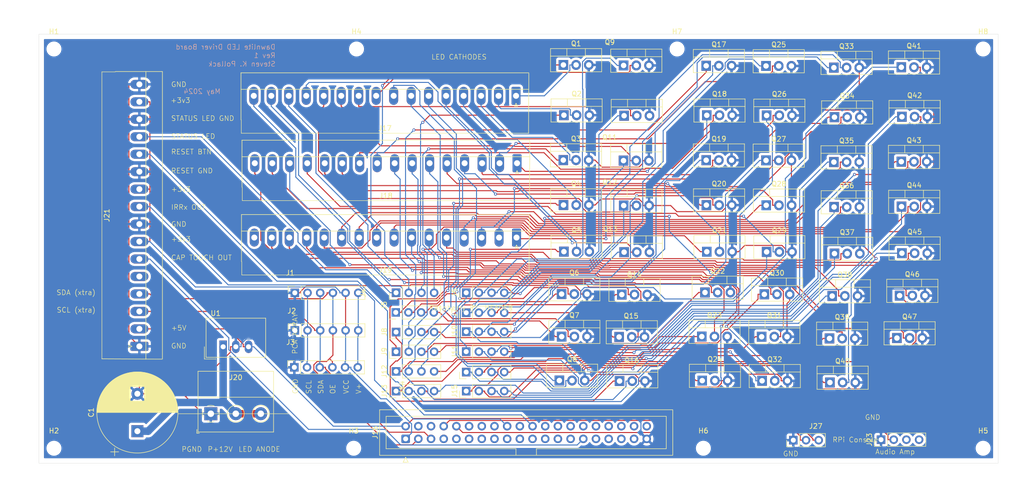
<source format=kicad_pcb>
(kicad_pcb (version 20240108) (generator "pcbnew") (generator_version "8.0")
  (title_block (title "Dawnlite LED Driver Board") (date "2024-05-04") (rev "Rev 1") (company "Steven Pollack"))
  (layers (0 "F.Cu" signal) (31 "B.Cu" signal) (34 "B.Paste" user) (35 "F.Paste" user) (36 "B.SilkS" user "B.Silkscreen") (37 "F.SilkS" user "F.Silkscreen") (38 "B.Mask" user) (39 "F.Mask" user) (44 "Edge.Cuts" user))
  (net 0 "")
  (net 31 "LEDO_1")
  (net 32 "LED_2")
  (net 33 "GND")
  (net 34 "LED_3")
  (net 35 "LEDO_2")
  (net 36 "LEDO_3")
  (net 37 "LED_4")
  (net 38 "LEDO_4")
  (net 39 "LED_5")
  (net 40 "LED_6")
  (net 41 "LEDO_5")
  (net 42 "LEDO_6")
  (net 43 "LED_7")
  (net 44 "LED_8")
  (net 45 "LEDO_7")
  (net 46 "LED_1")
  (net 47 "LEDO_8")
  (net 48 "LEDO_9")
  (net 49 "LEDO_10")
  (net 50 "LEDO_11")
  (net 51 "LEDO_12R")
  (net 52 "LEDO_12G")
  (net 53 "LEDO_12B")
  (net 54 "LED_12B")
  (net 55 "LEDO_12W")
  (net 56 "LED_12W")
  (net 57 "LED_13R")
  (net 58 "LEDO_13R")
  (net 59 "LEDO_13G")
  (net 60 "LED_13G")
  (net 61 "LEDO_13B")
  (net 62 "LED_13B")
  (net 63 "LED_13W")
  (net 64 "LEDO_13W")
  (net 65 "LEDO_14R")
  (net 66 "LED_14R")
  (net 67 "LEDO_14G")
  (net 68 "LED_14G")
  (net 69 "LEDO_14B")
  (net 70 "LED_14B")
  (net 71 "LED_14W")
  (net 72 "LEDO_14W")
  (net 73 "LED_15R")
  (net 74 "LEDO_15R")
  (net 75 "LEDO_15G")
  (net 76 "LED_15G")
  (net 77 "LED_15B")
  (net 78 "LEDO_15B")
  (net 79 "LEDO_15W")
  (net 80 "LED_9")
  (net 81 "LED_10")
  (net 82 "LED_11")
  (net 83 "LED_12R")
  (net 84 "LED_12G")
  (net 85 "LED_15W")
  (net 86 "LEDO_16R")
  (net 87 "LED_16R")
  (net 88 "LEDO_16G")
  (net 89 "LED_16G")
  (net 90 "LED_16B")
  (net 91 "LEDO_16B")
  (net 92 "LED_16W")
  (net 93 "LEDO_16W")
  (net 94 "LED_17R")
  (net 95 "LEDO_17R")
  (net 96 "LED_17G")
  (net 97 "LEDO_17G")
  (net 98 "LED_17B")
  (net 99 "LEDO_17B")
  (net 100 "LED_17W")
  (net 101 "LEDO_17W")
  (net 102 "LED_18R")
  (net 103 "LEDO_18R")
  (net 104 "LEDO_18G")
  (net 105 "LED_18G")
  (net 106 "LEDO_18B")
  (net 107 "LED_18B")
  (net 108 "LEDO_18W")
  (net 109 "LED_18W")
  (net 110 "LED_19R")
  (net 111 "LEDO_19R")
  (net 112 "LED_19G")
  (net 113 "LEDO_19G")
  (net 114 "LED_19B")
  (net 115 "LEDO_19B")
  (net 116 "LED_19W")
  (net 117 "LEDO_19W")
  (net 118 "LEDO_20R")
  (net 119 "LED_20R")
  (net 120 "LED_20G")
  (net 121 "LEDO_20G")
  (net 122 "LED_20B")
  (net 123 "LEDO_20B")
  (net 124 "LED_20W")
  (net 125 "LEDO_20W")
  (net 126 "STATUS")
  (net 128 "SDA")
  (net 129 "+3V3")
  (net 130 "unconnected-(J1-Pin_6-Pad6)")
  (net 131 "SCL")
  (net 132 "unconnected-(J1-Pin_2-Pad2)")
  (net 133 "TX")
  (net 134 "IRRx")
  (net 135 "TOGGLE")
  (net 136 "RX")
  (net 137 "RESET")
  (net 138 "+5V")
  (net 142 "Net-(J20-Pin_2)")
  (footprint "MountingHole:MountingHole_2.5mm" (layer "F.Cu") (at 110.567 52.22)
    (property "Reference" "H4")
    (property "Value" "MountingHole")
  )
  (footprint "Package_TO_SOT_THT:TO-220-3_Vertical" (layer "F.Cu") (at 206.24 93.215)
    (property "Reference" "Q37")
    (property "Value" "IRF3205")
  )
  (footprint "Package_TO_SOT_THT:TO-220-3_Vertical" (layer "F.Cu") (at 164.13 92.925)
    (property "Reference" "Q13")
    (property "Value" "IRF3205")
  )
  (footprint "Package_TO_SOT_THT:TO-220-3_Vertical" (layer "F.Cu") (at 191.75 118.7)
    (property "Reference" "Q32")
    (property "Value" "IRF3205")
  )
  (footprint "Connector_PinSocket_2.54mm:PinSocket_1x06_P2.54mm_Vertical" (layer "F.Cu") (at 98.215 101.075 90)
    (property "Reference" "J1")
    (property "Value" "Conn_01x06_Socket")
  )
  (footprint "Connector_PinHeader_2.54mm:PinHeader_1x04_P2.54mm_Vertical" (layer "F.Cu") (at 118.48 120.76 90)
    (property "Reference" "J13")
    (property "Value" "01x04_Pin")
  )
  (footprint "Package_TO_SOT_THT:TO-220-3_Vertical" (layer "F.Cu") (at 192.54 74.535)
    (property "Reference" "Q27")
    (property "Value" "IRF3205")
  )
  (footprint "Package_TO_SOT_THT:TO-220-3_Vertical" (layer "F.Cu") (at 164.03 55.515)
    (property "Reference" "Q9")
    (property "Value" "IRF3205")
  )
  (footprint "Package_TO_SOT_THT:TO-220-3_Vertical" (layer "F.Cu") (at 206.12 55.955)
    (property "Reference" "Q33")
    (property "Value" "IRF3205")
  )
  (footprint "Package_TO_SOT_THT:TO-220-3_Vertical" (layer "F.Cu") (at 180.6 83.5)
    (property "Reference" "Q20")
    (property "Value" "IRF3205")
  )
  (footprint "Package_TO_SOT_THT:TO-220-3_Vertical" (layer "F.Cu") (at 164.05 83.585)
    (property "Reference" "Q12")
    (property "Value" "IRF3205")
  )
  (footprint "Package_TO_SOT_THT:TO-220-3_Vertical" (layer "F.Cu") (at 192.2 101.375)
    (property "Reference" "Q30")
    (property "Value" "IRF3205")
  )
  (footprint "MountingHole:MountingHole_2.5mm" (layer "F.Cu") (at 180 132.22)
    (property "Reference" "H6")
    (property "Value" "MountingHole")
  )
  (footprint "Package_TO_SOT_THT:TO-220-3_Vertical" (layer "F.Cu") (at 152.08 92.82)
    (property "Reference" "Q5")
    (property "Value" "IRF3205")
  )
  (footprint "Package_TO_SOT_THT:TO-220-3_Vertical" (layer "F.Cu") (at 180.56 55.58)
    (property "Reference" "Q17")
    (property "Value" "IRF3205")
  )
  (footprint "Package_TO_SOT_THT:TO-220-3_Vertical" (layer "F.Cu") (at 163.67 101.425)
    (property "Reference" "Q14")
    (property "Value" "IRF3205")
  )
  (footprint "Connector_PinHeader_2.54mm:PinHeader_1x04_P2.54mm_Vertical" (layer "F.Cu") (at 118.48 101.06 90)
    (property "Reference" "J4")
    (property "Value" "01x04_Pin")
  )
  (footprint "MountingHole:MountingHole_2.5mm" (layer "F.Cu") (at 110 132.22)
    (property "Reference" "H3")
    (property "Value" "MountingHole")
  )
  (footprint "Connector_Phoenix_MC:PhoenixContact 1985108" (layer "F.Cu") (at 142.5 65.1 180)
    (property "Reference" "J17")
    (property "Value" "Conn_01x16_Socket")
  )
  (footprint "Connector_PinSocket_2.54mm:PinSocket_1x06_P2.54mm_Vertical" (layer "F.Cu") (at 98.12 116 90)
    (property "Reference" "J3")
    (property "Value" "Conn_01x06_Socket")
  )
  (footprint "Connector_PinHeader_2.54mm:PinHeader_1x04_P2.54mm_Vertical" (layer "F.Cu") (at 215.56 130.5 90)
    (property "Reference" "J23")
    (property "Value" "Conn_01x05_Socket")
  )
  (footprint "Package_TO_SOT_THT:TO-220-3_Vertical" (layer "F.Cu") (at 164.01 74.585)
    (property "Reference" "Q11")
    (property "Value" "IRF3205")
  )
  (footprint "Package_TO_SOT_THT:TO-220-3_Vertical" (layer "F.Cu") (at 219.62 74.795)
    (property "Reference" "Q43")
    (property "Value" "IRF3205")
  )
  (footprint "Package_TO_SOT_THT:TO-220-3_Vertical" (layer "F.Cu") (at 152.08 65.48)
    (property "Reference" "Q2")
    (property "Value" "IRF3205")
  )
  (footprint "Package_TO_SOT_THT:TO-220-3_Vertical" (layer "F.Cu") (at 151.98 55.41)
    (property "Reference" "Q1")
    (property "Value" "IRF3205")
  )
  (footprint "MountingHole:MountingHole_2.5mm" (layer "F.Cu") (at 50 132.22)
    (property "Reference" "H2")
    (property "Value" "MountingHole")
  )
  (footprint "Connector_PinHeader_2.54mm:PinHeader_1x04_P2.54mm_Vertical" (layer "F.Cu") (at 118.42 105 90)
    (property "Reference" "J5")
    (property "Value" "01x04_Pin")
  )
  (footprint "Connector_PinHeader_2.54mm:PinHeader_1x04_P2.54mm_Vertical" (layer "F.Cu") (at 132.52 101.06 90)
    (property "Reference" "J6")
    (property "Value" "01x04_Pin")
  )
  (footprint "Package_TO_SOT_THT:TO-220-3_Vertical" (layer "F.Cu") (at 151.62 101.32)
    (property "Reference" "Q6")
    (property "Value" "IRF3205")
  )
  (footprint "Connector_PinHeader_2.54mm:PinHeader_1x04_P2.54mm_Vertical" (layer "F.Cu") (at 118.48 112.88 90)
    (property "Reference" "J9")
    (property "Value" "01x04_Pin")
  )
  (footprint "Package_TO_SOT_THT:TO-220-3_Vertical" (layer "F.Cu") (at 219.28 101.635)
    (property "Reference" "Q46")
    (property "Value" "IRF3205")
  )
  (footprint "Package_TO_SOT_THT:TO-220-3_Vertical" (layer "F.Cu") (at 192.54 55.615)
    (property "Reference" "Q25")
    (property "Value" "IRF3205")
  )
  (footprint "Connector_IDC:IDC-Header_2x20_P2.54mm_Vertical" (layer "F.Cu") (at 120.4 130.34 90)
    (property "Reference" "J16")
    (property "Value" "Conn_02x20_Odd_Even")
  )
  (footprint "Package_TO_SOT_THT:TO-220-3_Vertical" (layer "F.Cu") (at 219.62 55.875)
    (property "Reference" "Q41")
    (property "Value" "IRF3205")
  )
  (footprint "Package_TO_SOT_THT:TO-220-3_Vertical" (layer "F.Cu") (at 163.13 109.925)
    (property "Reference" "Q15")
    (property "Value" "IRF3205")
  )
  (footprint "Package_TO_SOT_THT:TO-220-3_Vertical" (layer "F.Cu") (at 191.66 109.875)
    (property "Reference" "Q31")
    (property "Value" "IRF3205")
  )
  (footprint "Package_TO_SOT_THT:TO-220-3_Vertical" (layer "F.Cu") (at 151.17 118.645)
    (property "Reference" "Q8")
    (property "Value" "IRF3205")
  )
  (footprint "Package_TO_SOT_THT:TO-220-3_Vertical" (layer "F.Cu") (at 192.66 92.875)
    (property "Reference" "Q29")
    (property "Value" "IRF3205")
  )
  (footprint "MountingHole:MountingHole_2.5mm" (layer "F.Cu") (at 236 132.22)
    (property "Reference" "H5")
    (property "Value" "MountingHole")
  )
  (footprint "Package_TO_SOT_THT:TO-220-3_Vertical" (layer "F.Cu") (at 152 83.48)
    (property "Reference" "Q4")
    (property "Value" "IRF3205")
  )
  (footprint "Connector_Phoenix_MC:PhoenixContact 1985108" (layer "F.Cu") (at 142.7 78.6 180)
    (property "Reference" "J18")
    (property "Value" "Conn_01x16_Socket")
  )
  (footprint "Package_TO_SOT_THT:TO-220-3_Vertical" (layer "F.Cu") (at 192.66 65.535)
    (property "Reference" "Q26")
    (property "Value" "IRF3205")
  )
  (footprint "Package_TO_SOT_THT:TO-220-3_Vertical" (layer "F.Cu") (at 205.24 110.215)
    (property "Reference" "Q39")
    (property "Value" "IRF3205")
  )
  (footprint "Package_TO_SOT_THT:TO-220-3_Vertical" (layer "F.Cu") (at 219.74 93.135)
    (property "Reference" "Q45")
    (property "Value" "IRF3205")
  )
  (footprint "Package_TO_SOT_THT:TO-220-3_Vertical" (layer "F.Cu") (at 180.56 74.5)
    (property "Reference" "Q19")
    (property "Value" "IRF3205")
  )
  (footprint "Package_TO_SOT_THT:TO-220-3_Vertical" (layer "F.Cu") (at 180.68 65.5)
    (property "Reference" "Q18")
    (property "Value" "IRF3205")
  )
  (footprint "Package_TO_SOT_THT:TO-220-3_Vertical" (layer "F.Cu") (at 164.13 65.585)
    (property "Reference" "Q10" (hide yes))
    (property "Value" "IRF3205")
  )
  (footprint "Package_TO_SOT_THT:TO-220-3_Vertical" (layer "F.Cu") (at 179.77 118.665)
    (property "Reference" "Q24")
    (property "Value" "IRF3205")
  )
  (footprint "Package_TO_SOT_THT:TO-220-3_Vertical" (layer "F.Cu") (at 218.74 110.135)
    (property "Reference" "Q47")
    (property "Value" "IRF3205")
  )
  (footprint "Connector_PinHeader_2.54mm:PinHeader_1x04_P2.54mm_Vertical" (layer "F.Cu") (at 118.48 108.94 90)
    (property "Reference" "J8")
    (property "Value" "01x04_Pin")
  )
  (footprint "Capacitor_THT:CP_Radial_D16.0mm_P7.50mm" (layer "F.Cu") (at 66.7 128.8 90)
    (property "Reference" "C1")
    (property "Value" "C_Polarized")
  )
  (footprint "Package_TO_SOT_THT:TO-220-3_Vertical" (layer "F.Cu") (at 206.12 74.875)
    (property "Reference" "Q35")
    (property "Value" "IRF3205")
  )
  (footprint "Package_TO_SOT_THT:TO-220-3_Vertical" (layer "F.Cu") (at 192.58 83.535)
    (property "Reference" "Q28")
    (property "Value" "IRF3205")
  )
  (footprint "Package_TO_SOT_THT:TO-220-3_Vertical" (layer "F.Cu") (at 163.22 118.75)
    (property "Reference" "Q16")
    (property "Value" "IRF3205")
  )
  (footprint "Package_TO_SOT_THT:TO-220-3_Vertical" (layer "F.Cu") (at 180.68 92.84)
    (property "Reference" "Q21")
    (property "Value" "IRF3205")
  )
  (footprint "Connector_PinHeader_2.54mm:PinHeader_1x04_P2.54mm_Vertical" (layer "F.Cu") (at 132.52 120.76 90)
    (property "Reference" "J15")
    (property "Value" "01x04_Pin")
  )
  (footprint "Converter_DCDC:Converter_DCDC_TRACO_TSR-1_THT" (layer "F.Cu") (at 83.8675 111.8825)
    (property "Reference" "U1")
    (property "Value" "TSR_1-2450")
  )
  (footprint "Connector_Phoenix_MC:PhoenixContact 1985108" (layer "F.Cu") (at 142.6 93.5 180)
    (property "Reference" "J19")
    (property "Value" "Conn_01x16_Socket")
  )
  (footprint "MountingHole:MountingHole_2.5mm" (layer "F.Cu") (at 50 52.22)
    (property "Reference" "H1")
    (property "Value" "MountingHole")
  )
  (footprint "Package_TO_SOT_THT:TO-220-3_Vertical" (layer "F.Cu") (at 151.63 109.85)
    (property "Reference" "Q7")
    (property "Value" "IRF3205")
  )
  (footprint "Connector_PinHeader_2.54mm:PinHeader_1x04_P2.54mm_Vertical" (layer "F.Cu") (at 132.52 108.86 90)
    (property "Reference" "J10")
    (property "Value" "01x04_Pin")
  )
  (footprint "Package_TO_SOT_THT:TO-220-3_Vertical" (layer "F.Cu") (at 206.16 83.875)
    (property "Reference" "Q36")
    (property "Value" "IRF3205")
  )
  (footprint "MountingHole:MountingHole_2.5mm" (layer "F.Cu") (at 236 52.22)
    (property "Reference" "H8")
    (property "Value" "MountingHole")
  )
  (footprint "Package_TO_SOT_THT:TO-220-3_Vertical" (layer "F.Cu") (at 219.66 83.795)
    (property "Reference" "Q44")
    (property "Value" "IRF3205")
  )
  (footprint "Package_TO_SOT_THT:TO-220-3_Vertical" (layer "F.Cu") (at 180.32 101.005)
    (property "Reference" "Q22")
    (property "Value" "IRF3205")
  )
  (footprint "Connector_PinHeader_2.54mm:PinHeader_1x04_P2.54mm_Vertical" (layer "F.Cu") (at 132.52 116.96 90)
    (property "Reference" "J14")
    (property "Value" "01x04_Pin")
  )
  (footprint "Connector_PinHeader_2.54mm:PinHeader_1x04_P2.54mm_Vertical" (layer "F.Cu") (at 118.48 116.82 90)
    (property "Reference" "J12")
    (property "Value" "01x04_Pin")
  )
  (footprint "TerminalBlock_Phoenix:TerminalBlock_Phoenix_MKDS-1,5-3_1x03_P5.00mm_Horizontal" (layer "F.Cu") (at 81.4 124.3)
    (property "Reference" "J20")
    (property "Value" "Screw_Terminal_01x03")
  )
  (footprint "Connector_Phoenix_MC:PhoenixContact 1985108" (layer "F.Cu") (at 63.6 111.8 90)
    (property "Reference" "J21")
    (property "Value" "Conn_01x16_Socket")
  )
  (footprint "Package_TO_SOT_THT:TO-220-3_Vertical" (layer "F.Cu") (at 219.74 65.795)
    (property "Reference" "Q42")
    (property "Value" "IRF3205")
  )
  (footprint "Package_TO_SOT_THT:TO-220-3_Vertical" (layer "F.Cu") (at 151.96 74.48)
    (property "Reference" "Q3")
    (property "Value" "IRF3205")
  )
  (footprint "Connector_PinSocket_2.54mm:PinSocket_1x06_P2.54mm_Vertical" (layer "F.Cu") (at 98.22 108.6 90)
    (property "Reference" "J2")
    (property "Value" "Conn_01x06_Socket")
  )
  (footprint "Connector_PinHeader_2.54mm:PinHeader_1x03_P2.54mm_Vertical" (layer "F.Cu") (at 198 130.6 90)
    (property "Reference" "J27")
    (property "Value" "Conn_01x03_Pin")
  )
  (footprint "Package_TO_SOT_THT:TO-220-3_Vertical" (layer "F.Cu") (at 205.33 119.04)
    (property "Reference" "Q40")
    (property "Value" "IRF3205")
  )
  (footprint "Package_TO_SOT_THT:TO-220-3_Vertical" (layer "F.Cu") (at 206.24 65.875)
    (property "Reference" "Q34")
    (property "Value" "IRF3205")
  )
  (footprint "MountingHole:MountingHole_2.5mm" (layer "F.Cu") (at 174.733 52.22)
    (property "Reference" "H7")
    (property "Value" "MountingHole")
  )
  (footprint "Connector_PinHeader_2.54mm:PinHeader_1x04_P2.54mm_Vertical" (layer "F.Cu") (at 132.52 112.86 90)
    (property "Reference" "J11")
    (property "Value" "01x04_Pin")
  )
  (footprint "Package_TO_SOT_THT:TO-220-3_Vertical" (layer "F.Cu") (at 205.78 101.715)
    (property "Reference" "Q38")
    (property "Value" "IRF3205")
  )
  (footprint "Package_TO_SOT_THT:TO-220-3_Vertical" (layer "F.Cu") (at 179.68 109.84)
    (property "Reference" "Q23")
    (property "Value" "IRF3205")
  )
  (footprint "Connector_PinHeader_2.54mm:PinHeader_1x04_P2.54mm_Vertical" (layer "F.Cu") (at 132.52 105.06 90)
    (property "Reference" "J7")
    (property "Value" "01x04_Pin")
  )
  (gr_rect (start 46.995 49.225) (end 238.995 135.225) (stroke (width 0.05)) (fill none) (layer "Edge.Cuts"))
  (gr_text "Steven K. Pollack" (at 94.4 55.8 0) (layer "B.SilkS") (effects (font (size 1 1) (thickness 0.1)) (justify left bottom mirror)))
  (gr_text "May 2024" (at 83.4 61.3 0) (layer "B.SilkS") (effects (font (size 1 1) (thickness 0.1)) (justify left bottom mirror)))
  (gr_text "Dawnlite LED Driver Board\n" (at 94.4 52.4 0) (layer "B.SilkS") (effects (font (size 1 1) (thickness 0.1)) (justify left bottom mirror)))
  (gr_text "Rev 1" (at 94.4 54.1 0) (layer "B.SilkS") (effects (font (size 1 1) (thickness 0.1)) (justify left bottom mirror)))
  (gr_text "LED CATHODES" (at 125.5 54.4 0) (layer "F.SilkS") (effects (font (size 1 1) (thickness 0.1)) (justify left bottom)))
  (gr_text "RPi Console" (at 205.8 131.1 0) (layer "F.SilkS") (effects (font (size 1 1) (thickness 0.1)) (justify left bottom)))
  (gr_text "CAP TOUCH OUT" (at 73.4 94.6 0) (layer "F.SilkS") (effects (font (size 1 1) (thickness 0.1)) (justify left bottom)))
  (gr_text "LED ANODE" (at 86.9 133 0) (layer "F.SilkS") (effects (font (size 1 1) (thickness 0.1)) (justify left bottom)))
  (gr_text "GND\n" (at 73.4 87.9 0) (layer "F.SilkS") (effects (font (size 1 1) (thickness 0.1)) (justify left bottom)))
  (gr_text "GND" (at 212.3 126.6 0) (layer "F.SilkS") (effects (font (size 1 1) (thickness 0.1)) (justify left bottom)))
  (gr_text "SCL" (at 101.6 121.4 90) (layer "F.SilkS") (effects (font (size 1 1) (thickness 0.1)) (justify left bottom)))
  (gr_text "V+" (at 111.58 121.4 90) (layer "F.SilkS") (effects (font (size 1 1) (thickness 0.1)) (justify left bottom)))
  (gr_text "OE\n" (at 106.4 121.4 90) (layer "F.SilkS") (effects (font (size 1 1) (thickness 0.1)) (justify left bottom)))
  (gr_text "+3v3" (at 73.3 63.1 0) (layer "F.SilkS") (effects (font (size 1 1) (thickness 0.1)) (justify left bottom)))
  (gr_text "+3v3" (at 73.4 90.9 0) (layer "F.SilkS") (effects (font (size 1 1) (thickness 0.1)) (justify left bottom)))
  (gr_text "PCA ARRAY" (at 98.84 113.4 90) (layer "F.SilkS") (effects (font (size 1 1) (thickness 0.1)) (justify left bottom)))
  (gr_text "STATUS LED" (at 73.4 70.3 0) (layer "F.SilkS") (effects (font (size 1 1) (thickness 0.1)) (justify left bottom)))
  (gr_text "IRRx OUT" (at 73.4 84.5 0) (layer "F.SilkS") (effects (font (size 1 1) (thickness 0.1)) (justify left bottom)))
  (gr_text "GND" (at 73.4 59.9 0) (layer "F.SilkS") (effects (font (size 1 1) (thickness 0.1)) (justify left bottom)))
  (gr_text "SDA (xtra)" (at 50.452379 101.6 0) (layer "F.SilkS") (effects (font (size 1 1) (thickness 0.1)) (justify left bottom)))
  (gr_text "SDA" (at 104 121.4 90) (layer "F.SilkS") (effects (font (size 1 1) (thickness 0.1)) (justify left bottom)))
  (gr_text "GND" (at 73.4 112.3 0) (layer "F.SilkS") (effects (font (size 1 1) (thickness 0.1)) (justify left bottom)))
  (gr_text "VCC" (at 109.08 121.4 90) (layer "F.SilkS") (effects (font (size 1 1) (thickness 0.1)) (justify left bottom)))
  (gr_text "RESET GND" (at 73.4 77.2 0) (layer "F.SilkS") (effects (font (size 1 1) (thickness 0.1)) (justify left bottom)))
  (gr_text "RESET BTN" (at 73.4 73.4 0) (layer "F.SilkS") (effects (font (size 1 1) (thickness 0.1)) (justify left bottom)))
  (gr_text "Raspberry Pi  HEADER" (at 124.987855 104.66 0) (layer "F.SilkS") (effects (font (size 1 1) (thickness 0.1)) (justify left bottom)))
  (gr_text "P+12V" (at 80.723809 133 0) (layer "F.SilkS") (effects (font (size 1 1) (thickness 0.1)) (justify left bottom)))
  (gr_text "Audio Amp" (at 214.36 133.5 0) (layer "F.SilkS") (effects (font (size 1 1) (thickness 0.1)) (justify left bottom)))
  (gr_text "GND" (at 195.9 133.9 0) (layer "F.SilkS") (effects (font (size 1 1) (thickness 0.1)) (justify left bottom)))
  (gr_text "+5V" (at 73.4 108.7 0) (layer "F.SilkS") (effects (font (size 1 1) (thickness 0.1)) (justify left bottom)))
  (gr_text "SCL (xtra)" (at 50.499998 105.1 0) (layer "F.SilkS") (effects (font (size 1 1) (thickness 0.1)) (justify left bottom)))
  (gr_text "PGND" (at 75.5 133 0) (layer "F.SilkS") (effects (font (size 1 1) (thickness 0.1)) (justify left bottom)))
  (gr_text "+3v3" (at 73.4 80.9 0) (layer "F.SilkS") (effects (font (size 1 1) (thickness 0.1)) (justify left bottom)))
  (gr_text "GND\n" (at 98.9 121.4 90) (layer "F.SilkS") (effects (font (size 1 1) (thickness 0.1)) (justify left bottom)))
  (gr_text "STATUS LED GND\n" (at 73.4 66.7 0) (layer "F.SilkS") (effects (font (size 1 1) (thickness 0.1)) (justify left bottom)))
  (segment (start 148.1711 61.6) (end 153.2658 56.5053) (width 0.2) (layer "B.Cu") (net 31))
  (segment (start 153.2658 56.5053) (end 153.2658 55.41) (width 0.2) (layer "B.Cu") (net 31))
  (segment (start 154.52 55.41) (end 153.2658 55.41) (width 0.2) (layer "B.Cu") (net 31))
  (segment (start 142.5 61.6) (end 148.1711 61.6) (width 0.2) (layer "B.Cu") (net 31))
  (segment (start 125.2622 65.48) (end 123.828 66.9142) (width 0.2) (layer "F.Cu") (net 32))
  (segment (start 152.08 65.48) (end 125.2622 65.48) (width 0.2) (layer "F.Cu") (net 32))
  (via (at 123.828 66.9142) (size 0.6) (drill 0.3) (layers "F.Cu" "B.Cu") (net 32))
  (segment (start 123.235 91.7637) (end 123.3861 91.6126) (width 0.2) (layer "B.Cu") (net 32))
  (segment (start 124.1295 99.3388) (end 124.1295 93.7132) (width 0.2) (layer "B.Cu") (net 32))
  (segment (start 123.3861 91.6126) (end 123.3861 67.3561) (width 0.2) (layer "B.Cu") (net 32))
  (segment (start 123.56 101.06) (end 123.56 99.9083) (width 0.2) (layer "B.Cu") (net 32))
  (segment (start 123.235 92.8187) (end 123.235 91.7637) (width 0.2) (layer "B.Cu") (net 32))
  (segment (start 123.56 99.9083) (end 124.1295 99.3388) (width 0.2) (layer "B.Cu") (net 32))
  (segment (start 123.3861 67.3561) (end 123.828 66.9142) (width 0.2) (layer "B.Cu") (net 32))
  (segment (start 124.1295 93.7132) (end 123.235 92.8187) (width 0.2) (layer "B.Cu") (net 32))
  (segment (start 224.82 93.135) (end 224.82 91.8333) (width 0.2) (layer "F.Cu") (net 33))
  (segment (start 158.2942 74.48) (end 159.7075 75.8933) (width 0.2) (layer "F.Cu") (net 33))
  (segment (start 169.09 74.585) (end 167.8358 74.585) (width 0.2) (layer "F.Cu") (net 33))
  (segment (start 64.9983 76.8) (end 64.9983 66.3) (width 0.2) (layer "F.Cu") (net 33))
  (segment (start 156.25 118.645) (end 157.5042 118.645) (width 0.2) (layer "F.Cu") (net 33))
  (segment (start 167.8358 75.1522) (end 167.8358 74.585) (width 0.2) (layer "F.Cu") (net 33))
  (segment (start 211.32 65.875) (end 211.32 64.5733) (width 0.2) (layer "F.Cu") (net 33))
  (segment (start 66.7 121.3) (end 67.1 121.3) (width 0.2) (layer "F.Cu") (net 33))
  (segment (start 196.4858 92.875) (end 196.4858 92.3263) (width 0.2) (layer "F.Cu") (net 33))
  (segment (start 224.82 91.8333) (end 224.74 91.7533) (width 0.2) (layer "F.Cu") (net 33))
  (segment (start 65.0992 87.3) (end 64.9998 87.3) (width 0.2) (layer "F.Cu") (net 33))
  (segment (start 67.1 59.3) (end 64.9983 59.3) (width 0.2) (layer "F.Cu") (net 33))
  (segment (start 64.9983 87.2985) (end 64.9983 76.8) (width 0.2) (layer "F.Cu") (net 33))
  (segment (start 100.5591 99.6281) (end 121.2597 99.6281) (width 0.2) (layer "F.Cu") (net 33))
  (segment (start 159.549 82.2652) (end 167.1047 82.2652) (width 0.2) (layer "F.Cu") (net 33))
  (segment (start 185.68 83.5) (end 184.4258 83.5) (width 0.2) (layer "F.Cu") (net 33))
  (segment (start 168.3 118.75) (end 167.0458 118.75) (width 0.2) (layer "F.Cu") (net 33))
  (segment (start 141.8202 99.5876) (end 154.2806 99.5876) (width 0.2) (layer "F.Cu") (net 33))
  (segment (start 157.08 83.48) (end 158.3342 83.48) (width 0.2) (layer "F.Cu") (net 33))
  (segment (start 211.2 64.4533) (end 211.2 55.955) (width 0.2) (layer "F.Cu") (net 33))
  (segment (start 158.7112 117.438) (end 166.2825 117.438) (width 0.2) (layer "F.Cu") (net 33))
  (segment (start 121.4532 99.4346) (end 141.6672 99.4346) (width 0.2) (layer "F.Cu") (net 33))
  (segment (start 196.74 109.875) (end 196.74 103.2167) (width 0.2) (layer "F.Cu") (net 33))
  (segment (start 211.2 64.4533) (end 200.0759 64.4533) (width 0.2) (layer "F.Cu") (net 33))
  (segment (start 167.8758 83.0363) (end 167.8758 83.585) (width 0.2) (layer "F.Cu") (net 33))
  (segment (start 184.4258 83.5) (end 184.4258 84.0487) (width 0.2) (layer "F.Cu") (net 33))
  (segment (start 99.3667 101.075) (end 99.3667 100.8205) (width 0.2) (layer "F.Cu") (net 33))
  (segment (start 211.32 64.5733) (end 211.2 64.4533) (width 0.2) (layer "F.Cu") (net 33))
  (segment (start 81.4 125.3) (end 79.7983 125.3) (width 0.2) (layer "F.Cu") (net 33))
  (segment (start 183.5958 119.2137) (end 182.8297 119.9798) (width 0.2) (layer "F.Cu") (net 33))
  (segment (start 155.4458 100.7528) (end 155.4458 101.32) (width 0.2) (layer "F.Cu") (net 33))
  (segment (start 195.7328 91.5733) (end 188.2809 91.5733) (width 0.2) (layer "F.Cu") (net 33))
  (segment (start 67.1 121.3) (end 75.7983 121.3) (width 0.2) (layer "F.Cu") (net 33))
  (segment (start 67.1 111.8) (end 64.9983 109.6983) (width 0.2) (layer "F.Cu") (net 33))
  (segment (start 156.7 101.32) (end 155.4458 101.32) (width 0.2) (layer "F.Cu") (net 33))
  (segment (start 196.74 103.2167) (end 197.28 102.6767) (width 0.2) (layer "F.Cu") (net 33))
  (segment (start 197.66 83.535) (end 197.66 82.2333) (width 0.2) (layer "F.Cu") (net 33))
  (segment (start 167.0947 75.8933) (end 167.8358 75.1522) (width 0.2) (layer "F.Cu") (net 33))
  (segment (start 67.1 76.8) (end 64.9983 76.8) (width 0.2) (layer "F.Cu") (net 33))
  (segment (start 174.6739 84.8017) (end 173.4572 83.585) (width 0.2) (layer "F.Cu") (net 33))
  (segment (start 224.74 91.7533) (end 224.74 83.795) (width 0.2) (layer "F.Cu") (net 33))
  (segment (start 86.4075 111.8825) (end 85.3558 111.8825) (width 0.2) (layer "F.Cu") (net 33))
  (segment (start 64.9983 109.6983) (end 64.9983 87.3015) (width 0.2) (layer "F.Cu") (net 33))
  (segment (start 64.9983 59.3) (end 64.9983 66.3) (width 0.2) (layer "F.Cu") (net 33))
  (segment (start 170.784 119.9798) (end 169.5542 118.75) (width 0.2) (layer "F.Cu") (net 33))
  (segment (start 182.8297 119.9798) (end 170.784 119.9798) (width 0.2) (layer "F.Cu") (net 33))
  (segment (start 184.4258 84.0487) (end 183.6728 84.8017) (width 0.2) (layer "F.Cu") (net 33))
  (segment (start 167.0458 118.2013) (end 167.0458 118.75) (width 0.2) (layer "F.Cu") (net 33))
  (segment (start 183.6728 84.8017) (end 174.6739 84.8017) (width 0.2) (layer "F.Cu") (net 33))
  (segment (start 158.3342 83.48) (end 159.549 82.2652) (width 0.2) (layer "F.Cu") (net 33))
  (segment (start 67.1 87.3) (end 65.0992 87.3) (width 0.2) (layer "F.Cu") (net 33))
  (segment (start 185.76 92.84) (end 187.0142 92.84) (width 0.2) (layer "F.Cu") (net 33))
  (segment (start 64.9998 87.3) (end 64.9983 87.2985) (width 0.2) (layer "F.Cu") (net 33))
  (segment (start 169.13 83.585) (end 167.8758 83.585) (width 0.2) (layer "F.Cu") (net 33))
  (segment (start 197.28 101.375) (end 197.28 102.6767) (width 0.2) (layer "F.Cu") (net 33))
  (segment (start 76.3942 121.8958) (end 85.3558 112.9342) (width 0.2) (layer "F.Cu") (net 33))
  (segment (start 98.215 101.075) (end 99.3667 101.075) (width 0.2) (layer "F.Cu") (net 33))
  (segment (start 67.1 66.3) (end 64.9983 66.3) (width 0.2) (layer "F.Cu") (net 33))
  (segment (start 75.7983 121.3) (end 76.3942 121.8958) (width 0.2) (layer "F.Cu") (net 33))
  (segment (start 186.1042 118.665) (end 187.3832 117.386) (width 0.2) (layer "F.Cu") (net 33))
  (segment (start 183.5958 118.665) (end 183.5958 119.2137) (width 0.2) (layer "F.Cu") (net 33))
  (segment (start 197.74 65.535) (end 198.9942 65.535) (width 0.2) (layer "F.Cu") (net 33))
  (segment (start 64.9983 87.3015) (end 64.9998 87.3) (width 0.2) (layer "F.Cu") (net 33))
  (segment (start 76.3942 121.8958) (end 79.7983 125.3) (width 0.2) (layer "F.Cu") (net 33))
  (segment (start 67.1 121.3) (end 67.1 111.8) (width 0.2) (layer "F.Cu") (net 33))
  (segment (start 85.3558 112.9342) (end 85.3558 111.8825) (width 0.2) (layer "F.Cu") (net 33))
  (segment (start 141.6672 99.4346) (end 141.8202 99.5876) (width 0.2) (layer "F.Cu") (net 33))
  (segment (start 159.7075 75.8933) (end 167.0947 75.8933) (width 0.2) (layer "F.Cu") (net 33))
  (segment (start 173.4572 83.585) (end 170.3842 83.585) (width 0.2) (layer "F.Cu") (net 33))
  (segment (start 200.0759 64.4533) (end 198.9942 65.535) (width 0.2) (layer "F.Cu") (net 33))
  (segment (start 157.5042 118.645) (end 158.7112 117.438) (width 0.2) (layer "F.Cu") (net 33))
  (segment (start 121.2597 99.6281) (end 121.4532 99.4346) (width 0.2) (layer "F.Cu") (net 33))
  (segment (start 197.66 82.2333) (end 197.62 82.1933) (width 0.2) (layer "F.Cu") (net 33))
  (segment (start 184.85 118.665) (end 183.5958 118.665) (width 0.2) (layer "F.Cu") (net 33))
  (segment (start 188.2809 91.5733) (end 187.0142 92.84) (width 0.2) (layer "F.Cu") (net 33))
  (segment (start 184.85 118.665) (end 186.1042 118.665) (width 0.2) (layer "F.Cu") (net 33))
  (segment (start 195.5758 118.1513) (end 195.5758 118.7) (width 0.2) (layer "F.Cu") (net 33))
  (segment (start 169.13 83.585) (end 170.3842 83.585) (width 0.2) (layer "F.Cu") (net 33))
  (segment (start 197.62 82.1933) (end 197.62 74.535) (width 0.2) (layer "F.Cu") (net 33))
  (segment (start 196.4858 92.3263) (end 195.7328 91.5733) (width 0.2) (layer "F.Cu") (net 33))
  (segment (start 168.3 118.75) (end 169.5542 118.75) (width 0.2) (layer "F.Cu") (net 33))
  (segment (start 154.2806 99.5876) (end 155.4458 100.7528) (width 0.2) (layer "F.Cu") (net 33))
  (segment (start 194.8105 117.386) (end 195.5758 118.1513) (width 0.2) (layer "F.Cu") (net 33))
  (segment (start 167.1047 82.2652) (end 167.8758 83.0363) (width 0.2) (layer "F.Cu") (net 33))
  (segment (start 187.3832 117.386) (end 194.8105 117.386) (width 0.2) (layer "F.Cu") (net 33))
  (segment (start 196.83 118.7) (end 195.5758 118.7) (width 0.2) (layer "F.Cu") (net 33))
  (segment (start 157.04 74.48) (end 158.2942 74.48) (width 0.2) (layer "F.Cu") (net 33))
  (segment (start 99.3667 100.8205) (end 100.5591 99.6281) (width 0.2) (layer "F.Cu") (net 33))
  (segment (start 197.74 92.875) (end 196.4858 92.875) (width 0.2) (layer "F.Cu") (net 33))
  (segment (start 166.2825 117.438) (end 167.0458 118.2013) (width 0.2) (layer "F.Cu") (net 33))
  (segment (start 98.12 116) (end 98.12 114.8483) (width 0.2) (layer "B.Cu") (net 33))
  (segment (start 184.85 117.3633) (end 184.76 117.2733) (width 0.2) (layer "B.Cu") (net 33))
  (segment (start 210.86 101.715) (end 212.1142 101.715) (width 0.2) (layer "B.Cu") (net 33))
  (segment (start 210.41 111.6067) (end 210.41 119.04) (width 0.2) (layer "B.Cu") (net 33))
  (segment (start 223.82 110.135) (end 223.82 108.8333) (width 0.2) (layer "B.Cu") (net 33))
  (segment (start 211.2 67.2967) (end 211.2 74.875) (width 0.2) (layer "B.Cu") (net 33))
  (segment (start 169.21 65.585) (end 169.21 64.2833) (width 0.2) (layer "B.Cu") (net 33))
  (segment (start 87.4592 111.3567) (end 88.493 110.3229) (width 0.2) (layer "B.Cu") (net 33))
  (segment (start 98.22 102.2317) (end 98.215 102.2267) (width 0.2) (layer "B.Cu") (net 33))
  (segment (start 156.71 109.85) (end 156.71 111.1517) (width 0.2) (layer "B.Cu") (net 33))
  (segment (start 211.32 85.2567) (end 211.32 93.215) (width 0.2) (layer "B.Cu") (net 33))
  (segment (start 197.62 64.1133) (end 188.4009 64.1133) (width 0.2) (layer "B.Cu") (net 33))
  (segment (start 157.08 82.1783) (end 157.04 82.1383) (width 0.2) (layer "B.Cu") (net 33))
  (segment (start 185.76 65.5) (end 185.76 66.8017) (width 0.2) (layer "B.Cu") (net 33))
  (segment (start 156.25 118.645) (end 156.25 117.3433) (width 0.2) (layer "B.Cu") (net 33))
  (segment (start 185.64 66.9217) (end 185.64 74.5) (width 0.2) (layer "B.Cu") (net 33))
  (segment (start 185.68 83.5) (end 185.68 84.8017) (width 0.2) (layer "B.Cu") (net 33))
  (segment (start 157.04 82.1383) (end 157.04 74.48) (width 0.2) (layer "B.Cu") (net 33))
  (segment (start 224.7 82.4533) (end 224.7 74.795) (width 0.2) (layer "B.Cu") (net 33))
  (segment (start 168.75 108.0833) (end 168.75 101.425) (width 0.2) (layer "B.Cu") (net 33))
  (segment (start 211.2 74.875) (end 211.2 76.1767) (width 0.2) (layer "B.Cu") (net 33))
  (segment (start 169.13 91.5433) (end 169.21 91.6233) (width 0.2) (layer "B.Cu") (net 33))
  (segment (start 168.21 109.925) (end 168.21 108.6233) (width 0.2) (layer "B.Cu") (net 33))
  (segment (start 224.7 55.875) (end 224.7 64.3733) (width 0.2) (layer "B.Cu") (net 33))
  (segment (start 98.22 108.6) (end 98.22 109.7517) (width 0.2) (layer "B.Cu") (net 33))
  (segment (start 224.7 64.3733) (end 224.82 64.4933) (width 0.2) (layer "B.Cu") (net 33))
  (segment (start 197.66 83.535) (end 197.66 84.8367) (width 0.2) (layer "B.Cu") (net 33))
  (segment (start 157.16 92.82) (end 157.16 91.5183) (width 0.2) (layer "B.Cu") (net 33))
  (segment (start 211.24 83.875) (end 211.24 85.1767) (width 0.2) (layer "B.Cu") (net 33))
  (segment (start 157.5953 111.1517) (end 157.6992 111.2556) (width 0.2) (layer "B.Cu") (net 33))
  (segment (start 224.74 82.4933) (end 224.7 82.4533) (width 0.2) (layer "B.Cu") (net 33))
  (segment (start 157.16 73.0583) (end 157.16 66.7817) (width 0.2) (layer "B.Cu") (net 33))
  (segment (start 167.5037 120.848) (end 168.3 120.0517) (width 0.2) (layer "B.Cu") (net 33))
  (segment (start 157.16 65.48) (end 157.16 64.1783) (width 0.2) (layer "B.Cu") (net 33))
  (segment (start 98.22 108.6) (end 98.22 102.2317) (width 0.2) (layer "B.Cu") (net 33))
  (segment (start 197.66 91.4933) (end 197.74 91.5733) (width 0.2) (layer "B.Cu") (net 33))
  (segment (start 169.13 83.585) (end 169.13 91.5433) (width 0.2) (layer "B.Cu") (net 33))
  (segment (start 197.28 100.0733) (end 197.74 99.6133) (width 0.2) (layer "B.Cu") (net 33))
  (segment (start 98.22 109.7517) (end 97.6054 109.7517) (width 0.2) (layer "B.Cu") (net 33))
  (segment (start 156.7 108.5383) (end 156.71 108.5483) (width 0.2) (layer "B.Cu") (net 33))
  (segment (start 224.82 65.795) (end 224.82 64.4933) (width 0.2) (layer "B.Cu") (net 33))
  (segment (start 224.36 108.2933) (end 224.36 101.635) (width 0.2) (layer "B.Cu") (net 33))
  (segment (start 157.08 83.48) (end 157.08 82.1783) (width 0.2) (layer "B.Cu") (net 33))
  (segment (start 196.83 118.7) (end 196.83 111.2667) (width 0.2) (layer "B.Cu") (net 33))
  (segment (start 157.04 74.48) (end 157.04 73.1783) (width 0.2) (layer "B.Cu") (net 33))
  (segment (start 211.24 76.2167) (end 211.24 83.875) (width 0.2) (layer "B.Cu") (net 33))
  (segment (start 197.74 99.6133) (end 197.74 92.875) (width 0.2) (layer "B.Cu") (net 33))
  (segment (start 224.82 67.0967) (end 224.7 67.2167) (width 0.2) (layer "B.Cu") (net 33))
  (segment (start 86.4075 111.8825) (end 87.4592 111.8825) (width 0.2) (layer "B.Cu") (net 33))
  (segment (start 169.21 92.925) (end 169.21 91.6233) (width 0.2) (layer "B.Cu") (net 33))
  (segment (start 157.08 83.48) (end 157.08 91.4383) (width 0.2) (layer "B.Cu") (net 33))
  (segment (start 198.0842 124.1983) (end 210.41 124.1983) (width 0.2) (layer "B.Cu") (net 33))
  (segment (start 196.74 109.875) (end 196.74 111.1767) (width 0.2) (layer "B.Cu") (net 33))
  (segment (start 224.82 65.795) (end 224.82 67.0967) (width 0.2) (layer "B.Cu") (net 33))
  (segment (start 167.5037 129.1837) (end 167.5037 120.848) (width 0.2) (layer "B.Cu") (net 33))
  (segment (start 215.56 130.5) (end 215.56 129.3483) (width 0.2) (layer "B.Cu") (net 33))
  (segment (start 169.21 64.2833) (end 169.11 64.1833) (width 0.2) (layer "B.Cu") (net 33))
  (segment (start 197.74 65.535) (end 197.74 64.2333) (width 0.2) (layer "B.Cu") (net 33))
  (segment (start 197.62 64.1133) (end 197.74 64.2333) (width 0.2) (layer "B.Cu") (net 33))
  (segment (start 185.4 101.005) (end 185.4 99.7033) (width 0.2) (layer "B.Cu") (net 33))
  (segment (start 157.08 91.4383) (end 157.16 91.5183) (width 0.2) (layer "B.Cu") (net 33))
  (segment (start 210.32 110.215) (end 210.32 111.5167) (width 0.2) (layer "B.Cu") (net 33))
  (segment (start 169.11 64.1783) (end 169.11 55.515) (width 0.2) (layer "B.Cu") (net 33))
  (segment (start 156.25 117.3433) (end 157.3294 117.3433) (width 0.2) (layer "B.Cu") (net 33))
  (segment (start 197.74 65.535) (end 197.74 66.8367) (width 0.2) (layer "B.Cu") (net 33))
  (segment (start 210.41 119.04) (end 210.41 124.1983) (width 0.2) (layer "B.Cu") (net 33))
  (segment (start 197.62 55.615) (end 197.62 64.1133) (width 0.2) (layer "B.Cu") (net 33))
  (segment (start 184.85 118.665) (end 184.85 117.3633) (width 0.2) (layer "B.Cu") (net 33))
  (segment (start 168.66 130.34) (end 167.5037 129.1837) (width 0.2) (layer "B.Cu") (net 33))
  (segment (start 98.215 101.075) (end 98.215 102.2267) (width 0.2) (layer "B.Cu") (net 33))
  (segment (start 157.6992 116.9735) (end 157.6992 111.2556) (width 0.2) (layer "B.Cu") (net 33))
  (segment (start 210.41 124.1983) (end 215.56 129.3483) (width 0.2) (layer "B.Cu") (net 33))
  (segment (start 185.76 99.3433) (end 185.76 92.84) (width 0.2) (layer "B.Cu") (net 33))
  (segment (start 224.36 100.3333) (end 213.4959 100.3333) (width 0.2) (layer "B.Cu") (net 33))
  (segment (start 197.62 66.9567) (end 197.62 74.535) (width 0.2) (layer "B.Cu") (net 33))
  (segment (start 97.6054 109.7517) (end 97.0342 110.3229) (width 0.2) (layer "B.Cu") (net 33))
  (segment (start 169.11 64.1783) (end 157.16 64.1783) (width 0.2) (layer "B.Cu") (net 33))
  (segment (start 210.86 101.715) (end 210.86 103.0167) (width 0.2) (layer "B.Cu") (net 33))
  (segment (start 196.83 111.2667) (end 196.74 111.1767) (width 0.2) (layer "B.Cu") (net 33))
  (segment (start 168.3 118.75) (end 168.3 120.0517) (width 0.2) (layer "B.Cu") (net 33))
  (segment (start 185.76 84.8817) (end 185.68 84.8017) (width 0.2) (layer "B.Cu") (net 33))
  (segment (start 224.36 101.635) (end 224.36 100.3333) (width 0.2) (layer "B.Cu") (net 33))
  (segment (start 198.0842 124.1983) (end 198.0842 118.7) (width 0.2) (layer "B.Cu") (net 33))
  (segment (start 166.9558 110.4922) (end 166.9558 109.925) (width 0.2) (layer "B.Cu") (net 33))
  (segment (start 185.76 66.8017) (end 185.64 66.9217) (width 0.2) (layer "B.Cu") (net 33))
  (segment (start 185.76 65.5) (end 187.0142 65.5) (width 0.2) (layer "B.Cu") (net 33))
  (segment (start 157.06 55.41) (end 157.06 64.0783) (width 0.2) (layer "B.Cu") (net 33))
  (segment (start 196.83 118.7) (end 198.0842 118.7) (width 0.2) (layer "B.Cu") (net 33))
  (segment (start 188.4009 64.1133) (end 187.0142 65.5) (width 0.2) (layer "B.Cu") (net 33))
  (segment (start 210.32 103.5567) (end 210.86 103.0167) (width 0.2) (layer "B.Cu") (net 33))
  (segment (start 198 129.4483) (end 198.0842 129.3641) (width 0.2) (layer "B.Cu") (net 33))
  (segment (start 88.493 110.3229) (end 97.0342 110.3229) (width 0.2) (layer "B.Cu") (net 33))
  (segment (start 156.71 111.1517) (end 157.5953 111.1517) (width 0.2) (layer "B.Cu") (net 33))
  (segment (start 211.24 85.1767) (end 211.32 85.2567) (width 0.2) (layer "B.Cu") (net 33))
  (segment (start 213.4959 100.3333) (end 212.1142 101.715) (width 0.2) (layer "B.Cu") (net 33))
  (segment (start 169.11 64.1833) (end 169.11 64.1783) (width 0.2) (layer "B.Cu") (net 33))
  (segment (start 197.66 84.8367) (end 197.66 91.4933) (width 0.2) (layer "B.Cu") (net 33))
  (segment (start 157.6992 111.2556) (end 166.1924 111.2556) (width 0.2) (layer "B.Cu") (net 33))
  (segment (start 188.4009 57.0867) (end 186.8942 55.58) (width 0.2) (layer "B.Cu") (net 33))
  (segment (start 198.0842 129.3641) (end 198.0842 124.1983) (width 0.2) (layer "B.Cu") (net 33))
  (segment (start 210.32 111.5167) (end 210.41 111.6067) (width 0.2) (layer "B.Cu") (net 33))
  (segment (start 87.4592 111.8825) (end 87.4592 111.3567) (width 0.2) (layer "B.Cu") (net 33))
  (segment (start 185.64 55.58) (end 186.8942 55.58) (width 0.2) (layer "B.Cu") (net 33))
  (segment (start 185.76 92.84) (end 185.76 84.8817) (width 0.2) (layer "B.Cu") (net 33))
  (segment (start 156.7 101.32) (end 156.7 108.5383) (width 0.2) (layer "B.Cu") (net 33))
  (segment (start 211.32 65.875) (end 211.32 67.1767) (width 0.2) (layer "B.Cu") (net 33))
  (segment (start 166.1924 111.2556) (end 166.9558 110.4922) (width 0.2) (layer "B.Cu") (net 33))
  (segment (start 184.76 117.2733) (end 184.76 109.84) (width 0.2) (layer "B.Cu") (net 33))
  (segment (start 157.16 65.48) (end 157.16 66.7817) (width 0.2) (layer "B.Cu") (net 33))
  (segment (start 198 130.6) (end 198 129.4483) (width 0.2) (layer "B.Cu") (net 33))
  (segment (start 157.04 73.1783) (end 157.16 73.0583) (width 0.2) (layer "B.Cu") (net 33))
  (segment (start 157.06 64.0783) (end 157.16 64.1783) (width 0.2) (layer "B.Cu") (net 33))
  (segment (start 224.74 83.795) (end 224.74 82.4933) (width 0.2) (layer "B.Cu") (net 33))
  (segment (start 185.4 99.7033) (end 185.76 99.3433) (width 0.2) (layer "B.Cu") (net 33))
  (segment (start 224.36 94.8967) (end 224.82 94.4367) (width 0.2) (layer "B.Cu") (net 33))
  (segment (start 168.21 109.925) (end 166.9558 109.925) (width 0.2) (layer "B.Cu") (net 33))
  (segment (start 224.36 100.3333) (end 224.36 94.8967) (width 0.2) (layer "B.Cu") (net 33))
  (segment (start 168.21 108.6233) (end 168.75 108.0833) (width 0.2) (layer "B.Cu") (net 33))
  (segment (start 197.74 66.8367) (end 197.62 66.9567) (width 0.2) (layer "B.Cu") (net 33))
  (segment (start 188.4009 64.1133) (end 188.4009 57.0867) (width 0.2) (layer "B.Cu") (net 33))
  (segment (start 97.0342 110.3229) (end 97.0342 113.7625) (width 0.2) (layer "B.Cu") (net 33))
  (segment (start 210.32 110.215) (end 210.32 103.5567) (width 0.2) (layer "B.Cu") (net 33))
  (segment (start 211.32 67.1767) (end 211.2 67.2967) (width 0.2) (layer "B.Cu") (net 33))
  (segment (start 197.28 101.375) (end 197.28 100.0733) (width 0.2) (layer "B.Cu") (net 33))
  (segment (start 224.7 67.2167) (end 224.7 74.795) (width 0.2) (layer "B.Cu") (net 33))
  (segment (start 211.2 76.1767) (end 211.24 76.2167) (width 0.2) (layer "B.Cu") (net 33))
  (segment (start 97.0342 113.7625) (end 98.12 114.8483) (width 0.2) (layer "B.Cu") (net 33))
  (segment (start 223.82 108.8333) (end 224.36 108.2933) (width 0.2) (layer "B.Cu") (net 33))
  (segment (start 156.71 109.85) (end 156.71 108.5483) (width 0.2) (layer "B.Cu") (net 33))
  (segment (start 197.74 92.875) (end 197.74 91.5733) (width 0.2) (layer "B.Cu") (net 33))
  (segment (start 224.82 93.135) (end 224.82 94.4367) (width 0.2) (layer "B.Cu") (net 33))
  (segment (start 157.3294 117.3433) (end 157.6992 116.9735) (width 0.2) (layer "B.Cu") (net 33))
  (segment (start 148.4532 72.2274) (end 125.0175 72.2274) (width 0.2) (layer "F.Cu") (net 34))
  (segment (start 151.96 74.48) (end 150.7058 74.48) (width 0.2) (layer "F.Cu") (net 34))
  (segment (start 150.7058 74.48) (end 148.4532 72.2274) (width 0.2) (layer "F.Cu") (net 34))
  (via (at 125.0175 72.2274) (size 0.6) (drill 0.3) (layers "F.Cu" "B.Cu") (net 34))
  (segment (start 126.1 99.9083) (end 126.1 93.6914) (width 0.2) (layer "B.Cu") (net 34))
  (segment (start 126.1 101.06) (end 126.1 99.9083) (width 0.2) (layer "B.Cu") (net 34))
  (segment (start 123.8423 73.4026) (end 125.0175 72.2274) (width 0.2) (layer "B.Cu") (net 34))
  (segment (start 126.1 93.6914) (end 123.8423 91.4337) (width 0.2) (layer "B.Cu") (net 34))
  (segment (start 123.8423 91.4337) (end 123.8423 73.4026) (width 0.2) (layer "B.Cu") (net 34))
  (segment (start 154.62 65.48) (end 153.3658 65.48) (width 0.2) (layer "B.Cu") (net 35))
  (segment (start 139 61.6) (end 139 63.7017) (width 0.2) (layer "B.Cu") (net 35))
  (segment (start 153.3658 64.3847) (end 153.3658 65.48) (width 0.2) (layer "B.Cu") (net 35))
  (segment (start 139.4766 64.1783) (end 153.1594 64.1783) (width 0.2) (layer "B.Cu") (net 35))
  (segment (start 153.1594 64.1783) (end 153.3658 64.3847) (width 0.2) (layer "B.Cu") (net 35))
  (segment (start 139 63.7017) (end 139.4766 64.1783) (width 0.2) (layer "B.Cu") (net 35))
  (segment (start 149.7986 69.9375) (end 153.2458 73.3847) (width 0.2) (layer "B.Cu") (net 36))
  (segment (start 141.7358 69.9375) (end 149.7986 69.9375) (width 0.2) (layer "B.Cu") (net 36))
  (segment (start 154.5 74.48) (end 153.2458 74.48) (width 0.2) (layer "B.Cu") (net 36))
  (segment (start 135.5 61.6) (end 135.5 63.7017) (width 0.2) (layer "B.Cu") (net 36))
  (segment (start 153.2458 73.3847) (end 153.2458 74.48) (width 0.2) (layer "B.Cu") (net 36))
  (segment (start 135.5 63.7017) (end 141.7358 69.9375) (width 0.2) (layer "B.Cu") (net 36))
  (segment (start 150.7458 83.48) (end 150.4232 83.1574) (width 0.2) (layer "F.Cu") (net 37))
  (segment (start 150.4232 83.1574) (end 130.0115 83.1574) (width 0.2) (layer "F.Cu") (net 37))
  (segment (start 121.5974 102.6864) (end 126.6831 102.6864) (width 0.2) (layer "F.Cu") (net 37))
  (segment (start 119.5717 105) (end 119.5717 104.7121) (width 0.2) (layer "F.Cu") (net 37))
  (segment (start 128.7637 100.6058) (end 128.8456 100.6058) (width 0.2) (layer "F.Cu") (net 37))
  (segment (start 119.5717 104.7121) (end 121.5974 102.6864) (width 0.2) (layer "F.Cu") (net 37))
  (segment (start 118.42 105) (end 119.5717 105) (width 0.2) (layer "F.Cu") (net 37))
  (segment (start 152 83.48) (end 150.7458 83.48) (width 0.2) (layer "F.Cu") (net 37))
  (segment (start 126.6831 102.6864) (end 128.7637 100.6058) (width 0.2) (layer "F.Cu") (net 37))
  (via (at 130.0115 83.1574) (size 0.6) (drill 0.3) (layers "F.Cu" "B.Cu") (net 37))
  (via (at 128.8456 100.6058) (size 0.6) (drill 0.3) (layers "F.Cu" "B.Cu") (net 37))
  (segment (start 128.8456 100.6058) (end 129.0029 100.4485) (width 0.2) (layer "B.Cu") (net 37))
  (segment (start 129.0029 96.5789) (end 130.0115 95.5703) (width 0.2) (layer "B.Cu") (net 37))
  (segment (start 129.0029 100.4485) (end 129.0029 96.5789) (width 0.2) (layer "B.Cu") (net 37))
  (segment (start 130.0115 95.5703) (end 130.0115 83.1574) (width 0.2) (layer "B.Cu") (net 37))
  (segment (start 142.775 70.4133) (end 138.7116 70.4133) (width 0.2) (layer "B.Cu") (net 38))
  (segment (start 154.54 83.48) (end 154.54 82.1783) (width 0.2) (layer "B.Cu") (net 38))
  (segment (start 132 61.6) (end 132 63.7017) (width 0.2) (layer "B.Cu") (net 38))
  (segment (start 154.54 82.1783) (end 142.775 70.4133) (width 0.2) (layer "B.Cu") (net 38))
  (segment (start 138.7116 70.4133) (end 132 63.7017) (width 0.2) (layer "B.Cu") (net 38))
  (segment (start 128.6791 101.2605) (end 130.2511 101.2605) (width 0.2) (layer "F.Cu") (net 39))
  (segment (start 150.8258 92.82) (end 150.3572 92.3514) (width 0.2) (layer "F.Cu") (net 39))
  (segment (start 152.08 92.82) (end 150.8258 92.82) (width 0.2) (layer "F.Cu") (net 39))
  (segment (start 126.6498 103.2898) (end 128.6791 101.2605) (width 0.2) (layer "F.Cu") (net 39))
  (segment (start 130.2511 101.2605) (end 130.6528 100.8588) (width 0.2) (layer "F.Cu") (net 39))
  (segment (start 120.96 105) (end 122.1117 105) (width 0.2) (layer "F.Cu") (net 39))
  (segment (start 122.1117 105) (end 122.1117 104.7315) (width 0.2) (layer "F.Cu") (net 39))
  (segment (start 123.5534 103.2898) (end 126.6498 103.2898) (width 0.2) (layer "F.Cu") (net 39))
  (segment (start 122.1117 104.7315) (end 123.5534 103.2898) (width 0.2) (layer "F.Cu") (net 39))
  (segment (start 150.3572 92.3514) (end 133.3584 92.3514) (width 0.2) (layer "F.Cu") (net 39))
  (via (at 130.6528 100.8588) (size 0.6) (drill 0.3) (layers "F.Cu" "B.Cu") (net 39))
  (via (at 133.3584 92.3514) (size 0.6) (drill 0.3) (layers "F.Cu" "B.Cu") (net 39))
  (segment (start 130.6528 100.2276) (end 133.3584 97.522) (width 0.2) (layer "B.Cu") (net 39))
  (segment (start 130.6528 100.8588) (end 130.6528 100.2276) (width 0.2) (layer "B.Cu") (net 39))
  (segment (start 133.3584 97.522) (end 133.3584 92.3514) (width 0.2) (layer "B.Cu") (net 39))
  (segment (start 123.5 105) (end 124.6517 105) (width 0.2) (layer "F.Cu") (net 40))
  (segment (start 151.62 101.32) (end 150.3658 101.32) (width 0.2) (layer "F.Cu") (net 40))
  (segment (start 148.8436 102.8422) (end 150.3658 101.32) (width 0.2) (layer "F.Cu") (net 40))
  (segment (start 124.6517 105) (end 124.6517 104.7336) (width 0.2) (layer "F.Cu") (net 40))
  (segment (start 126.8309 103.6915) (end 127.6802 102.8422) (width 0.2) (layer "F.Cu") (net 40))
  (segment (start 127.6802 102.8422) (end 148.8436 102.8422) (width 0.2) (layer "F.Cu") (net 40))
  (segment (start 124.6517 104.7336) (end 125.6938 103.6915) (width 0.2) (layer "F.Cu") (net 40))
  (segment (start 125.6938 103.6915) (end 126.8309 103.6915) (width 0.2) (layer "F.Cu") (net 40))
  (segment (start 154.62 90.9763) (end 141 77.3563) (width 0.2) (layer "B.Cu") (net 41))
  (segment (start 154.62 91.5183) (end 154.62 90.9763) (width 0.2) (layer "B.Cu") (net 41))
  (segment (start 154.62 92.82) (end 154.62 91.5183) (width 0.2) (layer "B.Cu") (net 41))
  (segment (start 128.5 61.6) (end 128.5 63.7017) (width 0.2) (layer "B.Cu") (net 41))
  (segment (start 137.5634 72.7651) (end 128.5 63.7017) (width 0.2) (layer "B.Cu") (net 41))
  (segment (start 141 77.3563) (end 138.8561 77.3563) (width 0.2) (layer "B.Cu") (net 41))
  (segment (start 138.8561 77.3563) (end 137.5634 76.0636) (width 0.2) (layer "B.Cu") (net 41))
  (segment (start 137.5634 76.0636) (end 137.5634 72.7651) (width 0.2) (layer "B.Cu") (net 41))
  (segment (start 152.9058 100.2226) (end 152.7015 100.0183) (width 0.2) (layer "F.Cu") (net 42))
  (segment (start 154.16 101.32) (end 152.9058 101.32) (width 0.2) (layer "F.Cu") (net 42))
  (segment (start 146.1567 100.0183) (end 143.9633 102.2117) (width 0.2) (layer "F.Cu") (net 42))
  (segment (start 143.9633 102.2117) (end 131.2602 102.2117) (width 0.2) (layer "F.Cu") (net 42))
  (segment (start 152.9058 101.32) (end 152.9058 100.2226) (width 0.2) (layer "F.Cu") (net 42))
  (segment (start 152.7015 100.0183) (end 146.1567 100.0183) (width 0.2) (layer "F.Cu") (net 42))
  (via (at 131.2602 102.2117) (size 0.6) (drill 0.3) (layers "F.Cu" "B.Cu") (net 42))
  (segment (start 134.5884 80.1583) (end 130.5528 76.1227) (width 0.2) (layer "B.Cu") (net 42))
  (segment (start 134.3611 97.0916) (end 134.3611 86.6565) (width 0.2) (layer "B.Cu") (net 42))
  (segment (start 130.5528 76.1227) (end 130.5528 69.2545) (width 0.2) (layer "B.Cu") (net 42))
  (segment (start 134.3611 86.6565) (end 134.5884 86.4292) (width 0.2) (layer "B.Cu") (net 42))
  (segment (start 125 61.6) (end 125 63.7017) (width 0.2) (layer "B.Cu") (net 42))
  (segment (start 131.2602 100.1925) (end 134.3611 97.0916) (width 0.2) (layer "B.Cu") (net 42))
  (segment (start 131.2602 102.2117) (end 131.2602 100.1925) (width 0.2) (layer "B.Cu") (net 42))
  (segment (start 134.5884 86.4292) (end 134.5884 80.1583) (width 0.2) (layer "B.Cu") (net 42))
  (segment (start 130.5528 69.2545) (end 125 63.7017) (width 0.2) (layer "B.Cu") (net 42))
  (segment (start 151.63 109.85) (end 150.3758 109.85) (width 0.2) (layer "F.Cu") (net 43))
  (segment (start 128.9025 106.7108) (end 127.1917 105) (width 0.2) (layer "F.Cu") (net 43))
  (segment (start 150.3758 109.85) (end 147.2366 106.7108) (width 0.2) (layer "F.Cu") (net 43))
  (segment (start 147.2366 106.7108) (end 128.9025 106.7108) (width 0.2) (layer "F.Cu") (net 43))
  (segment (start 126.04 105) (end 127.1917 105) (width 0.2) (layer "F.Cu") (net 43))
  (segment (start 132.8015 115.2702) (end 146.541 115.2702) (width 0.2) (layer "B.Cu") (net 44))
  (segment (start 130.9372 103.7945) (end 130.9372 113.4059) (width 0.2) (layer "B.Cu") (net 44))
  (segment (start 146.541 115.2702) (end 149.9158 118.645) (width 0.2) (layer "B.Cu") (net 44))
  (segment (start 130.9372 113.4059) (end 132.8015 115.2702) (width 0.2) (layer "B.Cu") (net 44))
  (segment (start 132.52 101.06) (end 132.52 102.2117) (width 0.2) (layer "B.Cu") (net 44))
  (segment (start 132.52 102.2117) (end 130.9372 103.7945) (width 0.2) (layer "B.Cu") (net 44))
  (segment (start 151.17 118.645) (end 149.9158 118.645) (width 0.2) (layer "B.Cu") (net 44))
  (segment (start 128.1137 104.5827) (end 128.1137 104.4112) (width 0.2) (layer "F.Cu") (net 45))
  (segment (start 152.9158 108.7526) (end 150.4177 106.2545) (width 0.2) (layer "F.Cu") (net 45))
  (segment (start 150.4177 106.2545) (end 129.7855 106.2545) (width 0.2) (layer "F.Cu") (net 45))
  (segment (start 154.17 109.85) (end 152.9158 109.85) (width 0.2) (layer "F.Cu") (net 45))
  (segment (start 152.9158 109.85) (end 152.9158 108.7526) (width 0.2) (layer "F.Cu") (net 45))
  (segment (start 129.7855 106.2545) (end 128.1137 104.5827) (width 0.2) (layer "F.Cu") (net 45))
  (via (at 128.1137 104.4112) (size 0.6) (drill 0.3) (layers "F.Cu" "B.Cu") (net 45))
  (segment (start 121.5 63.7017) (end 127.3244 69.5261) (width 0.2) (layer "B.Cu") (net 45))
  (segment (start 128.6012 98.5656) (end 128.1137 99.0531) (width 0.2) (layer "B.Cu") (net 45))
  (segment (start 127.3244 69.5261) (end 127.3244 91.9316) (width 0.2) (layer "B.Cu") (net 45))
  (segment (start 128.1137 99.0531) (end 128.1137 104.4112) (width 0.2) (layer "B.Cu") (net 45))
  (segment (start 121.5 61.6) (end 121.5 63.7017) (width 0.2) (layer "B.Cu") (net 45))
  (segment (start 127.3244 91.9316) (end 128.6012 93.2084) (width 0.2) (layer "B.Cu") (net 45))
  (segment (start 128.6012 93.2084) (end 128.6012 98.5656) (width 0.2) (layer "B.Cu") (net 45))
  (segment (start 119.9023 55.41) (end 115.7557 59.5566) (width 0.2) (layer "F.Cu") (net 46))
  (segment (start 151.98 55.41) (end 119.9023 55.41) (width 0.2) (layer "F.Cu") (net 46))
  (via (at 115.7557 59.5566) (size 0.6) (drill 0.3) (layers "F.Cu" "B.Cu") (net 46))
  (segment (start 121.02 101.06) (end 121.02 98.3467) (width 0.2) (layer "B.Cu") (net 46))
  (segment (start 113.4415 85.9415) (end 113.4415 73.4698) (width 0.2) (layer "B.Cu") (net 46))
  (segment (start 116.2085 93.5352) (end 116.2085 88.7085) (width 0.2) (layer "B.Cu") (net 46))
  (segment (start 116.2085 88.7085) (end 113.4415 85.9415) (width 0.2) (layer "B.Cu") (net 46))
  (segment (start 121.02 98.3467) (end 116.2085 93.5352) (width 0.2) (layer "B.Cu") (net 46))
  (segment (start 113.4415 73.4698) (end 115.7557 71.1556) (width 0.2) (layer "B.Cu") (net 46))
  (segment (start 115.7557 71.1556) (end 115.7557 59.5566) (width 0.2) (layer "B.Cu") (net 46))
  (segment (start 130.8983 99.2915) (end 130.0456 100.1442) (width 0.2) (layer "B.Cu") (net 47))
  (segment (start 130.1511 76.3716) (end 131.7957 78.0162) (width 0.2) (layer "B.Cu") (net 47))
  (segment (start 145.9541 115.8083) (end 150.0936 119.9478) (width 0.2) (layer "B.Cu") (net 47))
  (segment (start 152.2504 119.9478) (end 152.4558 119.7424) (width 0.2) (layer "B.Cu") (net 47))
  (segment (start 132.771 115.8083) (end 145.9541 115.8083) (width 0.2) (layer "B.Cu") (net 47))
  (segment (start 130.0456 100.1442) (end 130.0456 101.2151) (width 0.2) (layer "B.Cu") (net 47))
  (segment (start 152.4558 119.7424) (end 152.4558 118.645) (width 0.2) (layer "B.Cu") (net 47))
  (segment (start 131.7957 83.5558) (end 130.8983 84.4532) (width 0.2) (layer "B.Cu") (net 47))
  (segment (start 130.8983 84.4532) (end 130.8983 99.2915) (width 0.2) (layer "B.Cu") (net 47))
  (segment (start 130.1511 70.3007) (end 130.1511 76.3716) (width 0.2) (layer "B.Cu") (net 47))
  (segment (start 123.25 60.6879) (end 123.25 63.3996) (width 0.2) (layer "B.Cu") (net 47))
  (segment (start 123.25 63.3996) (end 130.1511 70.3007) (width 0.2) (layer "B.Cu") (net 47))
  (segment (start 153.71 118.645) (end 152.4558 118.645) (width 0.2) (layer "B.Cu") (net 47))
  (segment (start 130.0456 101.2151) (end 130.5124 101.6819) (width 0.2) (layer "B.Cu") (net 47))
  (segment (start 130.5124 113.5497) (end 132.771 115.8083) (width 0.2) (layer "B.Cu") (net 47))
  (segment (start 130.5124 101.6819) (end 130.5124 113.5497) (width 0.2) (layer "B.Cu") (net 47))
  (segment (start 122.0604 59.4983) (end 123.25 60.6879) (width 0.2) (layer "B.Cu") (net 47))
  (segment (start 131.7957 78.0162) (end 131.7957 83.5558) (width 0.2) (layer "B.Cu") (net 47))
  (segment (start 150.0936 119.9478) (end 152.2504 119.9478) (width 0.2) (layer "B.Cu") (net 47))
  (segment (start 118 61.6) (end 118 59.4983) (width 0.2) (layer "B.Cu") (net 47))
  (segment (start 118 59.4983) (end 122.0604 59.4983) (width 0.2) (layer "B.Cu") (net 47))
  (segment (start 166.57 55.515) (end 165.3158 55.515) (width 0.2) (layer "F.Cu") (net 48))
  (segment (start 119.2515 56.9117) (end 114.5632 61.6) (width 0.2) (layer "F.Cu") (net 48))
  (segment (start 165.3158 55.515) (end 165.3158 56.6103) (width 0.2) (layer "F.Cu") (net 48))
  (segment (start 165.3158 56.6103) (end 165.0144 56.9117) (width 0.2) (layer "F.Cu") (net 48))
  (segment (start 165.0144 56.9117) (end 119.2515 56.9117) (width 0.2) (layer "F.Cu") (net 48))
  (segment (start 114.5632 61.6) (end 114.5 61.6) (width 0.2) (layer "F.Cu") (net 48))
  (segment (start 111.059 63.7607) (end 164.6868 63.7607) (width 0.2) (layer "F.Cu") (net 49))
  (segment (start 111 63.7017) (end 111.059 63.7607) (width 0.2) (layer "F.Cu") (net 49))
  (segment (start 165.4158 64.4897) (end 165.4158 65.585) (width 0.2) (layer "F.Cu") (net 49))
  (segment (start 164.6868 63.7607) (end 165.4158 64.4897) (width 0.2) (layer "F.Cu") (net 49))
  (segment (start 111 61.6) (end 111 63.7017) (width 0.2) (layer "F.Cu") (net 49))
  (segment (start 166.67 65.585) (end 165.4158 65.585) (width 0.2) (layer "F.Cu") (net 49))
  (segment (start 115.415 71.6167) (end 142.1281 71.6167) (width 0.2) (layer "F.Cu") (net 50))
  (segment (start 107.5 61.6) (end 107.5 63.7017) (width 0.2) (layer "F.Cu") (net 50))
  (segment (start 163.5482 71.7421) (end 165.2958 73.4897) (width 0.2) (layer "F.Cu") (net 50))
  (segment (start 166.55 74.585) (end 165.2958 74.585) (width 0.2) (layer "F.Cu") (net 50))
  (segment (start 142.2535 71.7421) (end 163.5482 71.7421) (width 0.2) (layer "F.Cu") (net 50))
  (segment (start 107.5 63.7017) (end 115.415 71.6167) (width 0.2) (layer "F.Cu") (net 50))
  (segment (start 165.2958 73.4897) (end 165.2958 74.585) (width 0.2) (layer "F.Cu") (net 50))
  (segment (start 142.1281 71.6167) (end 142.2535 71.7421) (width 0.2) (layer "F.Cu") (net 50))
  (segment (start 155.7942 82.913) (end 155.058 82.1768) (width 0.2) (layer "F.Cu") (net 51))
  (segment (start 155.058 82.1768) (end 108.5526 82.1768) (width 0.2) (layer "F.Cu") (net 51))
  (segment (start 165.3358 83.585) (end 165.3358 84.6803) (width 0.2) (layer "F.Cu") (net 51))
  (segment (start 165.1261 84.89) (end 156.6442 84.89) (width 0.2) (layer "F.Cu") (net 51))
  (segment (start 166.59 83.585) (end 165.3358 83.585) (width 0.2) (layer "F.Cu") (net 51))
  (segment (start 165.3358 84.6803) (end 165.1261 84.89) (width 0.2) (layer "F.Cu") (net 51))
  (segment (start 156.6442 84.89) (end 155.7942 84.04) (width 0.2) (layer "F.Cu") (net 51))
  (segment (start 155.7942 84.04) (end 155.7942 82.913) (width 0.2) (layer "F.Cu") (net 51))
  (segment (start 102.9445 64.7572) (end 104 63.7017) (width 0.2) (layer "F.Cu") (net 51))
  (segment (start 104 61.6) (end 104 63.7017) (width 0.2) (layer "F.Cu") (net 51))
  (segment (start 102.9445 76.5687) (end 102.9445 64.7572) (width 0.2) (layer "F.Cu") (net 51))
  (segment (start 108.5526 82.1768) (end 102.9445 76.5687) (width 0.2) (layer "F.Cu") (net 51))
  (segment (start 165.4158 92.925) (end 165.4158 91.8276) (width 0.2) (layer "F.Cu") (net 52))
  (segment (start 164.6427 91.0545) (end 153.7563 91.0545) (width 0.2) (layer "F.Cu") (net 52))
  (segment (start 166.67 92.925) (end 165.4158 92.925) (width 0.2) (layer "F.Cu") (net 52))
  (segment (start 165.4158 91.8276) (end 164.6427 91.0545) (width 0.2) (layer "F.Cu") (net 52))
  (via (at 153.7563 91.0545) (size 0.6) (drill 0.3) (layers "F.Cu" "B.Cu") (net 52))
  (segment (start 126.8775 60.8536) (end 124.9382 58.9143) (width 0.2) (layer "B.Cu") (net 52))
  (segment (start 142.1744 79.2623) (end 140.1611 79.2623) (width 0.2) (layer "B.Cu") (net 52))
  (segment (start 137.1615 76.2627) (end 137.1615 72.9882) (width 0.2) (layer "B.Cu") (net 52))
  (segment (start 137.1615 72.9882) (end 126.8775 62.7042) (width 0.2) (layer "B.Cu") (net 52))
  (segment (start 124.9382 58.9143) (end 101.084 58.9143) (width 0.2) (layer "B.Cu") (net 52))
  (segment (start 153.7563 91.0545) (end 153.7563 90.8442) (width 0.2) (layer "B.Cu") (net 52))
  (segment (start 101.084 58.9143) (end 100.5 59.4983) (width 0.2) (layer "B.Cu") (net 52))
  (segment (start 140.1611 79.2623) (end 137.1615 76.2627) (width 0.2) (layer "B.Cu") (net 52))
  (segment (start 153.7563 90.8442) (end 142.1744 79.2623) (width 0.2) (layer "B.Cu") (net 52))
  (segment (start 126.8775 62.7042) (end 126.8775 60.8536) (width 0.2) (layer "B.Cu") (net 52))
  (segment (start 100.5 61.6) (end 100.5 59.4983) (width 0.2) (layer "B.Cu") (net 52))
  (segment (start 164.9558 100.3297) (end 164.9558 101.425) (width 0.2) (layer "F.Cu") (net 53))
  (segment (start 166.21 101.425) (end 164.9558 101.425) (width 0.2) (layer "F.Cu") (net 53))
  (segment (start 156.3668 99.1678) (end 157.1351 99.9361) (width 0.2) (layer "F.Cu") (net 53))
  (segment (start 157.1351 99.9361) (end 164.5622 99.9361) (width 0.2) (layer "F.Cu") (net 53))
  (segment (start 141.8952 99.0264) (end 142.0366 99.1678) (width 0.2) (layer "F.Cu") (net 53))
  (segment (start 120.1601 99.0264) (end 141.8952 99.0264) (width 0.2) (layer "F.Cu") (net 53))
  (segment (start 164.5622 99.9361) (end 164.9558 100.3297) (width 0.2) (layer "F.Cu") (net 53))
  (segment (start 142.0366 99.1678) (end 156.3668 99.1678) (width 0.2) (layer "F.Cu") (net 53))
  (via (at 120.1601 99.0264) (size 0.6) (drill 0.3) (layers "F.Cu" "B.Cu") (net 53))
  (segment (start 102.45 77.0856) (end 112.85 87.4856) (width 0.2) (layer "B.Cu") (net 53))
  (segment (start 102.45 69.1517) (end 102.45 77.0856) (width 0.2) (layer "B.Cu") (net 53))
  (segment (start 97 63.7017) (end 102.45 69.1517) (width 0.2) (layer "B.Cu") (net 53))
  (segment (start 112.85 87.4856) (end 112.85 91.7163) (width 0.2) (layer "B.Cu") (net 53))
  (segment (start 97 61.6) (end 97 63.7017) (width 0.2) (layer "B.Cu") (net 53))
  (segment (start 112.85 91.7163) (end 120.1601 99.0264) (width 0.2) (layer "B.Cu") (net 53))
  (segment (start 162.4158 101.425) (end 160.3853 103.4555) (width 0.2) (layer "F.Cu") (net 54))
  (segment (start 137.6 105.06) (end 138.7517 105.06) (width 0.2) (layer "F.Cu") (net 54))
  (segment (start 138.7517 104.7915) (end 138.7517 105.06) (width 0.2) (layer "F.Cu") (net 54))
  (segment (start 163.67 101.425) (end 162.4158 101.425) (width 0.2) (layer "F.Cu") (net 54))
  (segment (start 160.3853 103.4555) (end 140.0877 103.4555) (width 0.2) (layer "F.Cu") (net 54))
  (segment (start 140.0877 103.4555) (end 138.7517 104.7915) (width 0.2) (layer "F.Cu") (net 54))
  (segment (start 157.2247 98.7466) (end 143.0961 98.7466) (width 0.2) (layer "F.Cu") (net 55))
  (segment (start 167.48 100.8218) (end 166.1926 99.5344) (width 0.2) (layer "F.Cu") (net 55))
  (segment (start 166.1926 99.5344) (end 158.0125 99.5344) (width 0.2) (layer "F.Cu") (net 55))
  (segment (start 166.9242 109.925) (end 166.9242 108.6708) (width 0.2) (layer "F.Cu") (net 55))
  (segment (start 142.7635 98.414) (end 117.1051 98.414) (width 0.2) (layer "F.Cu") (net 55))
  (segment (start 166.9242 108.6708) (end 167.48 108.115) (width 0.2) (layer "F.Cu") (net 55))
  (segment (start 165.67 109.925) (end 166.9242 109.925) (width 0.2) (layer "F.Cu") (net 55))
  (segment (start 143.0961 98.7466) (end 142.7635 98.414) (width 0.2) (layer "F.Cu") (net 55))
  (segment (start 158.0125 99.5344) (end 157.2247 98.7466) (width 0.2) (layer "F.Cu") (net 55))
  (segment (start 167.48 108.115) (end 167.48 100.8218) (width 0.2) (layer "F.Cu") (net 55))
  (via (at 117.1051 98.414) (size 0.6) (drill 0.3) (layers "F.Cu" "B.Cu") (net 55))
  (segment (start 109.2034 90.7513) (end 116.8661 98.414) (width 0.2) (layer "B.Cu") (net 55))
  (segment (start 116.8661 98.414) (end 117.1051 98.414) (width 0.2) (layer "B.Cu") (net 55))
  (segment (start 93.5 61.6) (end 93.5 63.7017) (width 0.2) (layer "B.Cu") (net 55))
  (segment (start 93.5 63.7017) (end 98.9698 69.1715) (width 0.2) (layer "B.Cu") (net 55))
  (segment (start 98.9698 77.476) (end 109.2034 87.7096) (width 0.2) (layer "B.Cu") (net 55))
  (segment (start 109.2034 87.7096) (end 109.2034 90.7513) (width 0.2) (layer "B.Cu") (net 55))
  (segment (start 98.9698 69.1715) (end 98.9698 77.476) (width 0.2) (layer "B.Cu") (net 55))
  (segment (start 157.0108 105.06) (end 141.2917 105.06) (width 0.2) (layer "F.Cu") (net 56))
  (segment (start 140.14 105.06) (end 141.2917 105.06) (width 0.2) (layer "F.Cu") (net 56))
  (segment (start 161.8758 109.925) (end 157.0108 105.06) (width 0.2) (layer "F.Cu") (net 56))
  (segment (start 163.13 109.925) (end 161.8758 109.925) (width 0.2) (layer "F.Cu") (net 56))
  (segment (start 118.4294 114.7302) (end 117.3283 115.8313) (width 0.2) (layer "F.Cu") (net 57))
  (segment (start 118.48 108.94) (end 118.48 110.0917) (width 0.2) (layer "F.Cu") (net 57))
  (segment (start 117.3283 121.7748) (end 118.3372 122.7837) (width 0.2) (layer "F.Cu") (net 57))
  (segment (start 119.6317 111.2434) (end 119.6317 113.8582) (width 0.2) (layer "F.Cu") (net 57))
  (segment (start 117.3283 115.8313) (end 117.3283 121.7748) (width 0.2) (layer "F.Cu") (net 57))
  (segment (start 118.48 110.0917) (end 119.6317 111.2434) (width 0.2) (layer "F.Cu") (net 57))
  (segment (start 118.3372 122.7837) (end 157.9321 122.7837) (width 0.2) (layer "F.Cu") (net 57))
  (segment (start 157.9321 122.7837) (end 161.9658 118.75) (width 0.2) (layer "F.Cu") (net 57))
  (segment (start 118.7597 114.7302) (end 118.4294 114.7302) (width 0.2) (layer "F.Cu") (net 57))
  (segment (start 119.6317 113.8582) (end 118.7597 114.7302) (width 0.2) (layer "F.Cu") (net 57))
  (segment (start 163.22 118.75) (end 161.9658 118.75) (width 0.2) (layer "F.Cu") (net 57))
  (segment (start 119.75 100.1725) (end 119.75 117.1877) (width 0.2) (layer "B.Cu") (net 58))
  (segment (start 98.4017 77.8736) (end 108.8017 88.2736) (width 0.2) (layer "B.Cu") (net 58))
  (segment (start 119.3133 99.7358) (end 119.75 100.1725) (width 0.2) (layer "B.Cu") (net 58))
  (segment (start 108.8017 88.2736) (end 108.8017 90.9635) (width 0.2) (layer "B.Cu") (net 58))
  (segment (start 126.1651 122.4548) (end 161.8963 122.4548) (width 0.2) (layer "B.Cu") (net 58))
  (segment (start 108.8017 90.9635) (end 117.574 99.7358) (width 0.2) (layer "B.Cu") (net 58))
  (segment (start 165.76 118.75) (end 164.5058 118.75) (width 0.2) (layer "B.Cu") (net 58))
  (segment (start 124.0941 119.6015) (end 124.83 120.3374) (width 0.2) (layer "B.Cu") (net 58))
  (segment (start 164.5058 119.8453) (end 164.5058 118.75) (width 0.2) (layer "B.Cu") (net 58))
  (segment (start 122.1638 119.6015) (end 124.0941 119.6015) (width 0.2) (layer "B.Cu") (net 58))
  (segment (start 161.8963 122.4548) (end 164.5058 119.8453) (width 0.2) (layer "B.Cu") (net 58))
  (segment (start 98.4017 72.1034) (end 98.4017 77.8736) (width 0.2) (layer "B.Cu") (net 58))
  (segment (start 124.83 120.3374) (end 124.83 121.1197) (width 0.2) (layer "B.Cu") (net 58))
  (segment (start 124.83 121.1197) (end 126.1651 122.4548) (width 0.2) (layer "B.Cu") (net 58))
  (segment (start 117.574 99.7358) (end 119.3133 99.7358) (width 0.2) (layer "B.Cu") (net 58))
  (segment (start 90 63.7017) (end 98.4017 72.1034) (width 0.2) (layer "B.Cu") (net 58))
  (segment (start 119.75 117.1877) (end 122.1638 119.6015) (width 0.2) (layer "B.Cu") (net 58))
  (segment (start 90 61.6) (end 90 63.7017) (width 0.2) (layer "B.Cu") (net 58))
  (segment (start 144.3283 76.7283) (end 168.7679 76.7283) (width 0.2) (layer "F.Cu") (net 59))
  (segment (start 142.7 75.1) (end 144.3283 76.7283) (width 0.2) (layer "F.Cu") (net 59))
  (via (at 168.7679 76.7283) (size 0.6) (drill 0.3) (layers "F.Cu" "B.Cu") (net 59))
  (segment (start 183.1 55.58) (end 181.8458 55.58) (width 0.2) (layer "B.Cu") (net 59))
  (segment (start 168.7679 76.7283) (end 170.3457 75.1505) (width 0.2) (layer "B.Cu") (net 59))
  (segment (start 170.3457 68.9024) (end 181.8458 57.4023) (width 0.2) (layer "B.Cu") (net 59))
  (segment (start 181.8458 57.4023) (end 181.8458 55.58) (width 0.2) (layer "B.Cu") (net 59))
  (segment (start 170.3457 75.1505) (end 170.3457 68.9024) (width 0.2) (layer "B.Cu") (net 59))
  (segment (start 180.56 56.8817) (end 168.998 68.4437) (width 0.2) (layer "F.Cu") (net 60))
  (segment (start 180.56 55.58) (end 180.56 56.8817) (width 0.2) (layer "F.Cu") (net 60))
  (segment (start 168.998 68.4437) (end 122.0531 68.4437) (width 0.2) (layer "F.Cu") (net 60))
  (via (at 122.0531 68.4437) (size 0.6) (drill 0.3) (layers "F.Cu" "B.Cu") (net 60))
  (segment (start 122.0531 68.4437) (end 120.3783 70.1185) (width 0.2) (layer "B.Cu") (net 60))
  (segment (start 122.23 105.81) (end 121.02 107.02) (width 0.2) (layer "B.Cu") (net 60))
  (segment (start 122.23 101.4766) (end 122.23 105.81) (width 0.2) (layer "B.Cu") (net 60))
  (segment (start 120.3783 93.4399) (end 122.4083 95.4699) (width 0.2) (layer "B.Cu") (net 60))
  (segment (start 122.4083 101.2983) (end 122.23 101.4766) (width 0.2) (layer "B.Cu") (net 60))
  (segment (start 122.4083 95.4699) (end 122.4083 101.2983) (width 0.2) (layer "B.Cu") (net 60))
  (segment (start 120.3783 70.1185) (end 120.3783 93.4399) (width 0.2) (layer "B.Cu") (net 60))
  (segment (start 121.02 107.02) (end 121.02 108.94) (width 0.2) (layer "B.Cu") (net 60))
  (segment (start 142.5026 71.1404) (end 177.4207 71.1404) (width 0.2) (layer "F.Cu") (net 61))
  (segment (start 177.4207 71.1404) (end 181.9658 66.5953) (width 0.2) (layer "F.Cu") (net 61))
  (segment (start 183.22 65.5) (end 181.9658 65.5) (width 0.2) (layer "F.Cu") (net 61))
  (segment (start 181.9658 66.5953) (end 181.9658 65.5) (width 0.2) (layer "F.Cu") (net 61))
  (via (at 142.5026 71.1404) (size 0.6) (drill 0.3) (layers "F.Cu" "B.Cu") (net 61))
  (segment (start 140.6447 72.9983) (end 142.5026 71.1404) (width 0.2) (layer "B.Cu") (net 61))
  (segment (start 139.2 72.9983) (end 140.6447 72.9983) (width 0.2) (layer "B.Cu") (net 61))
  (segment (start 139.2 75.1) (end 139.2 72.9983) (width 0.2) (layer "B.Cu") (net 61))
  (segment (start 123.56 108.94) (end 124.7117 108.94) (width 0.2) (layer "F.Cu") (net 62))
  (segment (start 124.7117 108.6715) (end 126.016 107.3672) (width 0.2) (layer "F.Cu") (net 62))
  (segment (start 126.016 107.3672) (end 142.1773 107.3672) (width 0.2) (layer "F.Cu") (net 62))
  (segment (start 124.7117 108.94) (end 124.7117 108.6715) (width 0.2) (layer "F.Cu") (net 62))
  (via (at 142.1773 107.3672) (size 0.6) (drill 0.3) (layers "F.Cu" "B.Cu") (net 62))
  (segment (start 150.9038 98.5193) (end 142.1773 107.2458) (width 0.2) (layer "B.Cu") (net 62))
  (segment (start 165.4618 98.5193) (end 150.9038 98.5193) (width 0.2) (layer "B.Cu") (net 62))
  (segment (start 170.5164 80.092) (end 170.5164 93.4647) (width 0.2) (layer "B.Cu") (net 62))
  (segment (start 180.68 69.9284) (end 170.5164 80.092) (width 0.2) (layer "B.Cu") (net 62))
  (segment (start 142.1773 107.2458) (end 142.1773 107.3672) (width 0.2) (layer "B.Cu") (net 62))
  (segment (start 170.5164 93.4647) (end 165.4618 98.5193) (width 0.2) (layer "B.Cu") (net 62))
  (segment (start 180.68 65.5) (end 180.68 69.9284) (width 0.2) (layer "B.Cu") (net 62))
  (segment (start 128.3491 110.0374) (end 140.6687 110.0374) (width 0.2) (layer "F.Cu") (net 63))
  (segment (start 127.2517 108.94) (end 128.3491 110.0374) (width 0.2) (layer "F.Cu") (net 63))
  (segment (start 126.1 108.94) (end 127.2517 108.94) (width 0.2) (layer "F.Cu") (net 63))
  (segment (start 140.6687 110.0374) (end 142.3875 108.3186) (width 0.2) (layer "F.Cu") (net 63))
  (via (at 142.3875 108.3186) (size 0.6) (drill 0.3) (layers "F.Cu" "B.Cu") (net 63))
  (segment (start 172.5969 78.5795) (end 172.2443 78.9321) (width 0.2) (layer "B.Cu") (net 63))
  (segment (start 151.0701 98.921) (end 149.3995 100.5916) (width 0.2) (layer "B.Cu") (net 63))
  (segment (start 149.3995 100.5916) (end 149.3995 101.3066) (width 0.2) (layer "B.Cu") (net 63))
  (segment (start 179.3058 74.5) (end 175.2263 78.5795) (width 0.2) (layer "B.Cu") (net 63))
  (segment (start 175.2263 78.5795) (end 172.5969 78.5795) (width 0.2) (layer "B.Cu") (net 63))
  (segment (start 180.56 74.5) (end 179.3058 74.5) (width 0.2) (layer "B.Cu") (net 63))
  (segment (start 172.2443 92.3078) (end 165.6311 98.921) (width 0.2) (layer "B.Cu") (net 63))
  (segment (start 172.2443 78.9321) (end 172.2443 92.3078) (width 0.2) (layer "B.Cu") (net 63))
  (segment (start 149.3995 101.3066) (end 142.3875 108.3186) (width 0.2) (layer "B.Cu") (net 63))
  (segment (start 165.6311 98.921) (end 151.0701 98.921) (width 0.2) (layer "B.Cu") (net 63))
  (segment (start 135.8885 77.3902) (end 135.7 77.2017) (width 0.2) (layer "F.Cu") (net 64))
  (segment (start 135.7 75.1) (end 135.7 77.2017) (width 0.2) (layer "F.Cu") (net 64))
  (segment (start 180.0509 77.3902) (end 135.8885 77.3902) (width 0.2) (layer "F.Cu") (net 64))
  (segment (start 181.8458 75.5953) (end 180.0509 77.3902) (width 0.2) (layer "F.Cu") (net 64))
  (segment (start 183.1 74.5) (end 181.8458 74.5) (width 0.2) (layer "F.Cu") (net 64))
  (segment (start 181.8458 74.5) (end 181.8458 75.5953) (width 0.2) (layer "F.Cu") (net 64))
  (segment (start 181.8858 82.4047) (end 181.4976 82.0165) (width 0.2) (layer "F.Cu") (net 65))
  (segment (start 166.4373 81.0103) (end 166.1575 81.2901) (width 0.2) (layer "F.Cu") (net 65))
  (segment (start 181.4976 82.0165) (end 178.4282 82.0165) (width 0.2) (layer "F.Cu") (net 65))
  (segment (start 166.1575 81.2901) (end 138.3861 81.2901) (width 0.2) (layer "F.Cu") (net 65))
  (segment (start 183.14 83.5) (end 181.8858 83.5) (width 0.2) (layer "F.Cu") (net 65))
  (segment (start 178.4282 82.0165) (end 178.4282 82.0164) (width 0.2) (layer "F.Cu") (net 65))
  (segment (start 177.4221 81.0103) (end 166.4373 81.0103) (width 0.2) (layer "F.Cu") (net 65))
  (segment (start 181.8858 83.5) (end 181.8858 82.4047) (width 0.2) (layer "F.Cu") (net 65))
  (segment (start 178.4282 82.0164) (end 177.4221 81.0103) (width 0.2) (layer "F.Cu") (net 65))
  (via (at 138.3861 81.2901) (size 0.6) (drill 0.3) (layers "F.Cu" "B.Cu") (net 65))
  (segment (start 132.2 75.1) (end 132.2 77.2017) (width 0.2) (layer "B.Cu") (net 65))
  (segment (start 134.2977 77.2017) (end 138.3861 81.2901) (width 0.2) (layer "B.Cu") (net 65))
  (segment (start 132.2 77.2017) (end 134.2977 77.2017) (width 0.2) (layer "B.Cu") (net 65))
  (segment (start 177.4558 81.6121) (end 166.692 81.6121) (width 0.2) (layer "F.Cu") (net 66))
  (segment (start 143.3171 101.2169) (end 141.9257 101.2169) (width 0.2) (layer "F.Cu") (net 66))
  (segment (start 141.9257 101.2169) (end 140.5818 99.873) (width 0.2) (layer "F.Cu") (net 66))
  (segment (start 140.5818 99.873) (end 128.6639 99.873) (width 0.2) (layer "F.Cu") (net 66))
  (segment (start 118.9197 102.2847) (end 117.2683 103.9361) (width 0.2) (layer "F.Cu") (net 66))
  (segment (start 128.6639 99.873) (end 128.2049 100.332) (width 0.2) (layer "F.Cu") (net 66))
  (segment (start 117.2683 110.5166) (end 118.48 111.7283) (width 0.2) (layer "F.Cu") (net 66))
  (segment (start 180.6 83.5) (end 179.3458 83.5) (width 0.2) (layer "F.Cu") (net 66))
  (segment (start 128.2049 100.5966) (end 126.5168 102.2847) (width 0.2) (layer "F.Cu") (net 66))
  (segment (start 179.3458 83.5) (end 179.3437 83.5) (width 0.2) (layer "F.Cu") (net 66))
  (segment (start 126.5168 102.2847) (end 118.9197 102.2847) (width 0.2) (layer "F.Cu") (net 66))
  (segment (start 118.48 112.88) (end 118.48 111.7283) (width 0.2) (layer "F.Cu") (net 66))
  (segment (start 128.2049 100.332) (end 128.2049 100.5966) (width 0.2) (layer "F.Cu") (net 66))
  (segment (start 179.3437 83.5) (end 177.4558 81.6121) (width 0.2) (layer "F.Cu") (net 66))
  (segment (start 117.2683 103.9361) (end 117.2683 110.5166) (width 0.2) (layer "F.Cu") (net 66))
  (via (at 143.3171 101.2169) (size 0.6) (drill 0.3) (layers "F.Cu" "B.Cu") (net 66))
  (via (at 166.692 81.6121) (size 0.6) (drill 0.3) (layers "F.Cu" "B.Cu") (net 66))
  (segment (start 143.3171 101.2169) (end 147.5801 96.9539) (width 0.2) (layer "B.Cu") (net 66))
  (segment (start 157.2189 96.9539) (end 164.4502 89.7226) (width 0.2) (layer "B.Cu") (net 66))
  (segment (start 147.5801 96.9539) (end 157.2189 96.9539) (width 0.2) (layer "B.Cu") (net 66))
  (segment (start 164.4502 89.4494) (end 165.3358 88.5638) (width 0.2) (layer "B.Cu") (net 66))
  (segment (start 165.3358 88.5638) (end 165.3358 82.9683) (width 0.2) (layer "B.Cu") (net 66))
  (segment (start 164.4502 89.7226) (end 164.4502 89.4494) (width 0.2) (layer "B.Cu") (net 66))
  (segment (start 165.3358 82.9683) (end 166.692 81.6121) (width 0.2) (layer "B.Cu") (net 66))
  (segment (start 130.6795 79.1812) (end 172.846 79.1812) (width 0.2) (layer "F.Cu") (net 67))
  (segment (start 128.7 75.1) (end 128.7 77.2017) (width 0.2) (layer "F.Cu") (net 67))
  (segment (start 128.7 77.2017) (end 130.6795 79.1812) (width 0.2) (layer "F.Cu") (net 67))
  (via (at 172.846 79.1812) (size 0.6) (drill 0.3) (layers "F.Cu" "B.Cu") (net 67))
  (segment (start 183.22 89.5552) (end 183.22 92.84) (width 0.2) (layer "B.Cu") (net 67))
  (segment (start 172.846 79.1812) (end 183.22 89.5552) (width 0.2) (layer "B.Cu") (net 67))
  (segment (start 123.8841 92.3387) (end 125.3892 92.3387) (width 0.2) (layer "F.Cu") (net 68))
  (segment (start 126.5571 91.1708) (end 126.5571 89.3966) (width 0.2) (layer "F.Cu") (net 68))
  (segment (start 126.5571 89.3966) (end 128.0577 87.896) (width 0.2) (layer "F.Cu") (net 68))
  (segment (start 176.2116 89.6258) (end 179.4258 92.84) (width 0.2) (layer "F.Cu") (net 68))
  (segment (start 128.0577 87.896) (end 143.4775 87.896) (width 0.2) (layer "F.Cu") (net 68))
  (segment (start 145.2073 89.6258) (end 176.2116 89.6258) (width 0.2) (layer "F.Cu") (net 68))
  (segment (start 180.68 92.84) (end 179.4258 92.84) (width 0.2) (layer "F.Cu") (net 68))
  (segment (start 125.3892 92.3387) (end 126.5571 91.1708) (width 0.2) (layer "F.Cu") (net 68))
  (segment (start 143.4775 87.896) (end 145.2073 89.6258) (width 0.2) (layer "F.Cu") (net 68))
  (via (at 123.8841 92.3387) (size 0.6) (drill 0.3) (layers "F.Cu" "B.Cu") (net 68))
  (segment (start 124.7146 105.448) (end 124.7146 93.1692) (width 0.2) (layer "B.Cu") (net 68))
  (segment (start 122.29 107.8726) (end 124.7146 105.448) (width 0.2) (layer "B.Cu") (net 68))
  (segment (start 121.02 110.96) (end 122.29 109.69) (width 0.2) (layer "B.Cu") (net 68))
  (segment (start 124.7146 93.1692) (end 123.8841 92.3387) (width 0.2) (layer "B.Cu") (net 68))
  (segment (start 122.29 109.69) (end 122.29 107.8726) (width 0.2) (layer "B.Cu") (net 68))
  (segment (start 121.02 112.88) (end 121.02 110.96) (width 0.2) (layer "B.Cu") (net 68))
  (segment (start 157.6194 98.3448) (end 158.347 99.0724) (width 0.2) (layer "F.Cu") (net 69))
  (segment (start 142.9861 97.7791) (end 143.5518 98.3448) (width 0.2) (layer "F.Cu") (net 69))
  (segment (start 127.9972 97.7791) (end 142.9861 97.7791) (width 0.2) (layer "F.Cu") (net 69))
  (segment (start 180.9399 99.2438) (end 181.6058 99.9097) (width 0.2) (layer "F.Cu") (net 69))
  (segment (start 166.4881 99.2438) (end 180.9399 99.2438) (width 0.2) (layer "F.Cu") (net 69))
  (segment (start 181.6058 99.9097) (end 181.6058 101.005) (width 0.2) (layer "F.Cu") (net 69))
  (segment (start 143.5518 98.3448) (end 157.6194 98.3448) (width 0.2) (layer "F.Cu") (net 69))
  (segment (start 158.347 99.0724) (end 166.3167 99.0724) (width 0.2) (layer "F.Cu") (net 69))
  (segment (start 182.86 101.005) (end 181.6058 101.005) (width 0.2) (layer "F.Cu") (net 69))
  (segment (start 166.3167 99.0724) (end 166.4881 99.2438) (width 0.2) (layer "F.Cu") (net 69))
  (via (at 127.9972 97.7791) (size 0.6) (drill 0.3) (layers "F.Cu" "B.Cu") (net 69))
  (segment (start 127.9972 93.449) (end 127.9972 97.7791) (width 0.2) (layer "B.Cu") (net 69))
  (segment (start 125.2 75.1) (end 125.2 77.2017) (width 0.2) (layer "B.Cu") (net 69))
  (segment (start 126.847 92.2988) (end 127.9972 93.449) (width 0.2) (layer "B.Cu") (net 69))
  (segment (start 125.2 77.2017) (end 126.847 78.8487) (width 0.2) (layer "B.Cu") (net 69))
  (segment (start 126.847 78.8487) (end 126.847 92.2988) (width 0.2) (layer "B.Cu") (net 69))
  (segment (start 123.56 112.88) (end 124.7117 112.88) (width 0.2) (layer "F.Cu") (net 70))
  (segment (start 124.7117 112.6115) (end 124.7117 112.88) (width 0.2) (layer "F.Cu") (net 70))
  (segment (start 126.0965 111.2267) (end 124.7117 112.6115) (width 0.2) (layer "F.Cu") (net 70))
  (segment (start 180.32 101.005) (end 179.0658 101.005) (width 0.2) (layer "F.Cu") (net 70))
  (segment (start 168.8441 111.2267) (end 126.0965 111.2267) (width 0.2) (layer "F.Cu") (net 70))
  (segment (start 179.0658 101.005) (end 168.8441 111.2267) (width 0.2) (layer "F.Cu") (net 70))
  (segment (start 179.68 109.84) (end 178.4258 109.84) (width 0.2) (layer "F.Cu") (net 71))
  (segment (start 126.1 112.88) (end 127.2517 112.88) (width 0.2) (layer "F.Cu") (net 71))
  (segment (start 127.2517 112.88) (end 128.5033 111.6284) (width 0.2) (layer "F.Cu") (net 71))
  (segment (start 171.2884 109.84) (end 178.4258 109.84) (width 0.2) (layer "F.Cu") (net 71))
  (segment (start 169.5 111.6284) (end 171.2884 109.84) (width 0.2) (layer "F.Cu") (net 71))
  (segment (start 128.5033 111.6284) (end 169.5 111.6284) (width 0.2) (layer "F.Cu") (net 71))
  (segment (start 179.6576 98.8421) (end 182.5458 98.8421) (width 0.2) (layer "F.Cu") (net 72))
  (segment (start 182.22 106.5443) (end 182.22 108.5383) (width 0.2) (layer "F.Cu") (net 72))
  (segment (start 179.1979 98.3824) (end 179.6576 98.8421) (width 0.2) (layer "F.Cu") (net 72))
  (segment (start 123.5278 97.0325) (end 130.5432 97.0325) (width 0.2) (layer "F.Cu") (net 72))
  (segment (start 143.2989 97.2927) (end 143.9493 97.9431) (width 0.2) (layer "F.Cu") (net 72))
  (segment (start 130.5432 97.0325) (end 130.8034 97.2927) (width 0.2) (layer "F.Cu") (net 72))
  (segment (start 182.22 109.84) (end 182.22 108.5383) (width 0.2) (layer "F.Cu") (net 72))
  (segment (start 157.9859 97.9431) (end 158.4252 98.3824) (width 0.2) (layer "F.Cu") (net 72))
  (segment (start 184.1299 104.6344) (end 182.22 106.5443) (width 0.2) (layer "F.Cu") (net 72))
  (segment (start 143.9493 97.9431) (end 157.9859 97.9431) (width 0.2) (layer "F.Cu") (net 72))
  (segment (start 158.4252 98.3824) (end 179.1979 98.3824) (width 0.2) (layer "F.Cu") (net 72))
  (segment (start 130.8034 97.2927) (end 143.2989 97.2927) (width 0.2) (layer "F.Cu") (net 72))
  (segment (start 184.1299 100.4262) (end 184.1299 104.6344) (width 0.2) (layer "F.Cu") (net 72))
  (segment (start 182.5458 98.8421) (end 184.1299 100.4262) (width 0.2) (layer "F.Cu") (net 72))
  (via (at 123.5278 97.0325) (size 0.6) (drill 0.3) (layers "F.Cu" "B.Cu") (net 72))
  (segment (start 122.7816 93.2659) (end 123.7277 94.212) (width 0.2) (layer "B.Cu") (net 72))
  (segment (start 123.7277 94.212) (end 123.7277 96.8326) (width 0.2) (layer "B.Cu") (net 72))
  (segment (start 121.7 75.1) (end 121.7 77.2017) (width 0.2) (layer "B.Cu") (net 72))
  (segment (start 122.8748 78.3765) (end 122.8748 91.4845) (width 0.2) (layer "B.Cu") (net 72))
  (segment (start 123.7277 96.8326) (end 123.5278 97.0325) (width 0.2) (layer "B.Cu") (net 72))
  (segment (start 122.8748 91.4845) (end 122.7816 91.5777) (width 0.2) (layer "B.Cu") (net 72))
  (segment (start 122.7816 91.5777) (end 122.7816 93.2659) (width 0.2) (layer "B.Cu") (net 72))
  (segment (start 121.7 77.2017) (end 122.8748 78.3765) (width 0.2) (layer "B.Cu") (net 72))
  (segment (start 176.8153 116.9645) (end 157.3913 116.9645) (width 0.2) (layer "F.Cu") (net 73))
  (segment (start 178.5158 118.665) (end 176.8153 116.9645) (width 0.2) (layer "F.Cu") (net 73))
  (segment (start 157.3913 116.9645) (end 157.0975 116.6707) (width 0.2) (layer "F.Cu") (net 73))
  (segment (start 179.77 118.665) (end 178.5158 118.665) (width 0.2) (layer "F.Cu") (net 73))
  (via (at 157.0975 116.6707) (size 0.6) (drill 0.3) (layers "F.Cu" "B.Cu") (net 73))
  (segment (start 143.0163 111.281) (end 142.5953 110.86) (width 0.2) (layer "B.Cu") (net 73))
  (segment (start 142.5953 110.86) (end 135.3838 110.86) (width 0.2) (layer "B.Cu") (net 73))
  (segment (start 151.7078 111.281) (end 143.0163 111.281) (width 0.2) (layer "B.Cu") (net 73))
  (segment (start 132.52 108.86) (end 133.6717 108.86) (width 0.2) (layer "B.Cu") (net 73))
  (segment (start 135.3838 110.86) (end 133.6717 109.1479) (width 0.2) (layer "B.Cu") (net 73))
  (segment (start 157.0975 116.6707) (end 151.7078 111.281) (width 0.2) (layer "B.Cu") (net 73))
  (segment (start 133.6717 109.1479) (end 133.6717 108.86) (width 0.2) (layer "B.Cu") (net 73))
  (segment (start 159.1004 97.9807) (end 179.3642 97.9807) (width 0.2) (layer "F.Cu") (net 74))
  (segment (start 121.7641 96.5821) (end 121.9169 96.4293) (width 0.2) (layer "F.Cu") (net 74))
  (segment (start 158.1522 97.5414) (end 158.1537 97.5429) (width 0.2) (layer "F.Cu") (net 74))
  (segment (start 144.1631 97.5414) (end 158.1522 97.5414) (width 0.2) (layer "F.Cu") (net 74))
  (segment (start 185.8114 99.5762) (end 186.6731 100.4379) (width 0.2) (layer "F.Cu") (net 74))
  (segment (start 179.7635 98.38) (end 179.8454 98.38) (width 0.2) (layer "F.Cu") (net 74))
  (segment (start 179.8454 98.38) (end 179.9058 98.4404) (width 0.2) (layer "F.Cu") (net 74))
  (segment (start 179.3642 97.9807) (end 179.7635 98.38) (width 0.2) (layer "F.Cu") (net 74))
  (segment (start 186.6731 104.7202) (end 183.5891 107.8042) (width 0.2) (layer "F.Cu") (net 74))
  (segment (start 121.9169 96.4293) (end 132.5794 96.4293) (width 0.2) (layer "F.Cu") (net 74))
  (segment (start 143.5127 96.891) (end 144.1631 97.5414) (width 0.2) (layer "F.Cu") (net 74))
  (segment (start 133.0411 96.891) (end 143.5127 96.891) (width 0.2) (layer "F.Cu") (net 74))
  (segment (start 179.9058 98.4404) (end 183.2096 98.4404) (width 0.2) (layer "F.Cu") (net 74))
  (segment (start 158.6626 97.5429) (end 159.1004 97.9807) (width 0.2) (layer "F.Cu") (net 74))
  (segment (start 184.3454 99.5762) (end 185.8114 99.5762) (width 0.2) (layer "F.Cu") (net 74))
  (segment (start 132.5794 96.4293) (end 133.0411 96.891) (width 0.2) (layer "F.Cu") (net 74))
  (segment (start 186.6731 100.4379) (end 186.6731 104.7202) (width 0.2) (layer "F.Cu") (net 74))
  (segment (start 183.2096 98.4404) (end 184.3454 99.5762) (width 0.2) (layer "F.Cu") (net 74))
  (segment (start 158.1537 97.5429) (end 158.6626 97.5429) (width 0.2) (layer "F.Cu") (net 74))
  (via (at 183.5891 107.8042) (size 0.6) (drill 0.3) (layers "F.Cu" "B.Cu") (net 74))
  (via (at 121.7641 96.5821) (size 0.6) (drill 0.3) (layers "F.Cu" "B.Cu") (net 74))
  (segment (start 182.31 118.665) (end 183.5642 118.665) (width 0.2) (layer "B.Cu") (net 74))
  (segment (start 183.5642 118.665) (end 183.5642 118.098) (width 0.2) (layer "B.Cu") (net 74))
  (segment (start 183.5642 118.098) (end 183.4899 118.0237) (width 0.2) (layer "B.Cu") (net 74))
  (segment (start 183.4899 118.0237) (end 183.4899 107.9034) (width 0.2) (layer "B.Cu") (net 74))
  (segment (start 118.2 77.2017) (end 119.3017 78.3034) (width 0.2) (layer "B.Cu") (net 74))
  (segment (start 119.3017 78.3034) (end 119.3017 94.1197) (width 0.2) (layer "B.Cu") (net 74))
  (segment (start 118.2 75.1) (end 118.2 77.2017) (width 0.2) (layer "B.Cu") (net 74))
  (segment (start 183.4899 107.9034) (end 183.5891 107.8042) (width 0.2) (layer "B.Cu") (net 74))
  (segment (start 119.3017 94.1197) (end 121.7641 96.5821) (width 0.2) (layer "B.Cu") (net 74))
  (segment (start 195.08 55.615) (end 193.8258 55.615) (width 0.2) (layer "F.Cu") (net 75))
  (segment (start 168.9197 70.2164) (end 118.7996 70.2164) (width 0.2) (layer "F.Cu") (net 75))
  (segment (start 191.791 58.7451) (end 180.391 58.7451) (width 0.2) (layer "F.Cu") (net 75))
  (segment (start 180.391 58.7451) (end 168.9197 70.2164) (width 0.2) (layer "F.Cu") (net 75))
  (segment (start 193.8258 56.7103) (end 191.791 58.7451) (width 0.2) (layer "F.Cu") (net 75))
  (segment (start 193.8258 55.615) (end 193.8258 56.7103) (width 0.2) (layer "F.Cu") (net 75))
  (via (at 118.7996 70.2164) (size 0.6) (drill 0.3) (layers "F.Cu" "B.Cu") (net 75))
  (segment (start 114.7 72.9983) (end 116.0177 72.9983) (width 0.2) (layer "B.Cu") (net 75))
  (segment (start 114.7 75.1) (end 114.7 72.9983) (width 0.2) (layer "B.Cu") (net 75))
  (segment (start 116.0177 72.9983) (end 118.7996 70.2164) (width 0.2) (layer "B.Cu") (net 75))
  (segment (start 184.37 56.1623) (end 171.9542 68.5781) (width 0.2) (layer "B.Cu") (net 76))
  (segment (start 165.4 89.2676) (end 165.4 94.0644) (width 0.2) (layer "B.Cu") (net 76))
  (segment (start 189.9137 54.2429) (end 185.1238 54.2429) (width 0.2) (layer "B.Cu") (net 76))
  (segment (start 140.8058 107.0121) (end 137.7717 107.0121) (width 0.2) (layer "B.Cu") (net 76))
  (segment (start 185.1238 54.2429) (end 184.37 54.9967) (width 0.2) (layer "B.Cu") (net 76))
  (segment (start 171.9542 74.7618) (end 167.86 78.856) (width 0.2) (layer "B.Cu") (net 76))
  (segment (start 161.5486 97.9158) (end 149.9021 97.9158) (width 0.2) (layer "B.Cu") (net 76))
  (segment (start 135.06 108.86) (end 136.2117 108.86) (width 0.2) (layer "B.Cu") (net 76))
  (segment (start 137.7717 107.0121) (end 136.2117 108.5721) (width 0.2) (layer "B.Cu") (net 76))
  (segment (start 167.86 86.8076) (end 165.4 89.2676) (width 0.2) (layer "B.Cu") (net 76))
  (segment (start 192.54 55.615) (end 191.2858 55.615) (width 0.2) (layer "B.Cu") (net 76))
  (segment (start 149.9021 97.9158) (end 140.8058 107.0121) (width 0.2) (layer "B.Cu") (net 76))
  (segment (start 136.2117 108.5721) (end 136.2117 108.86) (width 0.2) (layer "B.Cu") (net 76))
  (segment (start 184.37 54.9967) (end 184.37 56.1623) (width 0.2) (layer "B.Cu") (net 76))
  (segment (start 171.9542 68.5781) (end 171.9542 74.7618) (width 0.2) (layer "B.Cu") (net 76))
  (segment (start 165.4 94.0644) (end 161.5486 97.9158) (width 0.2) (layer "B.Cu") (net 76))
  (segment (start 167.86 78.856) (end 167.86 86.8076) (width 0.2) (layer "B.Cu") (net 76))
  (segment (start 191.2858 55.615) (end 189.9137 54.2429) (width 0.2) (layer "B.Cu") (net 76))
  (segment (start 170.0111 100.0183) (end 156.1771 100.0183) (width 0.2) (layer "B.Cu") (net 77))
  (segment (start 187.3232 100.9221) (end 185.9386 102.3067) (width 0.2) (layer "B.Cu") (net 77))
  (segment (start 138.7517 109.1285) (end 138.7517 108.86) (width 0.2) (layer "B.Cu") (net 77))
  (segment (start 185.9386 102.3067) (end 172.2995 102.3067) (width 0.2) (layer "B.Cu") (net 77))
  (segment (start 187.3232 85.4664) (end 187.3232 100.9221) (width 0.2) (layer "B.Cu") (net 77))
  (segment (start 192.66 66.8367) (end 193.81 67.9867) (width 0.2) (layer "B.Cu") (net 77))
  (segment (start 193.81 78.9796) (end 187.3232 85.4664) (width 0.2) (layer "B.Cu") (net 77))
  (segment (start 147.3303 110.0243) (end 139.6475 110.0243) (width 0.2) (layer "B.Cu") (net 77))
  (segment (start 137.6 108.86) (end 138.7517 108.86) (width 0.2) (layer "B.Cu") (net 77))
  (segment (start 156.1771 100.0183) (end 155.43 100.7654) (width 0.2) (layer "B.Cu") (net 77))
  (segment (start 172.2995 102.3067) (end 170.0111 100.0183) (width 0.2) (layer "B.Cu") (net 77))
  (segment (start 139.6475 110.0243) (end 138.7517 109.1285) (width 0.2) (layer "B.Cu") (net 77))
  (segment (start 192.66 65.535) (end 192.66 66.8367) (width 0.2) (layer "B.Cu") (net 77))
  (segment (start 193.81 67.9867) (end 193.81 78.9796) (width 0.2) (layer "B.Cu") (net 77))
  (segment (start 155.43 100.7654) (end 155.43 101.9246) (width 0.2) (layer "B.Cu") (net 77))
  (segment (start 155.43 101.9246) (end 147.3303 110.0243) (width 0.2) (layer "B.Cu") (net 77))
  (segment (start 182.1005 67.8578) (end 192.7183 67.8578) (width 0.2) (layer "F.Cu") (net 78))
  (segment (start 192.7183 67.8578) (end 193.9458 66.6303) (width 0.2) (layer "F.Cu") (net 78))
  (segment (start 168.4927 76.1259) (end 173.8324 76.1259) (width 0.2) (layer "F.Cu") (net 78))
  (segment (start 111.2 72.9983) (end 111.2135 72.9848) (width 0.2) (layer "F.Cu") (net 78))
  (segment (start 195.2 65.535) (end 193.9458 65.535) (width 0.2) (layer "F.Cu") (net 78))
  (segment (start 111.2135 72.9848) (end 148.0856 72.9848) (width 0.2) (layer "F.Cu") (net 78))
  (segment (start 151.4039 76.3031) (end 168.3155 76.3031) (width 0.2) (layer "F.Cu") (net 78))
  (segment (start 173.8324 76.1259) (end 182.1005 67.8578) (width 0.2) (layer "F.Cu") (net 78))
  (segment (start 193.9458 66.6303) (end 193.9458 65.535) (width 0.2) (layer "F.Cu") (net 78))
  (segment (start 168.3155 76.3031) (end 168.4927 76.1259) (width 0.2) (layer "F.Cu") (net 78))
  (segment (start 148.0856 72.9848) (end 151.4039 76.3031) (width 0.2) (layer "F.Cu") (net 78))
  (segment (start 111.2 75.1) (end 111.2 72.9983) (width 0.2) (layer "F.Cu") (net 78))
  (segment (start 172.5969 79.7829) (end 189.6753 79.7829) (width 0.2) (layer "F.Cu") (net 79))
  (segment (start 107.7 77.2017) (end 110.0812 79.5829) (width 0.2) (layer "F.Cu") (net 79))
  (segment (start 172.3969 79.5829) (end 172.5969 79.7829) (width 0.2) (layer "F.Cu") (net 79))
  (segment (start 110.0812 79.5829) (end 172.3969 79.5829) (width 0.2) (layer "F.Cu") (net 79))
  (segment (start 195.08 74.535) (end 193.8258 74.535) (width 0.2) (layer "F.Cu") (net 79))
  (segment (start 189.6753 79.7829) (end 193.8258 75.6324) (width 0.2) (layer "F.Cu") (net 79))
  (segment (start 107.7 75.1) (end 107.7 77.2017) (width 0.2) (layer "F.Cu") (net 79))
  (segment (start 193.8258 75.6324) (end 193.8258 74.535) (width 0.2) (layer "F.Cu") (net 79))
  (segment (start 162.7758 55.515) (end 161.3171 54.0563) (width 0.2) (layer "B.Cu") (net 80))
  (segment (start 155.8258 79.216) (end 155.8258 84.047) (width 0.2) (layer "B.Cu") (net 80))
  (segment (start 161.3171 54.0563) (end 156.5303 54.0563) (width 0.2) (layer "B.Cu") (net 80))
  (segment (start 136.2117 100.772) (end 136.2117 101.06) (width 0.2) (layer "B.Cu") (net 80))
  (segment (start 164.03 55.515) (end 162.7758 55.515) (width 0.2) (layer "B.Cu") (net 80))
  (segment (start 155.8742 93.4194) (end 154.996 94.2976) (width 0.2) (layer "B.Cu") (net 80))
  (segment (start 142.6861 94.2976) (end 136.2117 100.772) (width 0.2) (layer "B.Cu") (net 80))
  (segment (start 155.7858 79.176) (end 155.8258 79.216) (width 0.2) (layer "B.Cu") (net 80))
  (segment (start 155.8742 60.279) (end 155.8742 72.739) (width 0.2) (layer "B.Cu") (net 80))
  (segment (start 156.5303 54.0563) (end 155.8058 54.7808) (width 0.2) (layer "B.Cu") (net 80))
  (segment (start 155.8058 54.7808) (end 155.8058 60.2106) (width 0.2) (layer "B.Cu") (net 80))
  (segment (start 155.7858 72.8274) (end 155.7858 79.176) (width 0.2) (layer "B.Cu") (net 80))
  (segment (start 154.996 94.2976) (end 142.6861 94.2976) (width 0.2) (layer "B.Cu") (net 80))
  (segment (start 155.8058 60.2106) (end 155.8742 60.279) (width 0.2) (layer "B.Cu") (net 80))
  (segment (start 155.8742 84.0954) (end 155.8742 93.4194) (width 0.2) (layer "B.Cu") (net 80))
  (segment (start 155.8742 72.739) (end 155.7858 72.8274) (width 0.2) (layer "B.Cu") (net 80))
  (segment (start 135.06 101.06) (end 136.2117 101.06) (width 0.2) (layer "B.Cu") (net 80))
  (segment (start 155.8258 84.047) (end 155.8742 84.0954) (width 0.2) (layer "B.Cu") (net 80))
  (segment (start 162.8758 65.585) (end 159.0841 69.3767) (width 0.2) (layer "B.Cu") (net 81))
  (segment (start 164.13 65.585) (end 162.8758 65.585) (width 0.2) (layer "B.Cu") (net 81))
  (segment (start 159.0841 69.3767) (end 159.0841 92.7237) (width 0.2) (layer "B.Cu") (net 81))
  (segment (start 159.0841 92.7237) (end 157.1085 94.6993) (width 0.2) (layer "B.Cu") (net 81))
  (segment (start 138.7517 100.7915) (end 138.7517 101.06) (width 0.2) (layer "B.Cu") (net 81))
  (segment (start 157.1085 94.6993) (end 144.8439 94.6993) (width 0.2) (layer "B.Cu") (net 81))
  (segment (start 137.6 101.06) (end 138.7517 101.06) (width 0.2) (layer "B.Cu") (net 81))
  (segment (start 144.8439 94.6993) (end 138.7517 100.7915) (width 0.2) (layer "B.Cu") (net 81))
  (segment (start 164.01 74.585) (end 164.01 75.8867) (width 0.2) (layer "B.Cu") (net 82))
  (segment (start 164.01 75.8867) (end 159.5194 80.3773) (width 0.2) (layer "B.Cu") (net 82))
  (segment (start 147.2507 95.101) (end 141.2917 101.06) (width 0.2) (layer "B.Cu") (net 82))
  (segment (start 140.14 101.06) (end 141.2917 101.06) (width 0.2) (layer "B.Cu") (net 82))
  (segment (start 159.5194 92.863) (end 157.2814 95.101) (width 0.2) (layer "B.Cu") (net 82))
  (segment (start 159.5194 80.3773) (end 159.5194 92.863) (width 0.2) (layer "B.Cu") (net 82))
  (segment (start 157.2814 95.101) (end 147.2507 95.101) (width 0.2) (layer "B.Cu") (net 82))
  (segment (start 164.05 83.585) (end 164.05 84.8867) (width 0.2) (layer "B.Cu") (net 83))
  (segment (start 140.3572 103.3261) (end 140.3572 103.326) (width 0.2) (layer "B.Cu") (net 83))
  (segment (start 147.2061 96.4771) (end 157.108 96.4771) (width 0.2) (layer "B.Cu") (net 83))
  (segment (start 140.3572 103.326) (end 147.2061 96.4771) (width 0.2) (layer "B.Cu") (net 83))
  (segment (start 135.1177 103.3261) (end 140.3572 103.3261) (width 0.2) (layer "B.Cu") (net 83))
  (segment (start 164.0485 84.8882) (end 164.05 84.8867) (width 0.2) (layer "B.Cu") (net 83))
  (segment (start 164.0485 89.5366) (end 164.0485 84.8882) (width 0.2) (layer "B.Cu") (net 83))
  (segment (start 133.6717 105.06) (end 133.6717 104.7721) (width 0.2) (layer "B.Cu") (net 83))
  (segment (start 133.6717 104.7721) (end 135.1177 103.3261) (width 0.2) (layer "B.Cu") (net 83))
  (segment (start 132.52 105.06) (end 133.6717 105.06) (width 0.2) (layer "B.Cu") (net 83))
  (segment (start 157.108 96.4771) (end 164.0485 89.5366) (width 0.2) (layer "B.Cu") (net 83))
  (segment (start 135.06 105.06) (end 136.0454 105.06) (width 0.2) (layer "B.Cu") (net 84))
  (segment (start 136.0454 104.9421) (end 136.0454 105.06) (width 0.2) (layer "B.Cu") (net 84))
  (segment (start 149.7371 97.5127) (end 143.353 103.8968) (width 0.2) (layer "B.Cu") (net 84))
  (segment (start 162.8758 92.925) (end 158.2881 97.5127) (width 0.2) (layer "B.Cu") (net 84))
  (segment (start 164.13 92.925) (end 162.8758 92.925) (width 0.2) (layer "B.Cu") (net 84))
  (segment (start 143.353 103.8968) (end 137.0907 103.8968) (width 0.2) (layer "B.Cu") (net 84))
  (segment (start 137.0907 103.8968) (end 136.0454 104.9421) (width 0.2) (layer "B.Cu") (net 84))
  (segment (start 158.2881 97.5127) (end 149.7371 97.5127) (width 0.2) (layer "B.Cu") (net 84))
  (segment (start 141.2917 108.86) (end 141.3608 108.9291) (width 0.2) (layer "B.Cu") (net 85))
  (segment (start 151.1951 99.364) (end 179.9837 99.364) (width 0.2) (layer "B.Cu") (net 85))
  (segment (start 149.8012 100.7579) (end 151.1951 99.364) (width 0.2) (layer "B.Cu") (net 85))
  (segment (start 192.54 74.535) (end 191.2858 74.535) (width 0.2) (layer "B.Cu") (net 85))
  (segment (start 149.8012 101.7605) (end 149.8012 100.7579) (width 0.2) (layer "B.Cu") (net 85))
  (segment (start 184.4258 81.395) (end 191.2858 74.535) (width 0.2) (layer "B.Cu") (net 85))
  (segment (start 184.49 94.8577) (end 184.49 88.0098) (width 0.2) (layer "B.Cu") (net 85))
  (segment (start 184.4258 87.9456) (end 184.4258 81.395) (width 0.2) (layer "B.Cu") (net 85))
  (segment (start 142.6326 108.9291) (end 149.8012 101.7605) (width 0.2) (layer "B.Cu") (net 85))
  (segment (start 141.3608 108.9291) (end 142.6326 108.9291) (width 0.2) (layer "B.Cu") (net 85))
  (segment (start 140.14 108.86) (end 141.2917 108.86) (width 0.2) (layer "B.Cu") (net 85))
  (segment (start 179.9837 99.364) (end 184.49 94.8577) (width 0.2) (layer "B.Cu") (net 85))
  (segment (start 184.49 88.0098) (end 184.4258 87.9456) (width 0.2) (layer "B.Cu") (net 85))
  (segment (start 142.9105 80.7864) (end 143.1106 80.5863) (width 0.2) (layer "F.Cu") (net 86))
  (segment (start 193.8658 82.4397) (end 193.8658 83.535) (width 0.2) (layer "F.Cu") (net 86))
  (segment (start 143.1106 80.5863) (end 192.0124 80.5863) (width 0.2) (layer "F.Cu") (net 86))
  (segment (start 104.2 75.1) (end 104.2 77.2017) (width 0.2) (layer "F.Cu") (net 86))
  (segment (start 195.12 83.535) (end 193.8658 83.535) (width 0.2) (layer "F.Cu") (net 86))
  (segment (start 107.6035 80.6052) (end 138.554 80.6052) (width 0.2) (layer "F.Cu") (net 86))
  (segment (start 104.2 77.2017) (end 107.6035 80.6052) (width 0.2) (layer "F.Cu") (net 86))
  (segment (start 138.7352 80.7864) (end 142.9105 80.7864) (width 0.2) (layer "F.Cu") (net 86))
  (segment (start 192.0124 80.5863) (end 193.8658 82.4397) (width 0.2) (layer "F.Cu") (net 86))
  (segment (start 138.554 80.6052) (end 138.7352 80.7864) (width 0.2) (layer "F.Cu") (net 86))
  (segment (start 191.3258 83.535) (end 188.4682 86.3926) (width 0.2) (layer "F.Cu") (net 87))
  (segment (start 188.4682 86.3926) (end 148.4537 86.3926) (width 0.2) (layer "F.Cu") (net 87))
  (segment (start 192.58 83.535) (end 191.3258 83.535) (width 0.2) (layer "F.Cu") (net 87))
  (segment (start 148.4537 86.3926) (end 148.2307 86.1696) (width 0.2) (layer "F.Cu") (net 87))
  (via (at 148.2307 86.1696) (size 0.6) (drill 0.3) (layers "F.Cu" "B.Cu") (net 87))
  (segment (start 142.7553 92.8972) (end 148.2307 87.4218) (width 0.2) (layer "B.Cu") (net 87))
  (segment (start 133.79 100.6739) (end 141.5667 92.8972) (width 0.2) (layer "B.Cu") (net 87))
  (segment (start 133.79 101.962) (end 133.79 100.6739) (width 0.2) (layer "B.Cu") (net 87))
  (segment (start 132.52 111.7083) (end 131.3543 110.5426) (width 0.2) (layer "B.Cu") (net 87))
  (segment (start 141.5667 92.8972) (end 142.7553 92.8972) (width 0.2) (layer "B.Cu") (net 87))
  (segment (start 131.3543 110.5426) (end 131.3543 104.0826) (width 0.2) (layer "B.Cu") (net 87))
  (segment (start 132.8529 102.8991) (end 133.79 101.962) (width 0.2) (layer "B.Cu") (net 87))
  (segment (start 132.5378 102.8991) (end 132.8529 102.8991) (width 0.2) (layer "B.Cu") (net 87))
  (segment (start 148.2307 87.4218) (end 148.2307 86.1696) (width 0.2) (layer "B.Cu") (net 87))
  (segment (start 131.3543 104.0826) (end 132.5378 102.8991) (width 0.2) (layer "B.Cu") (net 87))
  (segment (start 132.52 112.86) (end 132.52 111.7083) (width 0.2) (layer "B.Cu") (net 87))
  (segment (start 100.7 77.2017) (end 107.2671 83.7688) (width 0.2) (layer "F.Cu") (net 88))
  (segment (start 175.0038 85.7156) (end 188.0406 85.7156) (width 0.2) (layer "F.Cu") (net 88))
  (segment (start 169.2097 85.3239) (end 169.376 85.1576) (width 0.2) (layer "F.Cu") (net 88))
  (segment (start 148.8759 83.7688) (end 150.431 85.3239) (width 0.2) (layer "F.Cu") (net 88))
  (segment (start 100.7 75.1) (end 100.7 77.2017) (width 0.2) (layer "F.Cu") (net 88))
  (segment (start 169.376 85.1576) (end 174.4458 85.1576) (width 0.2) (layer "F.Cu") (net 88))
  (segment (start 107.2671 83.7688) (end 148.8759 83.7688) (width 0.2) (layer "F.Cu") (net 88))
  (segment (start 150.431 85.3239) (end 169.2097 85.3239) (width 0.2) (layer "F.Cu") (net 88))
  (segment (start 174.4458 85.1576) (end 175.0038 85.7156) (width 0.2) (layer "F.Cu") (net 88))
  (via (at 188.0406 85.7156) (size 0.6) (drill 0.3) (layers "F.Cu" "B.Cu") (net 88))
  (segment (start 195.2 92.875) (end 193.9458 92.875) (width 0.2) (layer "B.Cu") (net 88))
  (segment (start 193.9458 92.875) (end 193.9458 91.6208) (width 0.2) (layer "B.Cu") (net 88))
  (segment (start 193.9458 91.6208) (end 188.0406 85.7156) (width 0.2) (layer "B.Cu") (net 88))
  (segment (start 154.9801 118.0799) (end 154.9801 119.2188) (width 0.2) (layer "B.Cu") (net 89))
  (segment (start 164.8659 111.6853) (end 167.2517 111.6853) (width 0.2) (layer "B.Cu") (net 89))
  (segment (start 151.4826 114.5824) (end 154.9801 118.0799) (width 0.2) (layer "B.Cu") (net 89))
  (segment (start 167.2517 111.6853) (end 167.6102 111.3268) (width 0.2) (layer "B.Cu") (net 89))
  (segment (start 168.6294 111.3268) (end 177.1653 102.7909) (width 0.2) (layer "B.Cu") (net 89))
  (segment (start 177.1653 102.7909) (end 186.0276 102.7909) (width 0.2) (layer "B.Cu") (net 89))
  (segment (start 155.7083 119.947) (end 156.8096 119.947) (width 0.2) (layer "B.Cu") (net 89))
  (segment (start 136.2117 113.1285) (end 137.6656 114.5824) (width 0.2) (layer "B.Cu") (net 89))
  (segment (start 186.0276 102.7909) (end 192.66 96.1585) (width 0.2) (layer "B.Cu") (net 89))
  (segment (start 136.2117 112.86) (end 136.2117 113.1285) (width 0.2) (layer "B.Cu") (net 89))
  (segment (start 135.06 112.86) (end 136.2117 112.86) (width 0.2) (layer "B.Cu") (net 89))
  (segment (start 157.9493 118.6019) (end 164.8659 111.6853) (width 0.2) (layer "B.Cu") (net 89))
  (segment (start 156.8096 119.947) (end 157.9493 118.8073) (width 0.2) (layer "B.Cu") (net 89))
  (segment (start 137.6656 114.5824) (end 151.4826 114.5824) (width 0.2) (layer "B.Cu") (net 89))
  (segment (start 192.66 96.1585) (end 192.66 92.875) (width 0.2) (layer "B.Cu") (net 89))
  (segment (start 157.9493 118.8073) (end 157.9493 118.6019) (width 0.2) (layer "B.Cu") (net 89))
  (segment (start 167.6102 111.3268) (end 168.6294 111.3268) (width 0.2) (layer "B.Cu") (net 89))
  (segment (start 154.9801 119.2188) (end 155.7083 119.947) (width 0.2) (layer "B.Cu") (net 89))
  (segment (start 183.49 109.2819) (end 183.49 110.4164) (width 0.2) (layer "F.Cu") (net 90))
  (segment (start 141.6567 112.0436) (end 141.4561 112.2442) (width 0.2) (layer "F.Cu") (net 90))
  (segment (start 182.7647 111.1417) (end 171.2246 111.1417) (width 0.2) (layer "F.Cu") (net 90))
  (segment (start 184.3228 108.4491) (end 183.49 109.2819) (width 0.2) (layer "F.Cu") (net 90))
  (segment (start 183.49 110.4164) (end 182.7647 111.1417) (width 0.2) (layer "F.Cu") (net 90))
  (segment (start 190.9458 102.3285) (end 184.8252 108.4491) (width 0.2) (layer "F.Cu") (net 90))
  (segment (start 192.2 101.375) (end 190.9458 101.375) (width 0.2) (layer "F.Cu") (net 90))
  (segment (start 170.3227 112.0436) (end 141.6567 112.0436) (width 0.2) (layer "F.Cu") (net 90))
  (segment (start 171.2246 111.1417) (end 170.3227 112.0436) (width 0.2) (layer "F.Cu") (net 90))
  (segment (start 190.9458 101.375) (end 190.9458 102.3285) (width 0.2) (layer "F.Cu") (net 90))
  (segment (start 184.8252 108.4491) (end 184.3228 108.4491) (width 0.2) (layer "F.Cu") (net 90))
  (via (at 141.4561 112.2442) (size 0.6) (drill 0.3) (layers "F.Cu" "B.Cu") (net 90))
  (segment (start 137.6 112.86) (end 138.7517 112.86) (width 0.2) (layer "B.Cu") (net 90))
  (segment (start 139.662 111.6812) (end 138.7517 112.5915) (width 0.2) (layer "B.Cu") (net 90))
  (segment (start 138.7517 112.5915) (end 138.7517 112.86) (width 0.2) (layer "B.Cu") (net 90))
  (segment (start 141.4561 112.2442) (end 140.8931 111.6812) (width 0.2) (layer "B.Cu") (net 90))
  (segment (start 140.8931 111.6812) (end 139.662 111.6812) (width 0.2) (layer "B.Cu") (net 90))
  (segment (start 143.8453 96.0876) (end 144.2798 96.5221) (width 0.2) (layer "F.Cu") (net 91))
  (segment (start 193.4858 100.2797) (end 193.4858 101.375) (width 0.2) (layer "F.Cu") (net 91))
  (segment (start 146.0952 96.6981) (end 158.9538 96.6981) (width 0.2) (layer "F.Cu") (net 91))
  (segment (start 144.2798 96.5221) (end 145.9192 96.5221) (width 0.2) (layer "F.Cu") (net 91))
  (segment (start 194.74 101.375) (end 193.4858 101.375) (width 0.2) (layer "F.Cu") (net 91))
  (segment (start 180.7085 97.637) (end 190.8431 97.637) (width 0.2) (layer "F.Cu") (net 91))
  (segment (start 135.2567 95.4641) (end 135.8802 96.0876) (width 0.2) (layer "F.Cu") (net 91))
  (segment (start 135.8802 96.0876) (end 143.8453 96.0876) (width 0.2) (layer "F.Cu") (net 91))
  (segment (start 179.9422 96.8707) (end 180.7085 97.637) (width 0.2) (layer "F.Cu") (net 91))
  (segment (start 158.9538 96.6981) (end 159.1264 96.8707) (width 0.2) (layer "F.Cu") (net 91))
  (segment (start 109.2769 95.4641) (end 135.2567 95.4641) (width 0.2) (layer "F.Cu") (net 91))
  (segment (start 109.2374 95.4246) (end 109.2769 95.4641) (width 0.2) (layer "F.Cu") (net 91))
  (segment (start 159.1264 96.8707) (end 179.9422 96.8707) (width 0.2) (layer "F.Cu") (net 91))
  (segment (start 145.9192 96.5221) (end 146.0952 96.6981) (width 0.2) (layer "F.Cu") (net 91))
  (segment (start 190.8431 97.637) (end 193.4858 100.2797) (width 0.2) (layer "F.Cu") (net 91))
  (via (at 109.2374 95.4246) (size 0.6) (drill 0.3) (layers "F.Cu" "B.Cu") (net 91))
  (segment (start 109.2374 95.4246) (end 105.3017 91.4889) (width 0.2) (layer "B.Cu") (net 91))
  (segment (start 105.3017 91.4889) (end 105.3017 88.6022) (width 0.2) (layer "B.Cu") (net 91))
  (segment (start 97.2 80.5005) (end 97.2 75.1) (width 0.2) (layer "B.Cu") (net 91))
  (segment (start 105.3017 88.6022) (end 97.2 80.5005) (width 0.2) (layer "B.Cu") (net 91))
  (segment (start 188.0507 112.2301) (end 173.8171 112.2301) (width 0.2) (layer "F.Cu") (net 92))
  (segment (start 140.14 112.86) (end 141.2917 112.86) (width 0.2) (layer "F.Cu") (net 92))
  (segment (start 173.6019 112.4453) (end 144.7004 112.4453) (width 0.2) (layer "F.Cu") (net 92))
  (segment (start 173.8171 112.2301) (end 173.6019 112.4453) (width 0.2) (layer "F.Cu") (net 92))
  (segment (start 144.7004 112.4453) (end 144.2857 112.86) (width 0.2) (layer "F.Cu") (net 92))
  (segment (start 144.2857 112.86) (end 141.2917 112.86) (width 0.2) (layer "F.Cu") (net 92))
  (segment (start 190.4058 109.875) (end 188.0507 112.2301) (width 0.2) (layer "F.Cu") (net 92))
  (segment (start 191.66 109.875) (end 190.4058 109.875) (width 0.2) (layer "F.Cu") (net 92))
  (segment (start 148.6715 85.7594) (end 147.0923 84.1802) (width 0.2) (layer "F.Cu") (net 93))
  (segment (start 196.01 100.7785) (end 196.01 108.065) (width 0.2) (layer "F.Cu") (net 93))
  (segment (start 194.2 109.875) (end 195.4542 109.875) (width 0.2) (layer "F.Cu") (net 93))
  (segment (start 192.4073 97.1758) (end 196.01 100.7785) (width 0.2) (layer "F.Cu") (net 93))
  (segment (start 196.01 108.065) (end 195.4542 108.6208) (width 0.2) (layer "F.Cu") (net 93))
  (segment (start 93.7 75.1) (end 93.7 77.2017) (width 0.2) (layer "F.Cu") (net 93))
  (segment (start 100.6785 84.1802) (end 93.7 77.2017) (width 0.2) (layer "F.Cu") (net 93))
  (segment (start 181.602 97.1758) (end 192.4073 97.1758) (width 0.2) (layer "F.Cu") (net 93))
  (segment (start 147.0923 84.1802) (end 100.6785 84.1802) (width 0.2) (layer "F.Cu") (net 93))
  (segment (start 181.4615 97.0353) (end 181.602 97.1758) (width 0.2) (layer "F.Cu") (net 93))
  (segment (start 173.1757 85.7594) (end 148.6715 85.7594) (width 0.2) (layer "F.Cu") (net 93))
  (segment (start 195.4542 108.6208) (end 195.4542 109.875) (width 0.2) (layer "F.Cu") (net 93))
  (via (at 173.1757 85.7594) (size 0.6) (drill 0.3) (layers "F.Cu" "B.Cu") (net 93))
  (via (at 181.4615 97.0353) (size 0.6) (drill 0.3) (layers "F.Cu" "B.Cu") (net 93))
  (segment (start 173.1757 85.7594) (end 173.1757 88.7495) (width 0.2) (layer "B.Cu") (net 93))
  (segment (start 173.1757 88.7495) (end 181.4615 97.0353) (width 0.2) (layer "B.Cu") (net 93))
  (segment (start 143.4145 114.441) (end 130.8311 114.441) (width 0.2) (layer "F.Cu") (net 94))
  (segment (start 126.1 116.82) (end 127.2517 116.82) (width 0.2) (layer "F.Cu") (net 94))
  (segment (start 167.3809 113.6487) (end 155.418 113.6487) (width 0.2) (layer "F.Cu") (net 94))
  (segment (start 168.12 112.9096) (end 167.3809 113.6487) (width 0.2) (layer "F.Cu") (net 94))
  (segment (start 128.4521 116.82) (end 127.2517 116.82) (width 0.2) (layer "F.Cu") (net 94))
  (segment (start 185.367 112.9096) (end 168.12 112.9096) (width 0.2) (layer "F.Cu") (net 94))
  (segment (start 155.418 113.6487) (end 155.2117 113.855) (width 0.2) (layer "F.Cu") (net 94))
  (segment (start 130.8311 114.441) (end 128.4521 116.82) (width 0.2) (layer "F.Cu") (net 94))
  (segment (start 155.2117 113.855) (end 144.0005 113.855) (width 0.2) (layer "F.Cu") (net 94))
  (segment (start 144.0005 113.855) (end 143.4145 114.441) (width 0.2) (layer "F.Cu") (net 94))
  (via (at 185.367 112.9096) (size 0.6) (drill 0.3) (layers "F.Cu" "B.Cu") (net 94))
  (segment (start 191.75 118.7) (end 190.4958 118.7) (width 0.2) (layer "B.Cu") (net 94))
  (segment (start 190.4958 118.0384) (end 185.367 112.9096) (width 0.2) (layer "B.Cu") (net 94))
  (segment (start 190.4958 118.7) (end 190.4958 118.0384) (width 0.2) (layer "B.Cu") (net 94))
  (segment (start 143.679 96.4893) (end 144.3294 97.1397) (width 0.2) (layer "F.Cu") (net 95))
  (segment (start 184.8419 98.0387) (end 187.0748 100.2716) (width 0.2) (layer "F.Cu") (net 95))
  (segment (start 158.8289 97.1412) (end 159.2667 97.579) (width 0.2) (layer "F.Cu") (net 95))
  (segment (start 90.2 75.1) (end 90.2 77.2017) (width 0.2) (layer "F.Cu") (net 95))
  (segment (start 158.32 97.1412) (end 158.8289 97.1412) (width 0.2) (layer "F.Cu") (net 95))
  (segment (start 187.0748 105.338) (end 184.6005 107.8123) (width 0.2) (layer "F.Cu") (net 95))
  (segment (start 96.9339 96.0581) (end 121.4267 96.0581) (width 0.2) (layer "F.Cu") (net 95))
  (segment (start 121.4267 96.0581) (end 121.5081 95.9767) (width 0.2) (layer "F.Cu") (net 95))
  (segment (start 159.2667 97.579) (end 179.6124 97.579) (width 0.2) (layer "F.Cu") (net 95))
  (segment (start 90.2 77.2017) (end 91.4017 78.4034) (width 0.2) (layer "F.Cu") (net 95))
  (segment (start 187.0748 100.2716) (end 187.0748 105.338) (width 0.2) (layer "F.Cu") (net 95))
  (segment (start 179.6124 97.579) (end 180.0126 97.9792) (width 0.2) (layer "F.Cu") (net 95))
  (segment (start 91.4017 78.4034) (end 91.4017 90.5259) (width 0.2) (layer "F.Cu") (net 95))
  (segment (start 144.3294 97.1397) (end 158.3185 97.1397) (width 0.2) (layer "F.Cu") (net 95))
  (segment (start 180.5422 98.0387) (end 184.8419 98.0387) (width 0.2) (layer "F.Cu") (net 95))
  (segment (start 158.3185 97.1397) (end 158.32 97.1412) (width 0.2) (layer "F.Cu") (net 95))
  (segment (start 180.4827 97.9792) (end 180.5422 98.0387) (width 0.2) (layer "F.Cu") (net 95))
  (segment (start 91.4017 90.5259) (end 96.9339 96.0581) (width 0.2) (layer "F.Cu") (net 95))
  (segment (start 121.5081 95.9767) (end 132.7774 95.9767) (width 0.2) (layer "F.Cu") (net 95))
  (segment (start 132.7774 95.9767) (end 133.29 96.4893) (width 0.2) (layer "F.Cu") (net 95))
  (segment (start 180.0126 97.9792) (end 180.4827 97.9792) (width 0.2) (layer "F.Cu") (net 95))
  (segment (start 133.29 96.4893) (end 143.679 96.4893) (width 0.2) (layer "F.Cu") (net 95))
  (via (at 184.6005 107.8123) (size 0.6) (drill 0.3) (layers "F.Cu" "B.Cu") (net 95))
  (segment (start 184.6005 107.8124) (end 184.6005 107.8123) (width 0.2) (layer "B.Cu") (net 95))
  (segment (start 194.29 117.3983) (end 184.7041 107.8124) (width 0.2) (layer "B.Cu") (net 95))
  (segment (start 194.29 118.7) (end 194.29 117.3983) (width 0.2) (layer "B.Cu") (net 95))
  (segment (start 184.7041 107.8124) (end 184.6005 107.8124) (width 0.2) (layer "B.Cu") (net 95))
  (segment (start 134.0764 103.5008) (end 131.9243 103.5008) (width 0.2) (layer "F.Cu") (net 96))
  (segment (start 131.9243 103.5008) (end 129.9107 105.5144) (width 0.2) (layer "F.Cu") (net 96))
  (via (at 134.0764 103.5008) (size 0.6) (drill 0.3) (layers "F.Cu" "B.Cu") (net 96))
  (via (at 129.9107 105.5144) (size 0.6) (drill 0.3) (layers "F.Cu" "B.Cu") (net 96))
  (segment (start 147.1084 95.9091) (end 140.8058 102.2117) (width 0.2) (layer "B.Cu") (net 96))
  (segment (start 162.0644 90.8861) (end 157.0414 95.9091) (width 0.2) (layer "B.Cu") (net 96))
  (segment (start 140.8058 102.2117) (end 135.3655 102.2117) (width 0.2) (layer "B.Cu") (net 96))
  (segment (start 123.56 115.6683) (end 124.83 114.3983) (width 0.2) (layer "B.Cu") (net 96))
  (segment (start 157.0414 95.9091) (end 147.1084 95.9091) (width 0.2) (layer "B.Cu") (net 96))
  (segment (start 179.9514 53.8075) (end 178.7536 55.0053) (width 0.2) (layer "B.Cu") (net 96))
  (segment (start 123.56 116.82) (end 123.56 115.6683) (width 0.2) (layer "B.Cu") (net 96))
  (segment (start 206.12 55.955) (end 204.8658 55.955) (width 0.2) (layer "B.Cu") (net 96))
  (segment (start 162.0644 81.8295) (end 162.0644 90.8861) (width 0.2) (layer "B.Cu") (net 96))
  (segment (start 204.8658 55.955) (end 202.7183 53.8075) (width 0.2) (layer "B.Cu") (net 96))
  (segment (start 129.9107 106.7965) (end 129.9107 105.5144) (width 0.2) (layer "B.Cu") (net 96))
  (segment (start 167.8201 76.0738) (end 162.0644 81.8295) (width 0.2) (layer "B.Cu") (net 96))
  (segment (start 202.7183 53.8075) (end 179.9514 53.8075) (width 0.2) (layer "B.Cu") (net 96))
  (segment (start 124.83 111.8772) (end 129.9107 106.7965) (width 0.2) (layer "B.Cu") (net 96))
  (segment (start 135.3655 102.2117) (end 134.0764 103.5008) (width 0.2) (layer "B.Cu") (net 96))
  (segment (start 178.7536 55.0053) (end 178.7536 59.8557) (width 0.2) (layer "B.Cu") (net 96))
  (segment (start 167.8201 70.7892) (end 167.8201 76.0738) (width 0.2) (layer "B.Cu") (net 96))
  (segment (start 124.83 114.3983) (end 124.83 111.8772) (width 0.2) (layer "B.Cu") (net 96))
  (segment (start 178.7536 59.8557) (end 167.8201 70.7892) (width 0.2) (layer "B.Cu") (net 96))
  (segment (start 142.8275 90.2275) (end 160.4892 90.2275) (width 0.2) (layer "F.Cu") (net 97))
  (segment (start 142.6 90) (end 142.8275 90.2275) (width 0.2) (layer "F.Cu") (net 97))
  (via (at 160.4892 90.2275) (size 0.6) (drill 0.3) (layers "F.Cu" "B.Cu") (net 97))
  (segment (start 165.2799 71.8346) (end 165.2799 77.143) (width 0.2) (layer "B.Cu") (net 97))
  (segment (start 171.1306 65.9839) (end 165.2799 71.8346) (width 0.2) (layer "B.Cu") (net 97))
  (segment (start 207.4058 54.8597) (end 205.9057 53.3596) (width 0.2) (layer "B.Cu") (net 97))
  (segment (start 205.9057 53.3596) (end 179.8084 53.3596) (width 0.2) (layer "B.Cu") (net 97))
  (segment (start 160.4892 81.9337) (end 160.4892 90.2275) (width 0.2) (layer "B.Cu") (net 97))
  (segment (start 208.66 55.955) (end 207.4058 55.955) (width 0.2) (layer "B.Cu") (net 97))
  (segment (start 165.2799 77.143) (end 160.4892 81.9337) (width 0.2) (layer "B.Cu") (net 97))
  (segment (start 179.8084 53.3596) (end 171.1306 62.0374) (width 0.2) (layer "B.Cu") (net 97))
  (segment (start 171.1306 62.0374) (end 171.1306 65.9839) (width 0.2) (layer "B.Cu") (net 97))
  (segment (start 207.4058 55.955) (end 207.4058 54.8597) (width 0.2) (layer "B.Cu") (net 97))
  (segment (start 204.9858 65.875) (end 203.7316 67.1292) (width 0.2) (layer "F.Cu") (net 98))
  (segment (start 184.6216 78.2633) (end 131.1808 78.2633) (width 0.2) (layer "F.Cu") (net 98))
  (segment (start 206.24 65.875) (end 204.9858 65.875) (width 0.2) (layer "F.Cu") (net 98))
  (segment (start 195.7557 67.1292) (end 184.6216 78.2633) (width 0.2) (layer "F.Cu") (net 98))
  (segment (start 203.7316 67.1292) (end 195.7557 67.1292) (width 0.2) (layer "F.Cu") (net 98))
  (via (at 131.1808 78.2633) (size 0.6) (drill 0.3) (layers "F.Cu" "B.Cu") (net 98))
  (segment (start 130.4966 98.6819) (end 130.4966 84.2848) (width 0.2) (layer "B.Cu") (net 98))
  (segment (start 124.9483 108.4528) (end 129.4473 103.9538) (width 0.2) (layer "B.Cu") (net 98))
  (segment (start 121.02 115.6683) (end 122.29 114.3983) (width 0.2) (layer "B.Cu") (net 98))
  (segment (start 122.29 111.8772) (end 124.9483 109.2189) (width 0.2) (layer "B.Cu") (net 98))
  (segment (start 124.9483 109.2189) (end 124.9483 108.4528) (width 0.2) (layer "B.Cu") (net 98))
  (segment (start 129.4473 103.9538) (end 129.4473 99.7312) (width 0.2) (layer "B.Cu") (net 98))
  (segment (start 129.4473 99.7312) (end 130.4966 98.6819) (width 0.2) (layer "B.Cu") (net 98))
  (segment (start 130.4966 84.2848) (end 131.1808 83.6006) (width 0.2) (layer "B.Cu") (net 98))
  (segment (start 122.29 114.3983) (end 122.29 111.8772) (width 0.2) (layer "B.Cu") (net 98))
  (segment (start 121.02 116.82) (end 121.02 115.6683) (width 0.2) (layer "B.Cu") (net 98))
  (segment (start 131.1808 83.6006) (end 131.1808 78.2633) (width 0.2) (layer "B.Cu") (net 98))
  (segment (start 196.35 75.1549) (end 196.35 73.9737) (width 0.2) (layer "F.Cu") (net 99))
  (segment (start 208.78 65.875) (end 207.5258 65.875) (width 0.2) (layer "F.Cu") (net 99))
  (segment (start 201.5486 68.7751) (end 205.721 68.7751) (width 0.2) (layer "F.Cu") (net 99))
  (segment (start 142.1695 80.1846) (end 191.3203 80.1846) (width 0.2) (layer "F.Cu") (net 99))
  (segment (start 196.35 73.9737) (end 201.5486 68.7751) (width 0.2) (layer "F.Cu") (net 99))
  (segment (start 191.3203 80.1846) (end 196.35 75.1549) (width 0.2) (layer "F.Cu") (net 99))
  (segment (start 205.721 68.7751) (end 207.5258 66.9703) (width 0.2) (layer "F.Cu") (net 99))
  (segment (start 207.5258 66.9703) (end 207.5258 65.875) (width 0.2) (layer "F.Cu") (net 99))
  (via (at 142.1695 80.1846) (size 0.6) (drill 0.3) (layers "F.Cu" "B.Cu") (net 99))
  (segment (start 139.1 87.8983) (end 142.1695 84.8288) (width 0.2) (layer "B.Cu") (net 99))
  (segment (start 139.1 90) (end 139.1 87.8983) (width 0.2) (layer "B.Cu") (net 99))
  (segment (start 142.1695 84.8288) (end 142.1695 80.1846) (width 0.2) (layer "B.Cu") (net 99))
  (segment (start 118.48 116.82) (end 119.6317 116.82) (width 0.2) (layer "F.Cu") (net 100))
  (segment (start 121.3138 114.85) (end 119.6317 116.5321) (width 0.2) (layer "F.Cu") (net 100))
  (segment (start 142.8008 113.3575) (end 142.1281 114.0302) (width 0.2) (layer "F.Cu") (net 100))
  (segment (start 166.1033 113.047) (end 154.6699 113.047) (width 0.2) (layer "F.Cu") (net 100))
  (segment (start 154.6699 113.047) (end 154.3594 113.3575) (width 0.2) (layer "F.Cu") (net 100))
  (segment (start 142.1281 114.0302) (end 130.6739 114.0302) (width 0.2) (layer "F.Cu") (net 100))
  (segment (start 154.3594 113.3575) (end 142.8008 113.3575) (width 0.2) (layer "F.Cu") (net 100))
  (segment (start 130.6739 114.0302) (end 129.8541 114.85) (width 0.2) (layer "F.Cu") (net 100))
  (segment (start 129.8541 114.85) (end 121.3138 114.85) (width 0.2) (layer "F.Cu") (net 100))
  (segment (start 119.6317 116.5321) (end 119.6317 116.82) (width 0.2) (layer "F.Cu") (net 100))
  (via (at 166.1033 113.047) (size 0.6) (drill 0.3) (layers "F.Cu" "B.Cu") (net 100))
  (segment (start 168.8764 112.4453) (end 167.6277 112.4453) (width 0.2) (layer "B.Cu") (net 100))
  (segment (start 167.5426 112.5304) (end 166.6199 112.5304) (width 0.2) (layer "B.Cu") (net 100))
  (segment (start 199.2658 80.475) (end 199.2658 101.224) (width 0.2) (layer "B.Cu") (net 100))
  (segment (start 177.7274 103.5943) (end 168.8764 112.4453) (width 0.2) (layer "B.Cu") (net 100))
  (segment (start 199.2658 101.224) (end 196.8955 103.5943) (width 0.2) (layer "B.Cu") (net 100))
  (segment (start 196.8955 103.5943) (end 177.7274 103.5943) (width 0.2) (layer "B.Cu") (net 100))
  (segment (start 204.8658 74.875) (end 199.2658 80.475) (width 0.2) (layer "B.Cu") (net 100))
  (segment (start 166.6199 112.5304) (end 166.1033 113.047) (width 0.2) (layer "B.Cu") (net 100))
  (segment (start 206.12 74.875) (end 204.8658 74.875) (width 0.2) (layer "B.Cu") (net 100))
  (segment (start 167.6277 112.4453) (end 167.5426 112.5304) (width 0.2) (layer "B.Cu") (net 100))
  (segment (start 148.0044 86.7943) (end 146.0209 84.8108) (width 0.2) (layer "F.Cu") (net 101))
  (segment (start 208.66 74.875) (end 207.4058 74.875) (width 0.2) (layer "F.Cu") (net 101))
  (segment (start 196.6073 86.7943) (end 148.0044 86.7943) (width 0.2) (layer "F.Cu") (net 101))
  (segment (start 207.4058 75.9958) (end 196.6073 86.7943) (width 0.2) (layer "F.Cu") (net 101))
  (segment (start 146.0209 84.8108) (end 141.1074 84.8108) (width 0.2) (layer "F.Cu") (net 101))
  (segment (start 207.4058 74.875) (end 207.4058 75.9958) (width 0.2) (layer "F.Cu") (net 101))
  (via (at 141.1074 84.8108) (size 0.6) (drill 0.3) (layers "F.Cu" "B.Cu") (net 101))
  (segment (start 135.6 87.8983) (end 138.0199 87.8983) (width 0.2) (layer "B.Cu") (net 101))
  (segment (start 138.0199 87.8983) (end 141.1074 84.8108) (width 0.2) (layer "B.Cu") (net 101))
  (segment (start 135.6 90) (end 135.6 87.8983) (width 0.2) (layer "B.Cu") (net 101))
  (segment (start 169.3744 113.2487) (end 168.0341 113.2487) (width 0.2) (layer "B.Cu") (net 102))
  (segment (start 177.8522 104.7709) (end 169.3744 113.2487) (width 0.2) (layer "B.Cu") (net 102))
  (segment (start 203.3882 87.9485) (end 203.3882 98.2699) (width 0.2) (layer "B.Cu") (net 102))
  (segment (start 206.16 85.1767) (end 203.3882 87.9485) (width 0.2) (layer "B.Cu") (net 102))
  (segment (start 159.3036 119.0288) (end 159.3036 119.1703) (width 0.2) (layer "B.Cu") (net 102))
  (segment (start 206.16 83.875) (end 206.16 85.1767) (width 0.2) (layer "B.Cu") (net 102))
  (segment (start 166.7637 114.5191) (end 163.8133 114.5191) (width 0.2) (layer "B.Cu") (net 102))
  (segment (start 126.1 120.76) (end 127.2517 120.76) (width 0.2) (layer "B.Cu") (net 102))
  (segment (start 168.0341 113.2487) (end 166.7637 114.5191) (width 0.2) (layer "B.Cu") (net 102))
  (segment (start 142.3717 119.5928) (end 128.4189 119.5928) (width 0.2) (layer "B.Cu") (net 102))
  (segment (start 196.8872 104.7709) (end 177.8522 104.7709) (width 0.2) (layer "B.Cu") (net 102))
  (segment (start 203.3882 98.2699) (end 196.8872 104.7709) (width 0.2) (layer "B.Cu") (net 102))
  (segment (start 157.3184 121.1555) (end 143.9344 121.1555) (width 0.2) (layer "B.Cu") (net 102))
  (segment (start 143.9344 121.1555) (end 142.3717 119.5928) (width 0.2) (layer "B.Cu") (net 102))
  (segment (start 163.8133 114.5191) (end 159.3036 119.0288) (width 0.2) (layer "B.Cu") (net 102))
  (segment (start 128.4189 119.5928) (end 127.2517 120.76) (width 0.2) (layer "B.Cu") (net 102))
  (segment (start 159.3036 119.1703) (end 157.3184 121.1555) (width 0.2) (layer "B.Cu") (net 102))
  (segment (start 208.7 83.875) (end 207.4458 83.875) (width 0.2) (layer "F.Cu") (net 103))
  (segment (start 134.1622 86.2575) (end 133.9515 86.0468) (width 0.2) (layer "F.Cu") (net 103))
  (segment (start 146.4199 87.9995) (end 144.6779 86.2575) (width 0.2) (layer "F.Cu") (net 103))
  (segment (start 207.4458 84.9703) (end 204.4166 87.9995) (width 0.2) (layer "F.Cu") (net 103))
  (segment (start 204.4166 87.9995) (end 146.4199 87.9995) (width 0.2) (layer "F.Cu") (net 103))
  (segment (start 207.4458 83.875) (end 207.4458 84.9703) (width 0.2) (layer "F.Cu") (net 103))
  (segment (start 144.6779 86.2575) (end 134.1622 86.2575) (width 0.2) (layer "F.Cu") (net 103))
  (via (at 133.9515 86.0468) (size 0.6) (drill 0.3) (layers "F.Cu" "B.Cu") (net 103))
  (segment (start 132.1 87.8983) (end 133.9515 86.0468) (width 0.2) (layer "B.Cu") (net 103))
  (segment (start 132.1 90) (end 132.1 87.8983) (width 0.2) (layer "B.Cu") (net 103))
  (segment (start 208.78 93.215) (end 207.5258 93.215) (width 0.2) (layer "F.Cu") (net 104))
  (segment (start 128.6 90) (end 128.6 92.1017) (width 0.2) (layer "F.Cu") (net 104))
  (segment (start 149.1932 94.2267) (end 147.9197 92.9532) (width 0.2) (layer "F.Cu") (net 104))
  (segment (start 207.3043 94.5318) (end 188.1384 94.5318) (width 0.2) (layer "F.Cu") (net 104))
  (segment (start 187.8333 94.2267) (end 149.1932 94.2267) (width 0.2) (layer "F.Cu") (net 104))
  (segment (start 129.8651 92.1017) (end 128.6 92.1017) (width 0.2) (layer "F.Cu") (net 104))
  (segment (start 207.5258 93.215) (end 207.5258 94.3103) (width 0.2) (layer "F.Cu") (net 104))
  (segment (start 130.7166 92.9532) (end 129.8651 92.1017) (width 0.2) (layer "F.Cu") (net 104))
  (segment (start 147.9197 92.9532) (end 130.7166 92.9532) (width 0.2) (layer "F.Cu") (net 104))
  (segment (start 188.1384 94.5318) (end 187.8333 94.2267) (width 0.2) (layer "F.Cu") (net 104))
  (segment (start 207.5258 94.3103) (end 207.3043 94.5318) (width 0.2) (layer "F.Cu") (net 104))
  (segment (start 123.56 120.76) (end 124.7117 120.76) (width 0.2) (layer "F.Cu") (net 105))
  (segment (start 147.391 116.95) (end 141.959 122.382) (width 0.2) (layer "F.Cu") (net 105))
  (segment (start 155.6249 116.95) (end 147.391 116.95) (width 0.2) (layer "F.Cu") (net 105))
  (segment (start 126.0652 122.382) (end 124.7117 121.0285) (width 0.2) (layer "F.Cu") (net 105))
  (segment (start 165.6576 116.069) (end 156.5059 116.069) (width 0.2) (layer "F.Cu") (net 105))
  (segment (start 124.7117 121.0285) (end 124.7117 120.76) (width 0.2) (layer "F.Cu") (net 105))
  (segment (start 156.5059 116.069) (end 155.6249 116.95) (width 0.2) (layer "F.Cu") (net 105))
  (segment (start 165.8796 116.291) (end 165.6576 116.069) (width 0.2) (layer "F.Cu") (net 105))
  (segment (start 141.959 122.382) (end 126.0652 122.382) (width 0.2) (layer "F.Cu") (net 105))
  (via (at 165.8796 116.291) (size 0.6) (drill 0.3) (layers "F.Cu" "B.Cu") (net 105))
  (segment (start 169.6228 113.6504) (end 168.2988 113.6504) (width 0.2) (layer "B.Cu") (net 105))
  (segment (start 168.2988 113.6504) (end 165.8796 116.0696) (width 0.2) (layer "B.Cu") (net 105))
  (segment (start 206.24 93.215) (end 206.24 96.0043) (width 0.2) (layer "B.Cu") (net 105))
  (segment (start 178.1006 105.1726) (end 169.6228 113.6504) (width 0.2) (layer "B.Cu") (net 105))
  (segment (start 165.8796 116.0696) (end 165.8796 116.291) (width 0.2) (layer "B.Cu") (net 105))
  (segment (start 197.0717 105.1726) (end 178.1006 105.1726) (width 0.2) (layer "B.Cu") (net 105))
  (segment (start 206.24 96.0043) (end 197.0717 105.1726) (width 0.2) (layer "B.Cu") (net 105))
  (segment (start 143.6215 94.1598) (end 127.3229 94.1598) (width 0.2) (layer "F.Cu") (net 106))
  (segment (start 182.0377 95.5705) (end 161.2168 95.5705) (width 0.2) (layer "F.Cu") (net 106))
  (segment (start 144.7787 95.317) (end 143.6215 94.1598) (width 0.2) (layer "F.Cu") (net 106))
  (segment (start 207.0658 100.6197) (end 202.4163 95.9702) (width 0.2) (layer "F.Cu") (net 106))
  (segment (start 158.0002 95.4639) (end 157.9987 95.4624) (width 0.2) (layer "F.Cu") (net 106))
  (segment (start 208.32 101.715) (end 207.0658 101.715) (width 0.2) (layer "F.Cu") (net 106))
  (segment (start 202.4163 95.9702) (end 182.4374 95.9702) (width 0.2) (layer "F.Cu") (net 106))
  (segment (start 161.2168 95.5705) (end 161.1217 95.6656) (width 0.2) (layer "F.Cu") (net 106))
  (segment (start 182.4374 95.9702) (end 182.0377 95.5705) (width 0.2) (layer "F.Cu") (net 106))
  (segment (start 207.0658 101.715) (end 207.0658 100.6197) (width 0.2) (layer "F.Cu") (net 106))
  (segment (start 127.3229 94.1598) (end 127.1969 94.0338) (width 0.2) (layer "F.Cu") (net 106))
  (segment (start 157.9987 95.4624) (end 146.5635 95.4624) (width 0.2) (layer "F.Cu") (net 106))
  (segment (start 159.4236 95.4639) (end 158.0002 95.4639) (width 0.2) (layer "F.Cu") (net 106))
  (segment (start 161.1217 95.6656) (end 159.6253 95.6656) (width 0.2) (layer "F.Cu") (net 106))
  (segment (start 146.4181 95.317) (end 144.7787 95.317) (width 0.2) (layer "F.Cu") (net 106))
  (segment (start 159.6253 95.6656) (end 159.4236 95.4639) (width 0.2) (layer "F.Cu") (net 106))
  (segment (start 146.5635 95.4624) (end 146.4181 95.317) (width 0.2) (layer "F.Cu") (net 106))
  (via (at 127.1969 94.0338) (size 0.6) (drill 0.3) (layers "F.Cu" "B.Cu") (net 106))
  (segment (start 125.1 92.1017) (end 125.2648 92.1017) (width 0.2) (layer "B.Cu") (net 106))
  (segment (start 125.1 90) (end 125.1 92.1017) (width 0.2) (layer "B.Cu") (net 106))
  (segment (start 125.2648 92.1017) (end 127.1969 94.0338) (width 0.2) (layer "B.Cu") (net 106))
  (segment (start 167.03 118.1988) (end 169.3659 115.8629) (width 0.2) (layer "B.Cu") (net 107))
  (segment (start 122.1717 121.0285) (end 124.0014 122.8582) (width 0.2) (layer "B.Cu") (net 107))
  (segment (start 167.03 119.3559) (end 167.03 118.1988) (width 0.2) (layer "B.Cu") (net 107))
  (segment (start 169.3659 115.8629) (end 170.8613 115.8629) (width 0.2) (layer "B.Cu") (net 107))
  (segment (start 122.1717 120.76) (end 122.1717 121.0285) (width 0.2) (layer "B.Cu") (net 107))
  (segment (start 199.0427 107.1981) (end 204.5258 101.715) (width 0.2) (layer "B.Cu") (net 107))
  (segment (start 121.02 120.76) (end 122.1717 120.76) (width 0.2) (layer "B.Cu") (net 107))
  (segment (start 163.5277 122.8582) (end 167.03 119.3559) (width 0.2) (layer "B.Cu") (net 107))
  (segment (start 124.0014 122.8582) (end 163.5277 122.8582) (width 0.2) (layer "B.Cu") (net 107))
  (segment (start 179.5261 107.1981) (end 199.0427 107.1981) (width 0.2) (layer "B.Cu") (net 107))
  (segment (start 170.8613 115.8629) (end 179.5261 107.1981) (width 0.2) (layer "B.Cu") (net 107))
  (segment (start 205.78 101.715) (end 204.5258 101.715) (width 0.2) (layer "B.Cu") (net 107))
  (segment (start 194.5749 96.7736) (end 182.0507 96.7736) (width 0.2) (layer "F.Cu") (net 108))
  (segment (start 206.7146 108.9133) (end 194.5749 96.7736) (width 0.2) (layer "F.Cu") (net 108))
  (segment (start 146.2309 96.2658) (end 146.0855 96.1204) (width 0.2) (layer "F.Cu") (net 108))
  (segment (start 136.1215 95.6859) (end 135.498 95.0624) (width 0.2) (layer "F.Cu") (net 108))
  (segment (start 181.7107 96.4336) (end 181.086 96.4336) (width 0.2) (layer "F.Cu") (net 108))
  (segment (start 144.0116 95.6859) (end 136.1215 95.6859) (width 0.2) (layer "F.Cu") (net 108))
  (segment (start 181.086 96.4336) (end 181.0506 96.469) (width 0.2) (layer "F.Cu") (net 108))
  (segment (start 159.2927 96.469) (end 159.091 96.2673) (width 0.2) (layer "F.Cu") (net 108))
  (segment (start 135.498 95.0624) (end 123.3654 95.0624) (width 0.2) (layer "F.Cu") (net 108))
  (segment (start 146.233 96.2658) (end 146.2309 96.2658) (width 0.2) (layer "F.Cu") (net 108))
  (segment (start 207.78 110.215) (end 207.78 108.9133) (width 0.2) (layer "F.Cu") (net 108))
  (segment (start 123.3654 95.0624) (end 123.1259 94.8229) (width 0.2) (layer "F.Cu") (net 108))
  (segment (start 146.2345 96.2673) (end 146.233 96.2658) (width 0.2) (layer "F.Cu") (net 108))
  (segment (start 144.4461 96.1204) (end 144.0116 95.6859) (width 0.2) (layer "F.Cu") (net 108))
  (segment (start 159.091 96.2673) (end 146.2345 96.2673) (width 0.2) (layer "F.Cu") (net 108))
  (segment (start 182.0507 96.7736) (end 181.7107 96.4336) (width 0.2) (layer "F.Cu") (net 108))
  (segment (start 181.0506 96.469) (end 159.2927 96.469) (width 0.2) (layer "F.Cu") (net 108))
  (segment (start 207.78 108.9133) (end 206.7146 108.9133) (width 0.2) (layer "F.Cu") (net 108))
  (segment (start 146.0855 96.1204) (end 144.4461 96.1204) (width 0.2) (layer "F.Cu") (net 108))
  (via (at 123.1259 94.8229) (size 0.6) (drill 0.3) (layers "F.Cu" "B.Cu") (net 108))
  (segment (start 121.6 93.297) (end 123.1259 94.8229) (width 0.2) (layer "B.Cu") (net 108))
  (segment (start 121.6 90) (end 121.6 93.297) (width 0.2) (layer "B.Cu") (net 108))
  (segment (start 205.24 110.215) (end 203.9858 110.215) (width 0.2) (layer "F.Cu") (net 109))
  (segment (start 155.378 114.2567) (end 148.9906 114.2567) (width 0.2) (layer "F.Cu") (net 109))
  (segment (start 121.3138 118.79) (end 119.6317 120.4721) (width 0.2) (layer "F.Cu") (net 109))
  (segment (start 148.9906 114.2567) (end 148.4046 114.8427) (width 0.2) (layer "F.Cu") (net 109))
  (segment (start 167.7205 114.0565) (end 155.5782 114.0565) (width 0.2) (layer "F.Cu") (net 109))
  (segment (start 203.9858 110.215) (end 200.5504 113.6504) (width 0.2) (layer "F.Cu") (net 109))
  (segment (start 148.4046 114.8427) (end 131.6264 114.8427) (width 0.2) (layer "F.Cu") (net 109))
  (segment (start 200.5504 113.6504) (end 168.1266 113.6504) (width 0.2) (layer "F.Cu") (net 109))
  (segment (start 119.6317 120.4721) (end 119.6317 120.76) (width 0.2) (layer "F.Cu") (net 109))
  (segment (start 155.5782 114.0565) (end 155.378 114.2567) (width 0.2) (layer "F.Cu") (net 109))
  (segment (start 118.48 120.76) (end 119.6317 120.76) (width 0.2) (layer "F.Cu") (net 109))
  (segment (start 131.6264 114.8427) (end 127.6791 118.79) (width 0.2) (layer "F.Cu") (net 109))
  (segment (start 127.6791 118.79) (end 121.3138 118.79) (width 0.2) (layer "F.Cu") (net 109))
  (segment (start 168.1266 113.6504) (end 167.7205 114.0565) (width 0.2) (layer "F.Cu") (net 109))
  (segment (start 140.14 116.96) (end 141.2917 116.96) (width 0.2) (layer "F.Cu") (net 110))
  (segment (start 205.33 119.04) (end 204.0758 119.04) (width 0.2) (layer "F.Cu") (net 110))
  (segment (start 200.2989 115.2631) (end 156.0777 115.2631) (width 0.2) (layer "F.Cu") (net 110))
  (segment (start 156.0777 115.2631) (end 155.1952 116.1456) (width 0.2) (layer "F.Cu") (net 110))
  (segment (start 155.1952 116.1456) (end 142.1061 116.1456) (width 0.2) (layer "F.Cu") (net 110))
  (segment (start 142.1061 116.1456) (end 141.2917 116.96) (width 0.2) (layer "F.Cu") (net 110))
  (segment (start 204.0758 119.04) (end 200.2989 115.2631) (width 0.2) (layer "F.Cu") (net 110))
  (segment (start 209.5993 89.2241) (end 214.5747 94.1995) (width 0.2) (layer "F.Cu") (net 111))
  (segment (start 118.1 87.8983) (end 118.504 87.4943) (width 0.2) (layer "F.Cu") (net 111))
  (segment (start 145.3747 89.2241) (end 209.5993 89.2241) (width 0.2) (layer "F.Cu") (net 111))
  (segment (start 118.504 87.4943) (end 143.6449 87.4943) (width 0.2) (layer "F.Cu") (net 111))
  (segment (start 143.6449 87.4943) (end 145.3747 89.2241) (width 0.2) (layer "F.Cu") (net 111))
  (segment (start 118.1 90) (end 118.1 87.8983) (width 0.2) (layer "F.Cu") (net 111))
  (via (at 214.5747 94.1995) (size 0.6) (drill 0.3) (layers "F.Cu" "B.Cu") (net 111))
  (segment (start 209.05 106.0348) (end 209.59 105.4948) (width 0.2) (layer "B.Cu") (net 111))
  (segment (start 209.59 99.1842) (end 214.5747 94.1995) (width 0.2) (layer "B.Cu") (net 111))
  (segment (start 207.87 119.04) (end 209.1242 119.04) (width 0.2) (layer "B.Cu") (net 111))
  (segment (start 209.59 105.4948) (end 209.59 99.1842) (width 0.2) (layer "B.Cu") (net 111))
  (segment (start 209.1242 119.04) (end 209.1242 118.473) (width 0.2) (layer "B.Cu") (net 111))
  (segment (start 209.1242 118.473) (end 209.05 118.3988) (width 0.2) (layer "B.Cu") (net 111))
  (segment (start 209.05 118.3988) (end 209.05 106.0348) (width 0.2) (layer "B.Cu") (net 111))
  (segment (start 158.4589 118.879) (end 156.9858 120.3521) (width 0.2) (layer "B.Cu") (net 112))
  (segment (start 196.4058 78.1614) (end 196.4058 87.9806) (width 0.2) (layer "B.Cu") (net 112))
  (segment (start 213.7962 55.875) (end 200.508 69.1632) (width 0.2) (layer "B.Cu") (net 112))
  (segment (start 219.62 55.875) (end 213.7962 55.875) (width 0.2) (layer "B.Cu") (net 112))
  (segment (start 186.7448 103.1926) (end 177.5234 103.1926) (width 0.2) (layer "B.Cu") (net 112))
  (segment (start 156.9858 120.3521) (end 149.8472 120.3521) (width 0.2) (layer "B.Cu") (net 112))
  (segment (start 167.3763 112.1287) (end 165.0639 112.1287) (width 0.2) (layer "B.Cu") (net 112))
  (segment (start 196.47 93.4674) (end 186.7448 103.1926) (width 0.2) (layer "B.Cu") (net 112))
  (segment (start 167.4614 112.0436) (end 167.3763 112.1287) (width 0.2) (layer "B.Cu") (net 112))
  (segment (start 200.508 74.0592) (end 196.4058 78.1614) (width 0.2) (layer "B.Cu") (net 112))
  (segment (start 158.4589 118.7337) (end 158.4589 118.879) (width 0.2) (layer "B.Cu") (net 112))
  (segment (start 165.0639 112.1287) (end 158.4589 118.7337) (width 0.2) (layer "B.Cu") (net 112))
  (segment (start 147.8919 118.3968) (end 139.92 118.3968) (width 0.2) (layer "B.Cu") (net 112))
  (segment (start 168.6724 112.0436) (end 167.4614 112.0436) (width 0.2) (layer "B.Cu") (net 112))
  (segment (start 200.508 69.1632) (end 200.508 74.0592) (width 0.2) (layer "B.Cu") (net 112))
  (segment (start 138.7517 117.2285) (end 138.7517 116.96) (width 0.2) (layer "B.Cu") (net 112))
  (segment (start 196.4058 87.9806) (end 196.47 88.0448) (width 0.2) (layer "B.Cu") (net 112))
  (segment (start 137.6 116.96) (end 138.7517 116.96) (width 0.2) (layer "B.Cu") (net 112))
  (segment (start 149.8472 120.3521) (end 147.8919 118.3968) (width 0.2) (layer "B.Cu") (net 112))
  (segment (start 196.47 88.0448) (end 196.47 93.4674) (width 0.2) (layer "B.Cu") (net 112))
  (segment (start 177.5234 103.1926) (end 168.6724 112.0436) (width 0.2) (layer "B.Cu") (net 112))
  (segment (start 139.92 118.3968) (end 138.7517 117.2285) (width 0.2) (layer "B.Cu") (net 112))
  (segment (start 223.47 79.9277) (end 226.109 77.2887) (width 0.2) (layer "F.Cu") (net 113))
  (segment (start 219.0392 88.8163) (end 223.47 84.3855) (width 0.2) (layer "F.Cu") (net 113))
  (segment (start 222.16 55.875) (end 223.4142 55.875) (width 0.2) (layer "F.Cu") (net 113))
  (segment (start 143.878 87.0767) (end 145.6176 88.8163) (width 0.2) (layer "F.Cu") (net 113))
  (segment (start 114.6 90) (end 114.6 87.8983) (width 0.2) (layer "F.Cu") (net 113))
  (segment (start 223.4142 57.1292) (end 223.4142 55.875) (width 0.2) (layer "F.Cu") (net 113))
  (segment (start 223.47 84.3855) (end 223.47 79.9277) (width 0.2) (layer "F.Cu") (net 113))
  (segment (start 115.4216 87.0767) (end 143.878 87.0767) (width 0.2) (layer "F.Cu") (net 113))
  (segment (start 145.6176 88.8163) (end 219.0392 88.8163) (width 0.2) (layer "F.Cu") (net 113))
  (segment (start 226.109 77.2887) (end 226.109 59.824) (width 0.2) (layer "F.Cu") (net 113))
  (segment (start 226.109 59.824) (end 223.4142 57.1292) (width 0.2) (layer "F.Cu") (net 113))
  (segment (start 114.6 87.8983) (end 115.4216 87.0767) (width 0.2) (layer "F.Cu") (net 113))
  (segment (start 137.6394 115.2444) (end 152.4262 115.2444) (width 0.2) (layer "F.Cu") (net 114))
  (segment (start 152.4262 115.2444) (end 153.0122 114.6584) (width 0.2) (layer "F.Cu") (net 114))
  (segment (start 135.06 116.96) (end 136.2117 116.96) (width 0.2) (layer "F.Cu") (net 114))
  (segment (start 155.5443 114.6584) (end 155.7445 114.4582) (width 0.2) (layer "F.Cu") (net 114))
  (segment (start 136.2117 116.6721) (end 137.6394 115.2444) (width 0.2) (layer "F.Cu") (net 114))
  (segment (start 155.7445 114.4582) (end 168.3595 114.4582) (width 0.2) (layer "F.Cu") (net 114))
  (segment (start 136.2117 116.96) (end 136.2117 116.6721) (width 0.2) (layer "F.Cu") (net 114))
  (segment (start 168.3595 114.4582) (end 168.5656 114.2521) (width 0.2) (layer "F.Cu") (net 114))
  (segment (start 153.0122 114.6584) (end 155.5443 114.6584) (width 0.2) (layer "F.Cu") (net 114))
  (via (at 168.5656 114.2521) (size 0.6) (drill 0.3) (layers "F.Cu" "B.Cu") (net 114))
  (segment (start 197.5321 105.7199) (end 178.1234 105.7199) (width 0.2) (layer "B.Cu") (net 114))
  (segment (start 208.9916 97.3654) (end 205.8866 97.3654) (width 0.2) (layer "B.Cu") (net 114))
  (segment (start 213.0174 71.2634) (end 213.0173 71.2634) (width 0.2) (layer "B.Cu") (net 114))
  (segment (start 169.5912 114.2521) (end 168.5656 114.2521) (width 0.2) (layer "B.Cu") (net 114))
  (segment (start 219.74 65.795) (end 218.4858 65.795) (width 0.2) (layer "B.Cu") (net 114))
  (segment (start 218.4858 65.795) (end 213.0174 71.2634) (width 0.2) (layer "B.Cu") (net 114))
  (segment (start 213.0173 71.2634) (end 213.0173 93.3397) (width 0.2) (layer "B.Cu") (net 114))
  (segment (start 178.1234 105.7199) (end 169.5912 114.2521) (width 0.2) (layer "B.Cu") (net 114))
  (segment (start 213.0173 93.3397) (end 208.9916 97.3654) (width 0.2) (layer "B.Cu") (net 114))
  (segment (start 205.8866 97.3654) (end 197.5321 105.7199) (width 0.2) (layer "B.Cu") (net 114))
  (segment (start 222.28 65.795) (end 223.5342 65.795) (width 0.2) (layer "F.Cu") (net 115))
  (segment (start 223.5342 66.362) (end 223.5342 65.795) (width 0.2) (layer "F.Cu") (net 115))
  (segment (start 111.1 90) (end 111.1 87.8983) (width 0.2) (layer "F.Cu") (net 115))
  (segment (start 198.1594 87.5977) (end 206.3974 79.3597) (width 0.2) (layer "F.Cu") (net 115))
  (segment (start 223.4299 66.4663) (end 223.5342 66.362) (width 0.2) (layer "F.Cu") (net 115))
  (segment (start 146.7157 87.5977) (end 198.1594 87.5977) (width 0.2) (layer "F.Cu") (net 115))
  (segment (start 134.674 85.835) (end 144.953 85.835) (width 0.2) (layer "F.Cu") (net 115))
  (segment (start 223.4299 75.3807) (end 223.4299 66.4663) (width 0.2) (layer "F.Cu") (net 115))
  (segment (start 219.4509 79.3597) (end 223.4299 75.3807) (width 0.2) (layer "F.Cu") (net 115))
  (segment (start 134.2513 85.4123) (end 134.674 85.835) (width 0.2) (layer "F.Cu") (net 115))
  (segment (start 144.953 85.835) (end 146.7157 87.5977) (width 0.2) (layer "F.Cu") (net 115))
  (segment (start 111.1 87.8983) (end 113.586 85.4123) (width 0.2) (layer "F.Cu") (net 115))
  (segment (start 113.586 85.4123) (end 134.2513 85.4123) (width 0.2) (layer "F.Cu") (net 115))
  (segment (start 206.3974 79.3597) (end 219.4509 79.3597) (width 0.2) (layer "F.Cu") (net 115))
  (segment (start 219.62 74.795) (end 218.3658 74.795) (width 0.2) (layer "F.Cu") (net 116))
  (segment (start 215.7996 77.3612) (end 210.2368 77.3612) (width 0.2) (layer "F.Cu") (net 116))
  (segment (start 218.3658 74.795) (end 215.7996 77.3612) (width 0.2) (layer "F.Cu") (net 116))
  (via (at 210.2368 77.3612) (size 0.6) (drill 0.3) (layers "F.Cu" "B.Cu") (net 116))
  (segment (start 157.1521 120.7538) (end 149.4807 120.7538) (width 0.2) (layer "B.Cu") (net 116))
  (segment (start 132.52 116.96) (end 133.6717 116.96) (width 0.2) (layer "B.Cu") (net 116))
  (segment (start 135.2259 118.8021) (end 133.6717 117.2479) (width 0.2) (layer "B.Cu") (net 116))
  (segment (start 169.177 112.847) (end 167.794 112.847) (width 0.2) (layer "B.Cu") (net 116))
  (segment (start 202.9529 84.6451) (end 202.9529 98.1206) (width 0.2) (layer "B.Cu") (net 116))
  (segment (start 158.9019 118.862) (end 158.9019 119.004) (width 0.2) (layer "B.Cu") (net 116))
  (segment (start 163.6478 114.1161) (end 158.9019 118.862) (width 0.2) (layer "B.Cu") (net 116))
  (segment (start 133.6717 117.2479) (end 133.6717 116.96) (width 0.2) (layer "B.Cu") (net 116))
  (segment (start 167.794 112.847) (end 166.5249 114.1161) (width 0.2) (layer "B.Cu") (net 116))
  (segment (start 166.5249 114.1161) (end 163.6478 114.1161) (width 0.2) (layer "B.Cu") (net 116))
  (segment (start 177.6548 104.3692) (end 169.177 112.847) (width 0.2) (layer "B.Cu") (net 116))
  (segment (start 196.7043 104.3692) (end 177.6548 104.3692) (width 0.2) (layer "B.Cu") (net 116))
  (segment (start 158.9019 119.004) (end 157.1521 120.7538) (width 0.2) (layer "B.Cu") (net 116))
  (segment (start 149.4807 120.7538) (end 147.529 118.8021) (width 0.2) (layer "B.Cu") (net 116))
  (segment (start 202.9529 98.1206) (end 196.7043 104.3692) (width 0.2) (layer "B.Cu") (net 116))
  (segment (start 210.2368 77.3612) (end 202.9529 84.6451) (width 0.2) (layer "B.Cu") (net 116))
  (segment (start 147.529 118.8021) (end 135.2259 118.8021) (width 0.2) (layer "B.Cu") (net 116))
  (segment (start 135.0064 85.4125) (end 134.5913 84.9974) (width 0.2) (layer "F.Cu") (net 117))
  (segment (start 134.5913 84.9974) (end 110.5009 84.9974) (width 0.2) (layer "F.Cu") (net 117))
  (segment (start 220.9058 75.8903) (end 217.8575 78.9386) (width 0.2) (layer "F.Cu") (net 117))
  (segment (start 222.16 74.795) (end 220.9058 74.795) (width 0.2) (layer "F.Cu") (net 117))
  (segment (start 107.6 90) (end 107.6 87.8983) (width 0.2) (layer "F.Cu") (net 117))
  (segment (start 205.9607 78.9386) (end 197.7033 87.196) (width 0.2) (layer "F.Cu") (net 117))
  (segment (start 147.0114 87.196) (end 145.2279 85.4125) (width 0.2) (layer "F.Cu") (net 117))
  (segment (start 220.9058 74.795) (end 220.9058 75.8903) (width 0.2) (layer "F.Cu") (net 117))
  (segment (start 217.8575 78.9386) (end 205.9607 78.9386) (width 0.2) (layer "F.Cu") (net 117))
  (segment (start 197.7033 87.196) (end 147.0114 87.196) (width 0.2) (layer "F.Cu") (net 117))
  (segment (start 145.2279 85.4125) (end 135.0064 85.4125) (width 0.2) (layer "F.Cu") (net 117))
  (segment (start 110.5009 84.9974) (end 107.6 87.8983) (width 0.2) (layer "F.Cu") (net 117))
  (segment (start 220.9458 83.795) (end 220.9458 84.8924) (width 0.2) (layer "F.Cu") (net 118))
  (segment (start 113.2519 90.4657) (end 111.6159 92.1017) (width 0.2) (layer "F.Cu") (net 118))
  (segment (start 144.2301 86.6606) (end 115.2577 86.6606) (width 0.2) (layer "F.Cu") (net 118))
  (segment (start 111.6159 92.1017) (end 104.1 92.1017) (width 0.2) (layer "F.Cu") (net 118))
  (segment (start 145.9766 88.4071) (end 144.2301 86.6606) (width 0.2) (layer "F.Cu") (net 118))
  (segment (start 222.2 83.795) (end 220.9458 83.795) (width 0.2) (layer "F.Cu") (net 118))
  (segment (start 115.2577 86.6606) (end 113.2519 88.6664) (width 0.2) (layer "F.Cu") (net 118))
  (segment (start 217.4311 88.4071) (end 145.9766 88.4071) (width 0.2) (layer "F.Cu") (net 118))
  (segment (start 113.2519 88.6664) (end 113.2519 90.4657) (width 0.2) (layer "F.Cu") (net 118))
  (segment (start 104.1 90) (end 104.1 92.1017) (width 0.2) (layer "F.Cu") (net 118))
  (segment (start 220.9458 84.8924) (end 217.4311 88.4071) (width 0.2) (layer "F.Cu") (net 118))
  (segment (start 140.14 120.76) (end 141.2917 120.76) (width 0.2) (layer "B.Cu") (net 119))
  (segment (start 161.9991 116.9621) (end 160.107 118.8542) (width 0.2) (layer "B.Cu") (net 119))
  (segment (start 205.868 97.9536) (end 197.4439 106.3777) (width 0.2) (layer "B.Cu") (net 119))
  (segment (start 160.107 118.8542) (end 160.107 118.9371) (width 0.2) (layer "B.Cu") (net 119))
  (segment (start 219.66 83.795) (end 219.66 87.2671) (width 0.2) (layer "B.Cu") (net 119))
  (segment (start 157.4599 121.5842) (end 142.1159 121.5842) (width 0.2) (layer "B.Cu") (net 119))
  (segment (start 166.7175 116.9621) (end 161.9991 116.9621) (width 0.2) (layer "B.Cu") (net 119))
  (segment (start 142.1159 121.5842) (end 141.2917 120.76) (width 0.2) (layer "B.Cu") (net 119))
  (segment (start 178.1158 106.3777) (end 169.8342 114.6593) (width 0.2) (layer "B.Cu") (net 119))
  (segment (start 169.8342 114.6593) (end 169.0203 114.6593) (width 0.2) (layer "B.Cu") (net 119))
  (segment (start 219.66 87.2671) (end 208.9735 97.9536) (width 0.2) (layer "B.Cu") (net 119))
  (segment (start 169.0203 114.6593) (end 166.7175 116.9621) (width 0.2) (layer "B.Cu") (net 119))
  (segment (start 208.9735 97.9536) (end 205.868 97.9536) (width 0.2) (layer "B.Cu") (net 119))
  (segment (start 197.4439 106.3777) (end 178.1158 106.3777) (width 0.2) (layer "B.Cu") (net 119))
  (segment (start 160.107 118.9371) (end 157.4599 121.5842) (width 0.2) (layer "B.Cu") (net 119))
  (segment (start 204.1446 100.4133) (end 207.4692 100.4133) (width 0.2) (layer "B.Cu") (net 120))
  (segment (start 139.7225 122.0187) (end 157.6138 122.0187) (width 0.2) (layer "B.Cu") (net 120))
  (segment (start 161.8818 117.709) (end 162.1839 117.4069) (width 0.2) (layer "B.Cu") (net 120))
  (segment (start 207.4692 100.4133) (end 214.7475 93.135) (width 0.2) (layer "B.Cu") (net 120))
  (segment (start 161.8818 117.7507) (end 161.8818 117.709) (width 0.2) (layer "B.Cu") (net 120))
  (segment (start 170.5536 115.3199) (end 179.0771 106.7964) (width 0.2) (layer "B.Cu") (net 120))
  (segment (start 138.7517 121.0479) (end 139.7225 122.0187) (width 0.2) (layer "B.Cu") (net 120))
  (segment (start 157.6138 122.0187) (end 161.8818 117.7507) (width 0.2) (layer "B.Cu") (net 120))
  (segment (start 197.7615 106.7964) (end 204.1446 100.4133) (width 0.2) (layer "B.Cu") (net 120))
  (segment (start 167.1423 117.4069) (end 169.2293 115.3199) (width 0.2) (layer "B.Cu") (net 120))
  (segment (start 162.1839 117.4069) (end 167.1423 117.4069) (width 0.2) (layer "B.Cu") (net 120))
  (segment (start 179.0771 106.7964) (end 197.7615 106.7964) (width 0.2) (layer "B.Cu") (net 120))
  (segment (start 138.7517 120.76) (end 138.7517 121.0479) (width 0.2) (layer "B.Cu") (net 120))
  (segment (start 169.2293 115.3199) (end 170.5536 115.3199) (width 0.2) (layer "B.Cu") (net 120))
  (segment (start 137.6 120.76) (end 138.7517 120.76) (width 0.2) (layer "B.Cu") (net 120))
  (segment (start 214.7475 93.135) (end 219.74 93.135) (width 0.2) (layer "B.Cu") (net 120))
  (segment (start 220.279 94.9764) (end 182.6965 94.9764) (width 0.2) (layer "F.Cu") (net 121))
  (segment (start 221.0258 93.135) (end 221.0258 94.2296) (width 0.2) (layer "F.Cu") (net 121))
  (segment (start 145.5941 93.3549) (end 130.5502 93.3549) (width 0.2) (layer "F.Cu") (net 121))
  (segment (start 182.6965 94.9764) (end 182.3791 94.659) (width 0.2) (layer "F.Cu") (net 121))
  (segment (start 182.3791 94.659) (end 146.8982 94.659) (width 0.2) (layer "F.Cu") (net 121))
  (segment (start 221.0258 94.2296) (end 220.279 94.9764) (width 0.2) (layer "F.Cu") (net 121))
  (segment (start 130.1486 92.9533) (end 101.4516 92.9533) (width 0.2) (layer "F.Cu") (net 121))
  (segment (start 130.5502 93.3549) (end 130.1486 92.9533) (width 0.2) (layer "F.Cu") (net 121))
  (segment (start 100.6 90) (end 100.6 92.1017) (width 0.2) (layer "F.Cu") (net 121))
  (segment (start 101.4516 92.9533) (end 100.6 92.1017) (width 0.2) (layer "F.Cu") (net 121))
  (segment (start 222.28 93.135) (end 221.0258 93.135) (width 0.2) (layer "F.Cu") (net 121))
  (segment (start 146.8982 94.659) (end 145.5941 93.3549) (width 0.2) (layer "F.Cu") (net 121))
  (segment (start 222.55 104.905) (end 219.28 101.635) (width 0.2) (layer "F.Cu") (net 122))
  (segment (start 135.06 120.76) (end 136.2117 120.76) (width 0.2) (layer "F.Cu") (net 122))
  (segment (start 201.735 120.3417) (end 212.9261 120.3417) (width 0.2) (layer "F.Cu") (net 122))
  (segment (start 141.0573 121.9429) (end 146.4519 116.5483) (width 0.2) (layer "F.Cu") (net 122))
  (segment (start 156.3113 115.6648) (end 197.0581 115.6648) (width 0.2) (layer "F.Cu") (net 122))
  (segment (start 212.9261 120.3417) (end 222.55 110.7178) (width 0.2) (layer "F.Cu") (net 122))
  (segment (start 146.4519 116.5483) (end 155.4278 116.5483) (width 0.2) (layer "F.Cu") (net 122))
  (segment (start 136.2117 121.0099) (end 137.1447 121.9429) (width 0.2) (layer "F.Cu") (net 122))
  (segment (start 136.2117 120.76) (end 136.2117 121.0099) (width 0.2) (layer "F.Cu") (net 122))
  (segment (start 137.1447 121.9429) (end 141.0573 121.9429) (width 0.2) (layer "F.Cu") (net 122))
  (segment (start 222.55 110.7178) (end 222.55 104.905) (width 0.2) (layer "F.Cu") (net 122))
  (segment (start 155.4278 116.5483) (end 156.3113 115.6648) (width 0.2) (layer "F.Cu") (net 122))
  (segment (start 197.0581 115.6648) (end 201.735 120.3417) (width 0.2) (layer "F.Cu") (net 122))
  (segment (start 220.5658 101.635) (end 220.5658 100.5397) (width 0.2) (layer "F.Cu") (net 123))
  (segment (start 98.3533 93.355) (end 97.1 92.1017) (width 0.2) (layer "F.Cu") (net 123))
  (segment (start 145.4257 93.7566) (end 130.1012 93.7566) (width 0.2) (layer "F.Cu") (net 123))
  (segment (start 220.5658 100.5397) (end 215.5946 95.5685) (width 0.2) (layer "F.Cu") (net 123))
  (segment (start 215.5946 95.5685) (end 182.7205 95.5685) (width 0.2) (layer "F.Cu") (net 123))
  (segment (start 221.82 101.635) (end 220.5658 101.635) (width 0.2) (layer "F.Cu") (net 123))
  (segment (start 159.5884 95.0607) (end 146.7298 95.0607) (width 0.2) (layer "F.Cu") (net 123))
  (segment (start 160.9554 95.2639) (end 159.7916 95.2639) (width 0.2) (layer "F.Cu") (net 123))
  (segment (start 130.1012 93.7566) (end 129.6996 93.355) (width 0.2) (layer "F.Cu") (net 123))
  (segment (start 97.1 90) (end 97.1 92.1017) (width 0.2) (layer "F.Cu") (net 123))
  (segment (start 182.7205 95.5685) (end 182.3193 95.1673) (width 0.2) (layer "F.Cu") (net 123))
  (segment (start 182.3193 95.1673) (end 161.052 95.1673) (width 0.2) (layer "F.Cu") (net 123))
  (segment (start 146.7298 95.0607) (end 145.4257 93.7566) (width 0.2) (layer "F.Cu") (net 123))
  (segment (start 161.052 95.1673) (end 160.9554 95.2639) (width 0.2) (layer "F.Cu") (net 123))
  (segment (start 159.7916 95.2639) (end 159.5884 95.0607) (width 0.2) (layer "F.Cu") (net 123))
  (segment (start 129.6996 93.355) (end 98.3533 93.355) (width 0.2) (layer "F.Cu") (net 123))
  (segment (start 138.87 116.5193) (end 138.87 117.4142) (width 0.2) (layer "F.Cu") (net 124))
  (segment (start 132.52 120.76) (end 133.6717 120.76) (width 0.2) (layer "F.Cu") (net 124))
  (segment (start 218.74 110.135) (end 217.4858 110.135) (width 0.2) (layer "F.Cu") (net 124))
  (segment (start 138.87 117.4142) (end 136.6759 119.6083) (width 0.2) (layer "F.Cu") (net 124))
  (segment (start 212.7609 114.8599) (end 155.9108 114.8599) (width 0.2) (layer "F.Cu") (net 124))
  (segment (start 217.4858 110.135) (end 212.7609 114.8599) (width 0.2) (layer "F.Cu") (net 124))
  (segment (start 136.6759 119.6083) (end 134.5354 119.6083) (width 0.2) (layer "F.Cu") (net 124))
  (segment (start 139.7282 115.6611) (end 138.87 116.5193) (width 0.2) (layer "F.Cu") (net 124))
  (segment (start 133.6717 120.472) (end 133.6717 120.76) (width 0.2) (layer "F.Cu") (net 124))
  (segment (start 155.9108 114.8599) (end 155.1096 115.6611) (width 0.2) (layer "F.Cu") (net 124))
  (segment (start 134.5354 119.6083) (end 133.6717 120.472) (width 0.2) (layer "F.Cu") (net 124))
  (segment (start 155.1096 115.6611) (end 139.7282 115.6611) (width 0.2) (layer "F.Cu") (net 124))
  (segment (start 144.1779 95.2842) (end 139.1797 95.2842) (width 0.2) (layer "F.Cu") (net 125))
  (segment (start 144.6124 95.7187) (end 144.1779 95.2842) (width 0.2) (layer "F.Cu") (net 125))
  (segment (start 182.217 96.3719) (end 181.8173 95.9722) (width 0.2) (layer "F.Cu") (net 125))
  (segment (start 220.0258 109.0397) (end 219.2 108.2139) (width 0.2) (layer "F.Cu") (net 125))
  (segment (start 146.4008 95.8656) (end 146.3993 95.8641) (width 0.2) (layer "F.Cu") (net 125))
  (segment (start 207.2401 108.2139) (end 195.3981 96.3719) (width 0.2) (layer "F.Cu") (net 125))
  (segment (start 220.0258 110.135) (end 220.0258 109.0397) (width 0.2) (layer "F.Cu") (net 125))
  (segment (start 146.2518 95.7187) (end 144.6124 95.7187) (width 0.2) (layer "F.Cu") (net 125))
  (segment (start 146.3972 95.8641) (end 146.2518 95.7187) (width 0.2) (layer "F.Cu") (net 125))
  (segment (start 221.28 110.135) (end 220.0258 110.135) (width 0.2) (layer "F.Cu") (net 125))
  (segment (start 93.6 90) (end 93.6 92.1017) (width 0.2) (layer "F.Cu") (net 125))
  (segment (start 219.2 108.2139) (end 207.2401 108.2139) (width 0.2) (layer "F.Cu") (net 125))
  (segment (start 195.3981 96.3719) (end 182.217 96.3719) (width 0.2) (layer "F.Cu") (net 125))
  (segment (start 159.459 96.0673) (end 159.2573 95.8656) (width 0.2) (layer "F.Cu") (net 125))
  (segment (start 95.6582 94.1599) (end 93.6 92.1017) (width 0.2) (layer "F.Cu") (net 125))
  (segment (start 181.8173 95.9722) (end 161.3831 95.9722) (width 0.2) (layer "F.Cu") (net 125))
  (segment (start 146.3993 95.8641) (end 146.3972 95.8641) (width 0.2) (layer "F.Cu") (net 125))
  (segment (start 139.1797 95.2842) (end 138.5562 94.6607) (width 0.2) (layer "F.Cu") (net 125))
  (segment (start 159.2573 95.8656) (end 146.4008 95.8656) (width 0.2) (layer "F.Cu") (net 125))
  (segment (start 161.288 96.0673) (end 159.459 96.0673) (width 0.2) (layer "F.Cu") (net 125))
  (segment (start 123.9516 94.1599) (end 95.6582 94.1599) (width 0.2) (layer "F.Cu") (net 125))
  (segment (start 161.3831 95.9722) (end 161.288 96.0673) (width 0.2) (layer "F.Cu") (net 125))
  (segment (start 138.5562 94.6607) (end 124.4524 94.6607) (width 0.2) (layer "F.Cu") (net 125))
  (segment (start 124.4524 94.6607) (end 123.9516 94.1599) (width 0.2) (layer "F.Cu") (net 125))
  (segment (start 104.41 96.4538) (end 112.7221 96.4538) (width 0.2) (layer "B.Cu") (net 126))
  (segment (start 98.85 89.1401) (end 98.85 90.8938) (width 0.2) (layer "B.Cu") (net 126))
  (segment (start 67.1 69.8) (end 79.5099 69.8) (width 0.2) (layer "B.Cu") (net 126))
  (segment (start 98.85 90.8938) (end 104.41 96.4538) (width 0.2) (layer "B.Cu") (net 126))
  (segment (start 79.5099 69.8) (end 98.85 89.1401) (width 0.2) (layer "B.Cu") (net 126))
  (segment (start 112.7221 96.4538) (end 117.3283 101.06) (width 0.2) (layer "B.Cu") (net 126))
  (segment (start 118.48 101.06) (end 117.3283 101.06) (width 0.2) (layer "B.Cu") (net 126))
  (segment (start 117.0831 131.5404) (end 121.7396 131.5404) (width 0.2) (layer "F.Cu") (net 128))
  (segment (start 105.1521 114.2603) (end 104.5762 114.8362) (width 0.2) (layer "F.Cu") (net 128))
  (segment (start 105.74 114.8483) (end 105.1521 114.2603) (width 0.2) (layer "F.Cu") (net 128))
  (segment (start 102.0243 116.4816) (end 117.0831 131.5404) (width 0.2) (layer "F.Cu") (net 128))
  (segment (start 104.5762 114.8362) (end 102.6847 114.8362) (width 0.2) (layer "F.Cu") (net 128))
  (segment (start 67.1 101.3) (end 69.2017 101.3) (width 0.2) (layer "F.Cu") (net 128))
  (segment (start 102.6847 114.8362) (end 102.0243 115.4966) (width 0.2) (layer "F.Cu") (net 128))
  (segment (start 105.835 101.075) (end 104.6833 101.075) (width 0.2) (layer "F.Cu") (net 128))
  (segment (start 121.7396 131.5404) (end 122.94 130.34) (width 0.2) (layer "F.Cu") (net 128))
  (segment (start 105.84 113.5724) (end 105.1521 114.2603) (width 0.2) (layer "F.Cu") (net 128))
  (segment (start 102.0243 115.4966) (end 102.0243 116.4816) (width 0.2) (layer "F.Cu") (net 128))
  (segment (start 103.7841 102.2427) (end 104.6833 101.3435) (width 0.2) (layer "F.Cu") (net 128))
  (segment (start 105.74 116) (end 105.74 114.8483) (width 0.2) (layer "F.Cu") (net 128))
  (segment (start 104.6833 101.3435) (end 104.6833 101.075) (width 0.2) (layer "F.Cu") (net 128))
  (segment (start 69.2017 101.3) (end 70.1444 102.2427) (width 0.2) (layer "F.Cu") (net 128))
  (segment (start 70.1444 102.2427) (end 103.7841 102.2427) (width 0.2) (layer "F.Cu") (net 128))
  (segment (start 105.84 108.6) (end 105.84 113.5724) (width 0.2) (layer "F.Cu") (net 128))
  (segment (start 105.84 108.6) (end 105.84 107.4483) (width 0.2) (layer "B.Cu") (net 128))
  (segment (start 105.835 107.4433) (end 105.84 107.4483) (width 0.2) (layer "B.Cu") (net 128))
  (segment (start 105.835 101.075) (end 105.835 107.4433) (width 0.2) (layer "B.Cu") (net 128))
  (segment (start 67.1 80.3) (end 69.2017 80.3) (width 0.2) (layer "F.Cu") (net 129))
  (segment (start 69.2017 80.3) (end 69.2017 90.8) (width 0.2) (layer "F.Cu") (net 129))
  (segment (start 69.2017 62.8) (end 69.2017 80.3) (width 0.2) (layer "F.Cu") (net 129))
  (segment (start 108.38 102.2317) (end 108.38 108.6) (width 0.2) (layer "F.Cu") (net 129))
  (segment (start 67.1 90.8) (end 69.2017 90.8) (width 0.2) (layer "F.Cu") (net 129))
  (segment (start 67.1 62.8) (end 69.2017 62.8) (width 0.2) (layer "F.Cu") (net 129))
  (segment (start 108.375 102.2267) (end 108.38 102.2317) (width 0.2) (layer "F.Cu") (net 129))
  (segment (start 108.375 101.075) (end 108.375 102.2267) (width 0.2) (layer "F.Cu") (net 129))
  (segment (start 116.5682 122.3119) (end 121.5905 127.3342) (width 0.2) (layer "B.Cu") (net 129))
  (segment (start 109.4317 116.3005) (end 115.4431 122.3119) (width 0.2) (layer "B.Cu") (net 129))
  (segment (start 121.5905 129.1495) (end 120.4 130.34) (width 0.2) (layer "B.Cu") (net 129))
  (segment (start 108.28 116) (end 109.4317 116) (width 0.2) (layer "B.Cu") (net 129))
  (segment (start 67.1 90.8) (end 69.2017 90.8) (width 0.2) (layer "B.Cu") (net 129))
  (segment (start 108.375 101.075) (end 107.2233 101.075) (width 0.2) (layer "B.Cu") (net 129))
  (segment (start 78.3069 99.9052) (end 106.322 99.9052) (width 0.2) (layer "B.Cu") (net 129))
  (segment (start 109.4317 116) (end 109.4317 116.3005) (width 0.2) (layer "B.Cu") (net 129))
  (segment (start 69.2017 90.8) (end 78.3069 99.9052) (width 0.2) (layer "B.Cu") (net 129))
  (segment (start 108.38 114.7483) (end 108.38 108.6) (width 0.2) (layer "B.Cu") (net 129))
  (segment (start 106.322 99.9052) (end 107.2233 100.8065) (width 0.2) (layer "B.Cu") (net 129))
  (segment (start 115.4431 122.3119) (end 116.5682 122.3119) (width 0.2) (layer "B.Cu") (net 129))
  (segment (start 108.28 116) (end 108.28 114.8483) (width 0.2) (layer "B.Cu") (net 129))
  (segment (start 107.2233 100.8065) (end 107.2233 101.075) (width 0.2) (layer "B.Cu") (net 129))
  (segment (start 121.5905 127.3342) (end 121.5905 129.1495) (width 0.2) (layer "B.Cu") (net 129))
  (segment (start 108.28 114.8483) (end 108.38 114.7483) (width 0.2) (layer "B.Cu") (net 129))
  (segment (start 110.82 109.8517) (end 110.92 109.7517) (width 0.2) (layer "B.Cu") (net 130))
  (segment (start 110.92 108.6) (end 110.92 109.7517) (width 0.2) (layer "B.Cu") (net 130))
  (segment (start 110.915 107.4433) (end 110.915 101.075) (width 0.2) (layer "B.Cu") (net 130))
  (segment (start 110.82 116) (end 110.82 109.8517) (width 0.2) (layer "B.Cu") (net 130))
  (segment (start 110.92 108.6) (end 110.92 107.4483) (width 0.2) (layer "B.Cu") (net 130))
  (segment (start 110.92 107.4483) (end 110.915 107.4433) (width 0.2) (layer "B.Cu") (net 130))
  (segment (start 67.1 104.8) (end 98.6168 104.8) (width 0.2) (layer "F.Cu") (net 131))
  (segment (start 103.2 116) (end 104.3517 116) (width 0.2) (layer "F.Cu") (net 131))
  (segment (start 104.3517 116.2879) (end 117.0738 129.01) (width 0.2) (layer "F.Cu") (net 131))
  (segment (start 124.15 129.01) (end 125.48 130.34) (width 0.2) (layer "F.Cu") (net 131))
  (segment (start 102.1483 108.3315) (end 102.1483 108.6) (width 0.2) (layer "F.Cu") (net 131))
  (segment (start 98.6168 104.8) (end 102.1483 108.3315) (width 0.2) (layer "F.Cu") (net 131))
  (segment (start 104.3517 116) (end 104.3517 116.2879) (width 0.2) (layer "F.Cu") (net 131))
  (segment (start 117.0738 129.01) (end 124.15 129.01) (width 0.2) (layer "F.Cu") (net 131))
  (segment (start 103.3 108.6) (end 102.1483 108.6) (width 0.2) (layer "F.Cu") (net 131))
  (segment (start 103.3 114.7483) (end 103.3 108.6) (width 0.2) (layer "B.Cu") (net 131))
  (segment (start 103.2 116) (end 103.2 114.8483) (width 0.2) (layer "B.Cu") (net 131))
  (segment (start 103.2 114.8483) (end 103.3 114.7483) (width 0.2) (layer "B.Cu") (net 131))
  (segment (start 103.3 107.4483) (end 103.295 107.4433) (width 0.2) (layer "B.Cu") (net 131))
  (segment (start 103.3 108.6) (end 103.3 107.4483) (width 0.2) (layer "B.Cu") (net 131))
  (segment (start 103.295 107.4433) (end 103.295 101.075) (width 0.2) (layer "B.Cu") (net 131))
  (segment (start 100.76 108.6) (end 100.76 102.2317) (width 0.2) (layer "B.Cu") (net 132))
  (segment (start 100.66 114.8483) (end 100.76 114.7483) (width 0.2) (layer "B.Cu") (net 132))
  (segment (start 100.76 114.7483) (end 100.76 108.6) (width 0.2) (layer "B.Cu") (net 132))
  (segment (start 100.76 102.2317) (end 100.755 102.2267) (width 0.2) (layer "B.Cu") (net 132))
  (segment (start 100.66 116) (end 100.66 114.8483) (width 0.2) (layer "B.Cu") (net 132))
  (segment (start 100.755 101.075) (end 100.755 102.2267) (width 0.2) (layer "B.Cu") (net 132))
  (segment (start 128.02 127.8) (end 129.172 126.648) (width 0.2) (layer "F.Cu") (net 133))
  (segment (start 129.172 126.648) (end 198.2448 126.648) (width 0.2) (layer "F.Cu") (net 133))
  (segment (start 203.08 130.6) (end 201.9283 130.6) (width 0.2) (layer "F.Cu") (net 133))
  (segment (start 198.2448 126.648) (end 201.9283 130.3315) (width 0.2) (layer "F.Cu") (net 133))
  (segment (start 201.9283 130.3315) (end 201.9283 130.6) (width 0.2) (layer "F.Cu") (net 133))
  (segment (start 121.9512 126.3581) (end 114.178 118.5849) (width 0.2) (layer "B.Cu") (net 134))
  (segment (start 84.8845 99.4828) (end 69.2017 83.8) (width 0.2) (layer "B.Cu") (net 134))
  (segment (start 110.9519 99.4828) (end 84.8845 99.4828) (width 0.2) (layer "B.Cu") (net 134))
  (segment (start 67.1 83.8) (end 69.2017 83.8) (width 0.2) (layer "B.Cu") (net 134))
  (segment (start 140.72 127.8) (end 139.2781 126.3581) (width 0.2) (layer "B.Cu") (net 134))
  (segment (start 139.2781 126.3581) (end 121.9512 126.3581) (width 0.2) (layer "B.Cu") (net 134))
  (segment (start 114.178 102.7089) (end 110.9519 99.4828) (width 0.2) (layer "B.Cu") (net 134))
  (segment (start 114.178 118.5849) (end 114.178 102.7089) (width 0.2) (layer "B.Cu") (net 134))
  (segment (start 67.1 94.3) (end 69.2017 94.3) (width 0.2) (layer "B.Cu") (net 135))
  (segment (start 116.2891 128.4428) (end 119.4121 131.5658) (width 0.2) (layer "B.Cu") (net 135))
  (segment (start 154.7342 131.5658) (end 155.96 130.34) (width 0.2) (layer "B.Cu") (net 135))
  (segment (start 100.9716 128.4428) (end 116.2891 128.4428) (width 0.2) (layer "B.Cu") (net 135))
  (segment (start 69.2017 94.3) (end 84.996 110.0943) (width 0.2) (layer "B.Cu") (net 135))
  (segment (start 119.4121 131.5658) (end 154.7342 131.5658) (width 0.2) (layer "B.Cu") (net 135))
  (segment (start 84.996 110.0943) (end 84.996 112.4672) (width 0.2) (layer "B.Cu") (net 135))
  (segment (start 84.996 112.4672) (end 100.9716 128.4428) (width 0.2) (layer "B.Cu") (net 135))
  (segment (start 199.3883 130.6) (end 199.3883 129.8082) (width 0.2) (layer "F.Cu") (net 136))
  (segment (start 198.6501 129.07) (end 131.83 129.07) (width 0.2) (layer "F.Cu") (net 136))
  (segment (start 200.54 130.6) (end 199.3883 130.6) (width 0.2) (layer "F.Cu") (net 136))
  (segment (start 131.83 129.07) (end 130.56 127.8) (width 0.2) (layer "F.Cu") (net 136))
  (segment (start 199.3883 129.8082) (end 198.6501 129.07) (width 0.2) (layer "F.Cu") (net 136))
  (segment (start 116.7746 117.2964) (end 118.388 118.9098) (width 0.2) (layer "B.Cu") (net 137))
  (segment (start 69.2017 73.3) (end 94.6386 98.7369) (width 0.2) (layer "B.Cu") (net 137))
  (segment (start 118.8137 118.9098) (end 119.75 119.8461) (width 0.2) (layer "B.Cu") (net 137))
  (segment (start 110.7741 98.7369) (end 116.7746 104.7374) (width 0.2) (layer "B.Cu") (net 137))
  (segment (start 124.0899 125.525) (end 143.525 125.525) (width 0.2) (layer "B.Cu") (net 137))
  (segment (start 118.388 118.9098) (end 118.8137 118.9098) (width 0.2) (layer "B.Cu") (net 137))
  (segment (start 119.75 121.1851) (end 124.0899 125.525) (width 0.2) (layer "B.Cu") (net 137))
  (segment (start 67.1 73.3) (end 69.2017 73.3) (width 0.2) (layer "B.Cu") (net 137))
  (segment (start 143.525 125.525) (end 145.8 127.8) (width 0.2) (layer "B.Cu") (net 137))
  (segment (start 116.7746 104.7374) (end 116.7746 117.2964) (width 0.2) (layer "B.Cu") (net 137))
  (segment (start 119.75 119.8461) (end 119.75 121.1851) (width 0.2) (layer "B.Cu") (net 137))
  (segment (start 94.6386 98.7369) (end 110.7741 98.7369) (width 0.2) (layer "B.Cu") (net 137))
  (segment (start 84.8251 108.3) (end 87.8958 111.3707) (width 0.2) (layer "F.Cu") (net 138))
  (segment (start 87.8958 111.3707) (end 87.8958 111.8825) (width 0.2) (layer "F.Cu") (net 138))
  (segment (start 213.5077 126.2449) (end 216.9483 129.6855) (width 0.2) (layer "F.Cu") (net 138))
  (segment (start 218.1 130.5) (end 216.9483 130.5) (width 0.2) (layer "F.Cu") (net 138))
  (segment (start 216.9483 129.6855) (end 216.9483 130.5) (width 0.2) (layer "F.Cu") (net 138))
  (segment (start 88.9475 111.8825) (end 87.8958 111.8825) (width 0.2) (layer "F.Cu") (net 138))
  (segment (start 120.4 127.8) (end 121.9551 126.2449) (width 0.2) (layer "F.Cu") (net 138))
  (segment (start 121.9551 126.2449) (end 213.5077 126.2449) (width 0.2) (layer "F.Cu") (net 138))
  (segment (start 67.1 108.3) (end 84.8251 108.3) (width 0.2) (layer "F.Cu") (net 138))
  (segment (start 105.9167 127.8) (end 89.9992 111.8825) (width 0.2) (layer "B.Cu") (net 138))
  (segment (start 120.4 127.8) (end 105.9167 127.8) (width 0.2) (layer "B.Cu") (net 138))
  (segment (start 88.9475 111.8825) (end 89.9992 111.8825) (width 0.2) (layer "B.Cu") (net 138))
  (segment (start 86.4 125.3) (end 91.4 125.3) (width 1.5) (layer "F.Cu") (net 142))
  (segment (start 83.8675 123.0483) (end 74.6034 123.0483) (width 1.5) (layer "B.Cu") (net 142))
  (segment (start 74.6034 123.0483) (end 68.8517 128.8) (width 1.5) (layer "B.Cu") (net 142))
  (segment (start 84.1483 123.0483) (end 83.8675 123.0483) (width 1.5) (layer "B.Cu") (net 142))
  (segment (start 66.7 128.8) (end 68.8517 128.8) (width 1.5) (layer "B.Cu") (net 142))
  (segment (start 83.8675 123.0483) (end 83.8675 111.8825) (width 1.5) (layer "B.Cu") (net 142))
  (segment (start 86.4 125.3) (end 84.1483 123.0483) (width 1.5) (layer "B.Cu") (net 142))
  (zone (net 33) (net_name "GND") (layer "B.Cu") (connect_pads (clearance 0.5)) (min_thickness 0.25) (fill yes (thermal_gap 0.5) (thermal_bridge_width 0.5))
    (polygon (pts (xy 39.2 42.4) (xy 244 42.8) (xy 244.2 142) (xy 39.4 141.6) (xy 39.3 42.4)))
  )
)
</source>
